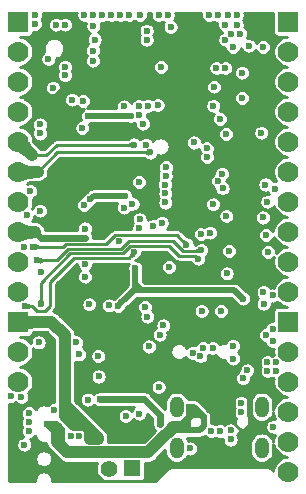
<source format=gbr>
G04 #@! TF.GenerationSoftware,KiCad,Pcbnew,5.1.6-c6e7f7d~87~ubuntu18.04.1*
G04 #@! TF.CreationDate,2021-11-02T16:25:14+02:00*
G04 #@! TF.ProjectId,NB-IoT-DevKit_Rev_D,4e422d49-6f54-42d4-9465-764b69745f52,D*
G04 #@! TF.SameCoordinates,Original*
G04 #@! TF.FileFunction,Copper,L3,Inr*
G04 #@! TF.FilePolarity,Positive*
%FSLAX46Y46*%
G04 Gerber Fmt 4.6, Leading zero omitted, Abs format (unit mm)*
G04 Created by KiCad (PCBNEW 5.1.6-c6e7f7d~87~ubuntu18.04.1) date 2021-11-02 16:25:14*
%MOMM*%
%LPD*%
G01*
G04 APERTURE LIST*
G04 #@! TA.AperFunction,ViaPad*
%ADD10C,1.400000*%
G04 #@! TD*
G04 #@! TA.AperFunction,ViaPad*
%ADD11R,1.400000X1.400000*%
G04 #@! TD*
G04 #@! TA.AperFunction,ViaPad*
%ADD12O,1.200000X1.800000*%
G04 #@! TD*
G04 #@! TA.AperFunction,ViaPad*
%ADD13C,1.778000*%
G04 #@! TD*
G04 #@! TA.AperFunction,ViaPad*
%ADD14R,1.778000X1.778000*%
G04 #@! TD*
G04 #@! TA.AperFunction,ViaPad*
%ADD15C,0.600000*%
G04 #@! TD*
G04 #@! TA.AperFunction,Conductor*
%ADD16C,1.016000*%
G04 #@! TD*
G04 #@! TA.AperFunction,Conductor*
%ADD17C,0.609600*%
G04 #@! TD*
G04 #@! TA.AperFunction,Conductor*
%ADD18C,0.508000*%
G04 #@! TD*
G04 #@! TA.AperFunction,Conductor*
%ADD19C,0.254000*%
G04 #@! TD*
G04 #@! TA.AperFunction,Conductor*
%ADD20C,0.762000*%
G04 #@! TD*
G04 #@! TA.AperFunction,Conductor*
%ADD21C,0.025400*%
G04 #@! TD*
G04 APERTURE END LIST*
D10*
X139715240Y-100058220D03*
D11*
X141744700Y-100055680D03*
D12*
X145498000Y-98294000D03*
X145498000Y-94824000D03*
X152698000Y-94824000D03*
X152698000Y-98294000D03*
D13*
X154940000Y-69850000D03*
X154940000Y-67310000D03*
X154940000Y-64770000D03*
D14*
X154940000Y-62230000D03*
D13*
X154940000Y-72390000D03*
X154940000Y-74930000D03*
X154940000Y-80010000D03*
X154940000Y-77470000D03*
X154940000Y-82550000D03*
X154940000Y-85090000D03*
X154940000Y-95250000D03*
X154940000Y-92710000D03*
X154940000Y-90170000D03*
D14*
X154940000Y-87630000D03*
D13*
X154940000Y-97790000D03*
X154940000Y-100330000D03*
X132080000Y-92710000D03*
X132080000Y-90170000D03*
D14*
X132080000Y-87630000D03*
D13*
X132080000Y-69850000D03*
X132080000Y-67310000D03*
X132080000Y-64770000D03*
D14*
X132080000Y-62230000D03*
D13*
X132080000Y-72390000D03*
X132080000Y-74930000D03*
X132080000Y-80010000D03*
X132080000Y-77470000D03*
X132080000Y-82550000D03*
X132080000Y-85090000D03*
D15*
X135255000Y-62484000D03*
X138112500Y-97726500D03*
X138848348Y-97752652D03*
X142320990Y-95408307D03*
X135858490Y-95091490D03*
X136588500Y-95072500D03*
X136028954Y-62484000D03*
X133477000Y-61658500D03*
X133477000Y-62420500D03*
X153162000Y-91059000D03*
X153924000Y-91059000D03*
X153924000Y-91821000D03*
X142938500Y-63754000D03*
X142367000Y-61658500D03*
X139192000Y-61658500D03*
X138430000Y-61658500D03*
X137668000Y-61658500D03*
X139954000Y-61658500D03*
X140716000Y-61658500D03*
X141478000Y-61658500D03*
X143954500Y-61658500D03*
X144716500Y-61658500D03*
X148844000Y-66167000D03*
X151578002Y-64262000D03*
X150558500Y-61658500D03*
X149796500Y-61658500D03*
X148971000Y-61658500D03*
X148209000Y-61658500D03*
X152781000Y-64389000D03*
X149606000Y-66167000D03*
X149688568Y-78695532D03*
X150956990Y-95313500D03*
X150956990Y-94488000D03*
X153162000Y-91821000D03*
X131445000Y-93916500D03*
X143954500Y-93154500D03*
X136499600Y-97345500D03*
X137223500Y-97345500D03*
X150241000Y-64389000D03*
X149606000Y-63754000D03*
X150558500Y-62484000D03*
X150876000Y-63246000D03*
X149606000Y-62484000D03*
X150114000Y-63246000D03*
X144526000Y-77533500D03*
X144352990Y-87947500D03*
X143129028Y-89726467D03*
X150050500Y-96837500D03*
X150050500Y-97599500D03*
X137541000Y-68961000D03*
X133921500Y-78232000D03*
X136627767Y-68833995D03*
X153606500Y-85407500D03*
X153214463Y-81713463D03*
X138874500Y-92265500D03*
X138383979Y-65532000D03*
X141097016Y-76962000D03*
X142875004Y-72644000D03*
X138394246Y-64677042D03*
X138546108Y-63743686D03*
X133921500Y-70929500D03*
X133921500Y-71691520D03*
X144045845Y-88723665D03*
X151003000Y-68707000D03*
X151003000Y-66548000D03*
X148636010Y-67737010D03*
X144142750Y-66049312D03*
X142347368Y-78958939D03*
X138158412Y-77251428D03*
X142938500Y-62992024D03*
X140210000Y-66038000D03*
X140779500Y-65278000D03*
X140779500Y-64516000D03*
X142049500Y-64008000D03*
X132842000Y-68580000D03*
X152019000Y-88646000D03*
X151130000Y-97790000D03*
X151130000Y-97028000D03*
X152065021Y-84074000D03*
X144535620Y-89927870D03*
X144653016Y-90678000D03*
X140963569Y-66033569D03*
X141315058Y-64043642D03*
X132969000Y-96901000D03*
X132969000Y-95377000D03*
X132969000Y-96139000D03*
X136017000Y-66040000D03*
X136036227Y-66769061D03*
X135079922Y-95086569D03*
X138849016Y-90552030D03*
X137635012Y-77756006D03*
X132588000Y-81280000D03*
X137709771Y-79739889D03*
X138983466Y-94176291D03*
X144089980Y-95530019D03*
X144096560Y-96278623D03*
X137738396Y-80518000D03*
X139761150Y-86251659D03*
X149923500Y-81661000D03*
X141742466Y-77643010D03*
X143001992Y-87202990D03*
X148297369Y-80090990D03*
X143256000Y-73300236D03*
X141841510Y-72628804D03*
X147537009Y-80208020D03*
X153847424Y-76377400D03*
X146827011Y-90281240D03*
X152998011Y-76012313D03*
X152833755Y-85100769D03*
X147700996Y-89852500D03*
X153162000Y-77470000D03*
X152844500Y-86106004D03*
X151460200Y-91744802D03*
X150238747Y-89659777D03*
X150266400Y-90754200D03*
X149368334Y-76334546D03*
X147497903Y-90561331D03*
X147597892Y-86741000D03*
X149330075Y-75098575D03*
X153670000Y-96520000D03*
X148526500Y-89852500D03*
X148964848Y-75729777D03*
X149225000Y-86723636D03*
X149144021Y-70448017D03*
X148590000Y-69342000D03*
X142621000Y-70866000D03*
X137946782Y-94219961D03*
X137494952Y-71221994D03*
X141160500Y-95631000D03*
X134620000Y-65405000D03*
X133964982Y-83450536D03*
X132650867Y-86296500D03*
X141887179Y-81740822D03*
X144843500Y-82994500D03*
X142789502Y-86392593D03*
X143510003Y-79501997D03*
X144220579Y-79248000D03*
X133096000Y-76581000D03*
X141033500Y-77978000D03*
X132777999Y-78585644D03*
X141016032Y-69408149D03*
X142303500Y-70167500D03*
X142335051Y-79685846D03*
X148409500Y-96901000D03*
X149136500Y-96901000D03*
X140574731Y-80828669D03*
X138082579Y-86156319D03*
X144528686Y-76771500D03*
X144487475Y-76022200D03*
X144546944Y-75285600D03*
X144573794Y-74549000D03*
X148062447Y-73701043D03*
X148062447Y-72917553D03*
X149652031Y-71750302D03*
X143876996Y-69295979D03*
X143078611Y-69339199D03*
X142266160Y-69368160D03*
X148580342Y-77688796D03*
X146939000Y-72453500D03*
X147193000Y-95250000D03*
X146532600Y-95529400D03*
X146532600Y-94818200D03*
X134493000Y-96266000D03*
X135128000Y-97155000D03*
X135691590Y-97599500D03*
X138430000Y-62611006D03*
X144970500Y-62674500D03*
X133684990Y-82423000D03*
X147574000Y-81570041D03*
X146621500Y-98361500D03*
X133350000Y-81280000D03*
X146317312Y-81093012D03*
X132588000Y-98044000D03*
X137739601Y-83813228D03*
X133982128Y-86169500D03*
X147322691Y-82294843D03*
X153035000Y-88773000D03*
X153606500Y-88265000D03*
X153606500Y-89281000D03*
X151088500Y-85674927D03*
X152781000Y-78803500D03*
X140512499Y-86283800D03*
X152656250Y-71628000D03*
X153065969Y-80294977D03*
X141991010Y-83103784D03*
X149725649Y-83539305D03*
X151088512Y-92418574D03*
X137223500Y-90398900D03*
X135000992Y-67818000D03*
X132338089Y-94000447D03*
X133794500Y-89379917D03*
X136977870Y-89382600D03*
X137744039Y-82773853D03*
X142306704Y-75818996D03*
X141577738Y-70210123D03*
X137985500Y-70208262D03*
D16*
X138239500Y-96901000D02*
X138239500Y-97409000D01*
D17*
X138112500Y-97726500D02*
X138112500Y-96774000D01*
X138112500Y-96774000D02*
X137890250Y-96551750D01*
D16*
X137890250Y-96551750D02*
X138239500Y-96901000D01*
X138112500Y-96774000D02*
X138112500Y-96850698D01*
X138158501Y-96896699D02*
X138158501Y-97535990D01*
X138112500Y-96850698D02*
X138158501Y-96896699D01*
D17*
X138112500Y-97726500D02*
X138822196Y-97726500D01*
X138822196Y-97726500D02*
X138848348Y-97752652D01*
D16*
X138811000Y-97549198D02*
X138811253Y-97549451D01*
X138239500Y-96901000D02*
X138811000Y-97472500D01*
X138811000Y-97472500D02*
X138811000Y-97549198D01*
X137731500Y-96393000D02*
X137890250Y-96551750D01*
X136779000Y-96393000D02*
X137731500Y-96393000D01*
X136017000Y-93091000D02*
X136017000Y-95631000D01*
X136017000Y-95631000D02*
X136779000Y-96393000D01*
X136017000Y-88773000D02*
X136017000Y-93091000D01*
X132080000Y-87630000D02*
X134874000Y-87630000D01*
X134874000Y-87630000D02*
X136017000Y-88773000D01*
X137731500Y-96393000D02*
X136017000Y-94678500D01*
X136017000Y-94678500D02*
X136017000Y-94488000D01*
D18*
X136569510Y-95091490D02*
X136588500Y-95072500D01*
X135858490Y-95091490D02*
X136569510Y-95091490D01*
X138447840Y-76962000D02*
X138158412Y-77251428D01*
X141097016Y-76962000D02*
X138447840Y-76962000D01*
D16*
X140210000Y-67816000D02*
X140208000Y-67818000D01*
X140210000Y-66038000D02*
X140210000Y-67816000D01*
X140208000Y-67818000D02*
X140970000Y-67818000D01*
X140094071Y-67704071D02*
X140208000Y-67818000D01*
D17*
X151130000Y-97028000D02*
X151130000Y-97790000D01*
D18*
X151554264Y-97028000D02*
X151701500Y-97028000D01*
X151130000Y-97028000D02*
X151554264Y-97028000D01*
X151701500Y-97218500D02*
X151701500Y-97028000D01*
X151130000Y-97790000D02*
X151701500Y-97218500D01*
D17*
X152019000Y-90043000D02*
X152146000Y-90170000D01*
X152019000Y-90043000D02*
X152336500Y-90360500D01*
X152336500Y-90360500D02*
X152336500Y-93027500D01*
D18*
X151701500Y-95514857D02*
X151701500Y-95059500D01*
X151779001Y-97140999D02*
X151779001Y-95592358D01*
X151701500Y-97218500D02*
X151779001Y-97140999D01*
X151779001Y-95592358D02*
X151701500Y-95514857D01*
X151701500Y-95059500D02*
X151701500Y-93662500D01*
X151701500Y-93662500D02*
X152336500Y-93027500D01*
D19*
X151701500Y-97028000D02*
X151701500Y-96583500D01*
X151701500Y-96583500D02*
X151701500Y-95059500D01*
D18*
X151130000Y-97028000D02*
X151221882Y-97028000D01*
X151666382Y-96583500D02*
X151701500Y-96583500D01*
X151221882Y-97028000D02*
X151666382Y-96583500D01*
D19*
X136334500Y-100203000D02*
X137223500Y-100203000D01*
X138112500Y-101092000D02*
X143192500Y-101092000D01*
X137223500Y-100203000D02*
X138112500Y-101092000D01*
X151130000Y-97028000D02*
X150304500Y-96202500D01*
X150304500Y-96202500D02*
X150304500Y-93980000D01*
X150622000Y-93662500D02*
X151701500Y-93662500D01*
X150304500Y-93980000D02*
X150622000Y-93662500D01*
D17*
X152019000Y-85329723D02*
X152019000Y-90043000D01*
X151985697Y-75344303D02*
X151985697Y-79281765D01*
X151985697Y-79281765D02*
X152019000Y-79315068D01*
X152019000Y-79315068D02*
X152019000Y-85329723D01*
X152019000Y-75311000D02*
X151985697Y-75344303D01*
D20*
X135275581Y-68707000D02*
X136278510Y-67704071D01*
X136278510Y-67704071D02*
X140094071Y-67704071D01*
X132842000Y-68580000D02*
X134239000Y-68580000D01*
X134239000Y-68580000D02*
X134366000Y-68707000D01*
X134366000Y-68707000D02*
X135275581Y-68707000D01*
D17*
X145817490Y-88646000D02*
X144535620Y-89927870D01*
X152019000Y-88646000D02*
X145817490Y-88646000D01*
X144535620Y-89927870D02*
X144535620Y-90560604D01*
X144535620Y-90560604D02*
X144653016Y-90678000D01*
D16*
X151778198Y-75311000D02*
X144285198Y-67818000D01*
X152019000Y-75311000D02*
X151778198Y-75311000D01*
X144285198Y-67818000D02*
X140970000Y-67818000D01*
X140210000Y-66038000D02*
X140959138Y-66038000D01*
X140970000Y-66040000D02*
X140963569Y-66033569D01*
X140959138Y-66038000D02*
X140963569Y-66033569D01*
X140970000Y-67818000D02*
X140970000Y-66040000D01*
D17*
X141350700Y-64008000D02*
X141315058Y-64043642D01*
X142049500Y-64008000D02*
X141350700Y-64008000D01*
D18*
X144399000Y-99822000D02*
X143256000Y-100965000D01*
X151130000Y-97790000D02*
X149098000Y-99822000D01*
X149098000Y-99822000D02*
X144399000Y-99822000D01*
D17*
X144090599Y-95529400D02*
X144089980Y-95530019D01*
X144089980Y-95530019D02*
X144089980Y-96272043D01*
X144089980Y-96272043D02*
X144096560Y-96278623D01*
X142736252Y-94176291D02*
X144089980Y-95530019D01*
X138983466Y-94176291D02*
X142736252Y-94176291D01*
D16*
X132080000Y-80010000D02*
X133477000Y-80010000D01*
D17*
X133985000Y-80518000D02*
X137738396Y-80518000D01*
X133477000Y-80010000D02*
X133985000Y-80518000D01*
D16*
X132080000Y-74930000D02*
X133731000Y-74930000D01*
D19*
X135360764Y-73300236D02*
X143256000Y-73300236D01*
X133731000Y-74930000D02*
X135360764Y-73300236D01*
D16*
X132080000Y-72390000D02*
X133223000Y-73533000D01*
D19*
X135366804Y-72628804D02*
X141841510Y-72628804D01*
X133350000Y-73533000D02*
X134462608Y-73533000D01*
X134462608Y-73533000D02*
X135366804Y-72628804D01*
X136817302Y-82219843D02*
X141408158Y-82219843D01*
X133241256Y-86296500D02*
X133685737Y-86740981D01*
X141408158Y-82219843D02*
X141887179Y-81740822D01*
X132650867Y-86296500D02*
X133241256Y-86296500D01*
X133685737Y-86740981D02*
X134302481Y-86740981D01*
X134302481Y-86740981D02*
X134778731Y-86264731D01*
X134778731Y-86264731D02*
X134778731Y-84258414D01*
X134778731Y-84258414D02*
X136817302Y-82219843D01*
D17*
X146649801Y-95412199D02*
X146532600Y-95529400D01*
X147193000Y-95250000D02*
X147193000Y-95412199D01*
X147193000Y-95412199D02*
X146649801Y-95412199D01*
X146532600Y-95529400D02*
X146532600Y-94818200D01*
X135128000Y-96901000D02*
X135128000Y-97155000D01*
X134493000Y-96266000D02*
X135128000Y-96901000D01*
D16*
X145669000Y-96583500D02*
X146177000Y-96583500D01*
D17*
X145669000Y-96520000D02*
X145669000Y-96583500D01*
X145669000Y-96489934D02*
X145669000Y-96520000D01*
X146532600Y-95529400D02*
X146532600Y-95626334D01*
X146746735Y-95412199D02*
X147193000Y-95412199D01*
X146257217Y-95901717D02*
X146746735Y-95412199D01*
X146532600Y-95626334D02*
X146257217Y-95901717D01*
X146257217Y-95901717D02*
X145669000Y-96489934D01*
X146862800Y-94818200D02*
X147675600Y-95631000D01*
X146532600Y-94818200D02*
X146862800Y-94818200D01*
D18*
X147764500Y-95643700D02*
X147764500Y-95758000D01*
X147779001Y-95658201D02*
X147764500Y-95643700D01*
X147424881Y-96825001D02*
X147779001Y-96470881D01*
X147779001Y-96470881D02*
X147779001Y-95658201D01*
X145669000Y-96489934D02*
X146004067Y-96825001D01*
X146366199Y-96531801D02*
X146659399Y-96825001D01*
X146004067Y-96825001D02*
X146659399Y-96825001D01*
X146659399Y-96825001D02*
X147424881Y-96825001D01*
D17*
X146366199Y-96495265D02*
X146366199Y-96531801D01*
X146532600Y-95626334D02*
X146366199Y-95792735D01*
X146366199Y-95792735D02*
X146366199Y-96495265D01*
X134493000Y-96266000D02*
X135691590Y-97464590D01*
X135691590Y-98163090D02*
X135691590Y-97896764D01*
X135691590Y-97896764D02*
X135691590Y-97472500D01*
X135445500Y-97472500D02*
X135691590Y-97472500D01*
X135128000Y-97155000D02*
X135445500Y-97472500D01*
X135763000Y-98234500D02*
X135691590Y-98163090D01*
X135691590Y-97464590D02*
X135691590Y-97472500D01*
D16*
X145173700Y-96583500D02*
X145669000Y-96583500D01*
X144998210Y-96758990D02*
X145173700Y-96583500D01*
X144986443Y-96758990D02*
X144998210Y-96758990D01*
X144262990Y-97482443D02*
X144986443Y-96758990D01*
X144262990Y-97494210D02*
X144262990Y-97482443D01*
X143064739Y-98692461D02*
X144262990Y-97494210D01*
X135318500Y-96647000D02*
X135318500Y-97790000D01*
X135318500Y-97790000D02*
X136220961Y-98692461D01*
X136220961Y-98692461D02*
X143064739Y-98692461D01*
D17*
X135691590Y-96702590D02*
X135691590Y-97599500D01*
X134493000Y-96266000D02*
X135255000Y-96266000D01*
X135255000Y-96266000D02*
X135691590Y-96702590D01*
D19*
X136324174Y-81457821D02*
X140737470Y-81457821D01*
X133684990Y-82423000D02*
X135358995Y-82423000D01*
X146038064Y-81647014D02*
X147497027Y-81647014D01*
X147497027Y-81647014D02*
X147574000Y-81570041D01*
X140737470Y-81457821D02*
X141423291Y-80772000D01*
X145163050Y-80772000D02*
X146038064Y-81647014D01*
X141423291Y-80772000D02*
X145163050Y-80772000D01*
X135358995Y-82423000D02*
X136324174Y-81457821D01*
X133350000Y-81280000D02*
X135890000Y-81280000D01*
X145498959Y-80274659D02*
X146317312Y-81093012D01*
X140293475Y-80274659D02*
X145498959Y-80274659D01*
X139491324Y-81076810D02*
X140293475Y-80274659D01*
X136093190Y-81076810D02*
X139491324Y-81076810D01*
X135890000Y-81280000D02*
X136093190Y-81076810D01*
X145655025Y-82028025D02*
X147055873Y-82028025D01*
X141564303Y-81186811D02*
X144813811Y-81186811D01*
X133982128Y-86169500D02*
X133982128Y-84338697D01*
X140912282Y-81838832D02*
X141564303Y-81186811D01*
X147055873Y-82028025D02*
X147322691Y-82294843D01*
X133982128Y-84338697D02*
X136481993Y-81838832D01*
X136481993Y-81838832D02*
X140912282Y-81838832D01*
X144813811Y-81186811D02*
X145655025Y-82028025D01*
D18*
X141121372Y-85674927D02*
X140812498Y-85983801D01*
X140812498Y-85983801D02*
X140512499Y-86283800D01*
X141121372Y-85674927D02*
X141795500Y-85000799D01*
X141833299Y-84963000D02*
X141795500Y-85000799D01*
X141833299Y-84963000D02*
X141991010Y-84805289D01*
X142494000Y-84963000D02*
X141833299Y-84963000D01*
X151088500Y-85674927D02*
X150376573Y-84963000D01*
X150376573Y-84963000D02*
X142494000Y-84963000D01*
X141991010Y-84195990D02*
X141991010Y-84460010D01*
X141991010Y-84460010D02*
X142494000Y-84963000D01*
X141991010Y-84805289D02*
X141991010Y-84195990D01*
X141991010Y-84195990D02*
X141991010Y-83103784D01*
X141577738Y-70210123D02*
X137987361Y-70210123D01*
X137987361Y-70210123D02*
X137985500Y-70208262D01*
D19*
G36*
X135128000Y-89141236D02*
G01*
X135128001Y-93047324D01*
X135128000Y-93047334D01*
X135128001Y-94405569D01*
X135012849Y-94405569D01*
X134881282Y-94431740D01*
X134757348Y-94483075D01*
X134645810Y-94557602D01*
X134550955Y-94652457D01*
X134523987Y-94692817D01*
X134452225Y-94663092D01*
X134310997Y-94635000D01*
X134167003Y-94635000D01*
X134025775Y-94663092D01*
X133892742Y-94718196D01*
X133773015Y-94798195D01*
X133671195Y-94900015D01*
X133591196Y-95019742D01*
X133574662Y-95059659D01*
X133572494Y-95054426D01*
X133497967Y-94942888D01*
X133403112Y-94848033D01*
X133291574Y-94773506D01*
X133167640Y-94722171D01*
X133036073Y-94696000D01*
X132901927Y-94696000D01*
X132770360Y-94722171D01*
X132646426Y-94773506D01*
X132534888Y-94848033D01*
X132440033Y-94942888D01*
X132365506Y-95054426D01*
X132314171Y-95178360D01*
X132288000Y-95309927D01*
X132288000Y-95444073D01*
X132314171Y-95575640D01*
X132365506Y-95699574D01*
X132404545Y-95758000D01*
X132365506Y-95816426D01*
X132314171Y-95940360D01*
X132288000Y-96071927D01*
X132288000Y-96206073D01*
X132314171Y-96337640D01*
X132365506Y-96461574D01*
X132404545Y-96520000D01*
X132365506Y-96578426D01*
X132314171Y-96702360D01*
X132288000Y-96833927D01*
X132288000Y-96968073D01*
X132314171Y-97099640D01*
X132365506Y-97223574D01*
X132440033Y-97335112D01*
X132476715Y-97371794D01*
X132389360Y-97389171D01*
X132265426Y-97440506D01*
X132153888Y-97515033D01*
X132059033Y-97609888D01*
X131984506Y-97721426D01*
X131933171Y-97845360D01*
X131907000Y-97976927D01*
X131907000Y-98111073D01*
X131933171Y-98242640D01*
X131984506Y-98366574D01*
X132059033Y-98478112D01*
X132153888Y-98572967D01*
X132265426Y-98647494D01*
X132389360Y-98698829D01*
X132520927Y-98725000D01*
X132655073Y-98725000D01*
X132786640Y-98698829D01*
X132910574Y-98647494D01*
X133022112Y-98572967D01*
X133116967Y-98478112D01*
X133191494Y-98366574D01*
X133242829Y-98242640D01*
X133269000Y-98111073D01*
X133269000Y-97976927D01*
X133242829Y-97845360D01*
X133191494Y-97721426D01*
X133116967Y-97609888D01*
X133080285Y-97573206D01*
X133167640Y-97555829D01*
X133291574Y-97504494D01*
X133403112Y-97429967D01*
X133497967Y-97335112D01*
X133520584Y-97301263D01*
X133536092Y-97379225D01*
X133591196Y-97512258D01*
X133671195Y-97631985D01*
X133773015Y-97733805D01*
X133892742Y-97813804D01*
X134025775Y-97868908D01*
X134167003Y-97897000D01*
X134310997Y-97897000D01*
X134433341Y-97872664D01*
X134442364Y-97964274D01*
X134493198Y-98131852D01*
X134575748Y-98286291D01*
X134649160Y-98375743D01*
X134686842Y-98421659D01*
X134720759Y-98449494D01*
X135561466Y-99290202D01*
X135589302Y-99324120D01*
X135724670Y-99435214D01*
X135879110Y-99517764D01*
X135995853Y-99553177D01*
X136046686Y-99568597D01*
X136220961Y-99585762D01*
X136264629Y-99581461D01*
X138742655Y-99581461D01*
X138675783Y-99742904D01*
X138634240Y-99951751D01*
X138634240Y-100164689D01*
X138675783Y-100373536D01*
X138757271Y-100570265D01*
X138875573Y-100747317D01*
X139026143Y-100897887D01*
X139203195Y-101016189D01*
X139386219Y-101092000D01*
X134970000Y-101092000D01*
X134970000Y-100967503D01*
X134941908Y-100826275D01*
X134886804Y-100693242D01*
X134806805Y-100573515D01*
X134704985Y-100471695D01*
X134585258Y-100391696D01*
X134452225Y-100336592D01*
X134310997Y-100308500D01*
X134167003Y-100308500D01*
X134025775Y-100336592D01*
X133892742Y-100391696D01*
X133773015Y-100471695D01*
X133671195Y-100573515D01*
X133591196Y-100693242D01*
X133536092Y-100826275D01*
X133508000Y-100967503D01*
X133508000Y-101092000D01*
X131318000Y-101092000D01*
X131318000Y-99167503D01*
X133508000Y-99167503D01*
X133508000Y-99311497D01*
X133536092Y-99452725D01*
X133591196Y-99585758D01*
X133671195Y-99705485D01*
X133773015Y-99807305D01*
X133892742Y-99887304D01*
X134025775Y-99942408D01*
X134167003Y-99970500D01*
X134310997Y-99970500D01*
X134452225Y-99942408D01*
X134585258Y-99887304D01*
X134704985Y-99807305D01*
X134806805Y-99705485D01*
X134886804Y-99585758D01*
X134941908Y-99452725D01*
X134970000Y-99311497D01*
X134970000Y-99167503D01*
X134941908Y-99026275D01*
X134886804Y-98893242D01*
X134806805Y-98773515D01*
X134704985Y-98671695D01*
X134585258Y-98591696D01*
X134452225Y-98536592D01*
X134310997Y-98508500D01*
X134167003Y-98508500D01*
X134025775Y-98536592D01*
X133892742Y-98591696D01*
X133773015Y-98671695D01*
X133671195Y-98773515D01*
X133591196Y-98893242D01*
X133536092Y-99026275D01*
X133508000Y-99167503D01*
X131318000Y-99167503D01*
X131318000Y-94585579D01*
X131377927Y-94597500D01*
X131512073Y-94597500D01*
X131643640Y-94571329D01*
X131767574Y-94519994D01*
X131843695Y-94469132D01*
X131903977Y-94529414D01*
X132015515Y-94603941D01*
X132139449Y-94655276D01*
X132271016Y-94681447D01*
X132405162Y-94681447D01*
X132536729Y-94655276D01*
X132660663Y-94603941D01*
X132772201Y-94529414D01*
X132867056Y-94434559D01*
X132941583Y-94323021D01*
X132992918Y-94199087D01*
X133019089Y-94067520D01*
X133019089Y-93933374D01*
X132992918Y-93801807D01*
X132941583Y-93677873D01*
X132928203Y-93657848D01*
X133066473Y-93519578D01*
X133205459Y-93311571D01*
X133301195Y-93080445D01*
X133350000Y-92835084D01*
X133350000Y-92584916D01*
X133301195Y-92339555D01*
X133205459Y-92108429D01*
X133066473Y-91900422D01*
X132889578Y-91723527D01*
X132681571Y-91584541D01*
X132450445Y-91488805D01*
X132205084Y-91440000D01*
X132450445Y-91391195D01*
X132681571Y-91295459D01*
X132889578Y-91156473D01*
X133066473Y-90979578D01*
X133205459Y-90771571D01*
X133301195Y-90540445D01*
X133350000Y-90295084D01*
X133350000Y-90044916D01*
X133313644Y-89862140D01*
X133360388Y-89908884D01*
X133471926Y-89983411D01*
X133595860Y-90034746D01*
X133727427Y-90060917D01*
X133861573Y-90060917D01*
X133993140Y-90034746D01*
X134117074Y-89983411D01*
X134228612Y-89908884D01*
X134323467Y-89814029D01*
X134397994Y-89702491D01*
X134449329Y-89578557D01*
X134475500Y-89446990D01*
X134475500Y-89312844D01*
X134449329Y-89181277D01*
X134397994Y-89057343D01*
X134323467Y-88945805D01*
X134228612Y-88850950D01*
X134117074Y-88776423D01*
X133993140Y-88725088D01*
X133861573Y-88698917D01*
X133727427Y-88698917D01*
X133595860Y-88725088D01*
X133471926Y-88776423D01*
X133360388Y-88850950D01*
X133265533Y-88945805D01*
X133191006Y-89057343D01*
X133139671Y-89181277D01*
X133113500Y-89312844D01*
X133113500Y-89430803D01*
X133066473Y-89360422D01*
X132889578Y-89183527D01*
X132681571Y-89044541D01*
X132450445Y-88948805D01*
X132214349Y-88901843D01*
X132969000Y-88901843D01*
X133043689Y-88894487D01*
X133115508Y-88872701D01*
X133181696Y-88837322D01*
X133239711Y-88789711D01*
X133287322Y-88731696D01*
X133322701Y-88665508D01*
X133344487Y-88593689D01*
X133351843Y-88519000D01*
X134505765Y-88519000D01*
X135128000Y-89141236D01*
G37*
X135128000Y-89141236D02*
X135128001Y-93047324D01*
X135128000Y-93047334D01*
X135128001Y-94405569D01*
X135012849Y-94405569D01*
X134881282Y-94431740D01*
X134757348Y-94483075D01*
X134645810Y-94557602D01*
X134550955Y-94652457D01*
X134523987Y-94692817D01*
X134452225Y-94663092D01*
X134310997Y-94635000D01*
X134167003Y-94635000D01*
X134025775Y-94663092D01*
X133892742Y-94718196D01*
X133773015Y-94798195D01*
X133671195Y-94900015D01*
X133591196Y-95019742D01*
X133574662Y-95059659D01*
X133572494Y-95054426D01*
X133497967Y-94942888D01*
X133403112Y-94848033D01*
X133291574Y-94773506D01*
X133167640Y-94722171D01*
X133036073Y-94696000D01*
X132901927Y-94696000D01*
X132770360Y-94722171D01*
X132646426Y-94773506D01*
X132534888Y-94848033D01*
X132440033Y-94942888D01*
X132365506Y-95054426D01*
X132314171Y-95178360D01*
X132288000Y-95309927D01*
X132288000Y-95444073D01*
X132314171Y-95575640D01*
X132365506Y-95699574D01*
X132404545Y-95758000D01*
X132365506Y-95816426D01*
X132314171Y-95940360D01*
X132288000Y-96071927D01*
X132288000Y-96206073D01*
X132314171Y-96337640D01*
X132365506Y-96461574D01*
X132404545Y-96520000D01*
X132365506Y-96578426D01*
X132314171Y-96702360D01*
X132288000Y-96833927D01*
X132288000Y-96968073D01*
X132314171Y-97099640D01*
X132365506Y-97223574D01*
X132440033Y-97335112D01*
X132476715Y-97371794D01*
X132389360Y-97389171D01*
X132265426Y-97440506D01*
X132153888Y-97515033D01*
X132059033Y-97609888D01*
X131984506Y-97721426D01*
X131933171Y-97845360D01*
X131907000Y-97976927D01*
X131907000Y-98111073D01*
X131933171Y-98242640D01*
X131984506Y-98366574D01*
X132059033Y-98478112D01*
X132153888Y-98572967D01*
X132265426Y-98647494D01*
X132389360Y-98698829D01*
X132520927Y-98725000D01*
X132655073Y-98725000D01*
X132786640Y-98698829D01*
X132910574Y-98647494D01*
X133022112Y-98572967D01*
X133116967Y-98478112D01*
X133191494Y-98366574D01*
X133242829Y-98242640D01*
X133269000Y-98111073D01*
X133269000Y-97976927D01*
X133242829Y-97845360D01*
X133191494Y-97721426D01*
X133116967Y-97609888D01*
X133080285Y-97573206D01*
X133167640Y-97555829D01*
X133291574Y-97504494D01*
X133403112Y-97429967D01*
X133497967Y-97335112D01*
X133520584Y-97301263D01*
X133536092Y-97379225D01*
X133591196Y-97512258D01*
X133671195Y-97631985D01*
X133773015Y-97733805D01*
X133892742Y-97813804D01*
X134025775Y-97868908D01*
X134167003Y-97897000D01*
X134310997Y-97897000D01*
X134433341Y-97872664D01*
X134442364Y-97964274D01*
X134493198Y-98131852D01*
X134575748Y-98286291D01*
X134649160Y-98375743D01*
X134686842Y-98421659D01*
X134720759Y-98449494D01*
X135561466Y-99290202D01*
X135589302Y-99324120D01*
X135724670Y-99435214D01*
X135879110Y-99517764D01*
X135995853Y-99553177D01*
X136046686Y-99568597D01*
X136220961Y-99585762D01*
X136264629Y-99581461D01*
X138742655Y-99581461D01*
X138675783Y-99742904D01*
X138634240Y-99951751D01*
X138634240Y-100164689D01*
X138675783Y-100373536D01*
X138757271Y-100570265D01*
X138875573Y-100747317D01*
X139026143Y-100897887D01*
X139203195Y-101016189D01*
X139386219Y-101092000D01*
X134970000Y-101092000D01*
X134970000Y-100967503D01*
X134941908Y-100826275D01*
X134886804Y-100693242D01*
X134806805Y-100573515D01*
X134704985Y-100471695D01*
X134585258Y-100391696D01*
X134452225Y-100336592D01*
X134310997Y-100308500D01*
X134167003Y-100308500D01*
X134025775Y-100336592D01*
X133892742Y-100391696D01*
X133773015Y-100471695D01*
X133671195Y-100573515D01*
X133591196Y-100693242D01*
X133536092Y-100826275D01*
X133508000Y-100967503D01*
X133508000Y-101092000D01*
X131318000Y-101092000D01*
X131318000Y-99167503D01*
X133508000Y-99167503D01*
X133508000Y-99311497D01*
X133536092Y-99452725D01*
X133591196Y-99585758D01*
X133671195Y-99705485D01*
X133773015Y-99807305D01*
X133892742Y-99887304D01*
X134025775Y-99942408D01*
X134167003Y-99970500D01*
X134310997Y-99970500D01*
X134452225Y-99942408D01*
X134585258Y-99887304D01*
X134704985Y-99807305D01*
X134806805Y-99705485D01*
X134886804Y-99585758D01*
X134941908Y-99452725D01*
X134970000Y-99311497D01*
X134970000Y-99167503D01*
X134941908Y-99026275D01*
X134886804Y-98893242D01*
X134806805Y-98773515D01*
X134704985Y-98671695D01*
X134585258Y-98591696D01*
X134452225Y-98536592D01*
X134310997Y-98508500D01*
X134167003Y-98508500D01*
X134025775Y-98536592D01*
X133892742Y-98591696D01*
X133773015Y-98671695D01*
X133671195Y-98773515D01*
X133591196Y-98893242D01*
X133536092Y-99026275D01*
X133508000Y-99167503D01*
X131318000Y-99167503D01*
X131318000Y-94585579D01*
X131377927Y-94597500D01*
X131512073Y-94597500D01*
X131643640Y-94571329D01*
X131767574Y-94519994D01*
X131843695Y-94469132D01*
X131903977Y-94529414D01*
X132015515Y-94603941D01*
X132139449Y-94655276D01*
X132271016Y-94681447D01*
X132405162Y-94681447D01*
X132536729Y-94655276D01*
X132660663Y-94603941D01*
X132772201Y-94529414D01*
X132867056Y-94434559D01*
X132941583Y-94323021D01*
X132992918Y-94199087D01*
X133019089Y-94067520D01*
X133019089Y-93933374D01*
X132992918Y-93801807D01*
X132941583Y-93677873D01*
X132928203Y-93657848D01*
X133066473Y-93519578D01*
X133205459Y-93311571D01*
X133301195Y-93080445D01*
X133350000Y-92835084D01*
X133350000Y-92584916D01*
X133301195Y-92339555D01*
X133205459Y-92108429D01*
X133066473Y-91900422D01*
X132889578Y-91723527D01*
X132681571Y-91584541D01*
X132450445Y-91488805D01*
X132205084Y-91440000D01*
X132450445Y-91391195D01*
X132681571Y-91295459D01*
X132889578Y-91156473D01*
X133066473Y-90979578D01*
X133205459Y-90771571D01*
X133301195Y-90540445D01*
X133350000Y-90295084D01*
X133350000Y-90044916D01*
X133313644Y-89862140D01*
X133360388Y-89908884D01*
X133471926Y-89983411D01*
X133595860Y-90034746D01*
X133727427Y-90060917D01*
X133861573Y-90060917D01*
X133993140Y-90034746D01*
X134117074Y-89983411D01*
X134228612Y-89908884D01*
X134323467Y-89814029D01*
X134397994Y-89702491D01*
X134449329Y-89578557D01*
X134475500Y-89446990D01*
X134475500Y-89312844D01*
X134449329Y-89181277D01*
X134397994Y-89057343D01*
X134323467Y-88945805D01*
X134228612Y-88850950D01*
X134117074Y-88776423D01*
X133993140Y-88725088D01*
X133861573Y-88698917D01*
X133727427Y-88698917D01*
X133595860Y-88725088D01*
X133471926Y-88776423D01*
X133360388Y-88850950D01*
X133265533Y-88945805D01*
X133191006Y-89057343D01*
X133139671Y-89181277D01*
X133113500Y-89312844D01*
X133113500Y-89430803D01*
X133066473Y-89360422D01*
X132889578Y-89183527D01*
X132681571Y-89044541D01*
X132450445Y-88948805D01*
X132214349Y-88901843D01*
X132969000Y-88901843D01*
X133043689Y-88894487D01*
X133115508Y-88872701D01*
X133181696Y-88837322D01*
X133239711Y-88789711D01*
X133287322Y-88731696D01*
X133322701Y-88665508D01*
X133344487Y-88593689D01*
X133351843Y-88519000D01*
X134505765Y-88519000D01*
X135128000Y-89141236D01*
G36*
X136987000Y-61591427D02*
G01*
X136987000Y-61725573D01*
X137013171Y-61857140D01*
X137064506Y-61981074D01*
X137139033Y-62092612D01*
X137233888Y-62187467D01*
X137345426Y-62261994D01*
X137469360Y-62313329D01*
X137600927Y-62339500D01*
X137735073Y-62339500D01*
X137811664Y-62324265D01*
X137775171Y-62412366D01*
X137749000Y-62543933D01*
X137749000Y-62678079D01*
X137775171Y-62809646D01*
X137826506Y-62933580D01*
X137901033Y-63045118D01*
X137995888Y-63139973D01*
X138107426Y-63214500D01*
X138110812Y-63215903D01*
X138017141Y-63309574D01*
X137942614Y-63421112D01*
X137891279Y-63545046D01*
X137865108Y-63676613D01*
X137865108Y-63810759D01*
X137891279Y-63942326D01*
X137942614Y-64066260D01*
X137985815Y-64130915D01*
X137960134Y-64148075D01*
X137865279Y-64242930D01*
X137790752Y-64354468D01*
X137739417Y-64478402D01*
X137713246Y-64609969D01*
X137713246Y-64744115D01*
X137739417Y-64875682D01*
X137790752Y-64999616D01*
X137855853Y-65097047D01*
X137855012Y-65097888D01*
X137780485Y-65209426D01*
X137729150Y-65333360D01*
X137702979Y-65464927D01*
X137702979Y-65599073D01*
X137729150Y-65730640D01*
X137780485Y-65854574D01*
X137855012Y-65966112D01*
X137949867Y-66060967D01*
X138061405Y-66135494D01*
X138185339Y-66186829D01*
X138316906Y-66213000D01*
X138451052Y-66213000D01*
X138582619Y-66186829D01*
X138706553Y-66135494D01*
X138818091Y-66060967D01*
X138896819Y-65982239D01*
X143461750Y-65982239D01*
X143461750Y-66116385D01*
X143487921Y-66247952D01*
X143539256Y-66371886D01*
X143613783Y-66483424D01*
X143708638Y-66578279D01*
X143820176Y-66652806D01*
X143944110Y-66704141D01*
X144075677Y-66730312D01*
X144209823Y-66730312D01*
X144341390Y-66704141D01*
X144465324Y-66652806D01*
X144576862Y-66578279D01*
X144671717Y-66483424D01*
X144746244Y-66371886D01*
X144797579Y-66247952D01*
X144823750Y-66116385D01*
X144823750Y-66099927D01*
X148163000Y-66099927D01*
X148163000Y-66234073D01*
X148189171Y-66365640D01*
X148240506Y-66489574D01*
X148315033Y-66601112D01*
X148409888Y-66695967D01*
X148521426Y-66770494D01*
X148645360Y-66821829D01*
X148776927Y-66848000D01*
X148911073Y-66848000D01*
X149042640Y-66821829D01*
X149166574Y-66770494D01*
X149225000Y-66731455D01*
X149283426Y-66770494D01*
X149407360Y-66821829D01*
X149538927Y-66848000D01*
X149673073Y-66848000D01*
X149804640Y-66821829D01*
X149928574Y-66770494D01*
X150040112Y-66695967D01*
X150134967Y-66601112D01*
X150209494Y-66489574D01*
X150213075Y-66480927D01*
X150322000Y-66480927D01*
X150322000Y-66615073D01*
X150348171Y-66746640D01*
X150399506Y-66870574D01*
X150474033Y-66982112D01*
X150568888Y-67076967D01*
X150680426Y-67151494D01*
X150804360Y-67202829D01*
X150935927Y-67229000D01*
X151070073Y-67229000D01*
X151201640Y-67202829D01*
X151325574Y-67151494D01*
X151437112Y-67076967D01*
X151531967Y-66982112D01*
X151606494Y-66870574D01*
X151657829Y-66746640D01*
X151684000Y-66615073D01*
X151684000Y-66480927D01*
X151657829Y-66349360D01*
X151606494Y-66225426D01*
X151531967Y-66113888D01*
X151437112Y-66019033D01*
X151325574Y-65944506D01*
X151201640Y-65893171D01*
X151070073Y-65867000D01*
X150935927Y-65867000D01*
X150804360Y-65893171D01*
X150680426Y-65944506D01*
X150568888Y-66019033D01*
X150474033Y-66113888D01*
X150399506Y-66225426D01*
X150348171Y-66349360D01*
X150322000Y-66480927D01*
X150213075Y-66480927D01*
X150260829Y-66365640D01*
X150287000Y-66234073D01*
X150287000Y-66099927D01*
X150260829Y-65968360D01*
X150209494Y-65844426D01*
X150134967Y-65732888D01*
X150040112Y-65638033D01*
X149928574Y-65563506D01*
X149804640Y-65512171D01*
X149673073Y-65486000D01*
X149538927Y-65486000D01*
X149407360Y-65512171D01*
X149283426Y-65563506D01*
X149225000Y-65602545D01*
X149166574Y-65563506D01*
X149042640Y-65512171D01*
X148911073Y-65486000D01*
X148776927Y-65486000D01*
X148645360Y-65512171D01*
X148521426Y-65563506D01*
X148409888Y-65638033D01*
X148315033Y-65732888D01*
X148240506Y-65844426D01*
X148189171Y-65968360D01*
X148163000Y-66099927D01*
X144823750Y-66099927D01*
X144823750Y-65982239D01*
X144797579Y-65850672D01*
X144746244Y-65726738D01*
X144671717Y-65615200D01*
X144576862Y-65520345D01*
X144465324Y-65445818D01*
X144341390Y-65394483D01*
X144209823Y-65368312D01*
X144075677Y-65368312D01*
X143944110Y-65394483D01*
X143820176Y-65445818D01*
X143708638Y-65520345D01*
X143613783Y-65615200D01*
X143539256Y-65726738D01*
X143487921Y-65850672D01*
X143461750Y-65982239D01*
X138896819Y-65982239D01*
X138912946Y-65966112D01*
X138987473Y-65854574D01*
X139038808Y-65730640D01*
X139064979Y-65599073D01*
X139064979Y-65464927D01*
X139038808Y-65333360D01*
X138987473Y-65209426D01*
X138922372Y-65111995D01*
X138923213Y-65111154D01*
X138997740Y-64999616D01*
X139049075Y-64875682D01*
X139075246Y-64744115D01*
X139075246Y-64609969D01*
X139049075Y-64478402D01*
X138997740Y-64354468D01*
X138954539Y-64289813D01*
X138980220Y-64272653D01*
X139075075Y-64177798D01*
X139149602Y-64066260D01*
X139200937Y-63942326D01*
X139227108Y-63810759D01*
X139227108Y-63676613D01*
X139200937Y-63545046D01*
X139149602Y-63421112D01*
X139075075Y-63309574D01*
X138980220Y-63214719D01*
X138868682Y-63140192D01*
X138865296Y-63138789D01*
X138958967Y-63045118D01*
X139033494Y-62933580D01*
X139037068Y-62924951D01*
X142257500Y-62924951D01*
X142257500Y-63059097D01*
X142283671Y-63190664D01*
X142335006Y-63314598D01*
X142374037Y-63373012D01*
X142335006Y-63431426D01*
X142283671Y-63555360D01*
X142257500Y-63686927D01*
X142257500Y-63821073D01*
X142283671Y-63952640D01*
X142335006Y-64076574D01*
X142409533Y-64188112D01*
X142504388Y-64282967D01*
X142615926Y-64357494D01*
X142739860Y-64408829D01*
X142871427Y-64435000D01*
X143005573Y-64435000D01*
X143137140Y-64408829D01*
X143261074Y-64357494D01*
X143372612Y-64282967D01*
X143467467Y-64188112D01*
X143541994Y-64076574D01*
X143593329Y-63952640D01*
X143619500Y-63821073D01*
X143619500Y-63686927D01*
X143593329Y-63555360D01*
X143541994Y-63431426D01*
X143502963Y-63373012D01*
X143541994Y-63314598D01*
X143593329Y-63190664D01*
X143619500Y-63059097D01*
X143619500Y-62924951D01*
X143593329Y-62793384D01*
X143541994Y-62669450D01*
X143467467Y-62557912D01*
X143372612Y-62463057D01*
X143261074Y-62388530D01*
X143137140Y-62337195D01*
X143005573Y-62311024D01*
X142871427Y-62311024D01*
X142739860Y-62337195D01*
X142615926Y-62388530D01*
X142504388Y-62463057D01*
X142409533Y-62557912D01*
X142335006Y-62669450D01*
X142283671Y-62793384D01*
X142257500Y-62924951D01*
X139037068Y-62924951D01*
X139084829Y-62809646D01*
X139111000Y-62678079D01*
X139111000Y-62543933D01*
X139084829Y-62412366D01*
X139048336Y-62324265D01*
X139124927Y-62339500D01*
X139259073Y-62339500D01*
X139390640Y-62313329D01*
X139514574Y-62261994D01*
X139573000Y-62222955D01*
X139631426Y-62261994D01*
X139755360Y-62313329D01*
X139886927Y-62339500D01*
X140021073Y-62339500D01*
X140152640Y-62313329D01*
X140276574Y-62261994D01*
X140335000Y-62222955D01*
X140393426Y-62261994D01*
X140517360Y-62313329D01*
X140648927Y-62339500D01*
X140783073Y-62339500D01*
X140914640Y-62313329D01*
X141038574Y-62261994D01*
X141097000Y-62222955D01*
X141155426Y-62261994D01*
X141279360Y-62313329D01*
X141410927Y-62339500D01*
X141545073Y-62339500D01*
X141676640Y-62313329D01*
X141800574Y-62261994D01*
X141912112Y-62187467D01*
X141922500Y-62177079D01*
X141932888Y-62187467D01*
X142044426Y-62261994D01*
X142168360Y-62313329D01*
X142299927Y-62339500D01*
X142434073Y-62339500D01*
X142565640Y-62313329D01*
X142689574Y-62261994D01*
X142801112Y-62187467D01*
X142895967Y-62092612D01*
X142970494Y-61981074D01*
X143021829Y-61857140D01*
X143048000Y-61725573D01*
X143048000Y-61591427D01*
X143023448Y-61468000D01*
X143298052Y-61468000D01*
X143273500Y-61591427D01*
X143273500Y-61725573D01*
X143299671Y-61857140D01*
X143351006Y-61981074D01*
X143425533Y-62092612D01*
X143520388Y-62187467D01*
X143631926Y-62261994D01*
X143755860Y-62313329D01*
X143887427Y-62339500D01*
X144021573Y-62339500D01*
X144153140Y-62313329D01*
X144277074Y-62261994D01*
X144335500Y-62222955D01*
X144393926Y-62261994D01*
X144419906Y-62272755D01*
X144367006Y-62351926D01*
X144315671Y-62475860D01*
X144289500Y-62607427D01*
X144289500Y-62741573D01*
X144315671Y-62873140D01*
X144367006Y-62997074D01*
X144441533Y-63108612D01*
X144536388Y-63203467D01*
X144647926Y-63277994D01*
X144771860Y-63329329D01*
X144903427Y-63355500D01*
X145037573Y-63355500D01*
X145169140Y-63329329D01*
X145293074Y-63277994D01*
X145404612Y-63203467D01*
X145499467Y-63108612D01*
X145573994Y-62997074D01*
X145625329Y-62873140D01*
X145651500Y-62741573D01*
X145651500Y-62607427D01*
X145625329Y-62475860D01*
X145573994Y-62351926D01*
X145499467Y-62240388D01*
X145404612Y-62145533D01*
X145293074Y-62071006D01*
X145267094Y-62060245D01*
X145319994Y-61981074D01*
X145371329Y-61857140D01*
X145397500Y-61725573D01*
X145397500Y-61591427D01*
X145372948Y-61468000D01*
X147552552Y-61468000D01*
X147528000Y-61591427D01*
X147528000Y-61725573D01*
X147554171Y-61857140D01*
X147605506Y-61981074D01*
X147680033Y-62092612D01*
X147774888Y-62187467D01*
X147886426Y-62261994D01*
X148010360Y-62313329D01*
X148141927Y-62339500D01*
X148276073Y-62339500D01*
X148407640Y-62313329D01*
X148531574Y-62261994D01*
X148590000Y-62222955D01*
X148648426Y-62261994D01*
X148772360Y-62313329D01*
X148903927Y-62339500D01*
X148940402Y-62339500D01*
X148925000Y-62416927D01*
X148925000Y-62551073D01*
X148951171Y-62682640D01*
X149002506Y-62806574D01*
X149077033Y-62918112D01*
X149171888Y-63012967D01*
X149283426Y-63087494D01*
X149359488Y-63119000D01*
X149283426Y-63150506D01*
X149171888Y-63225033D01*
X149077033Y-63319888D01*
X149002506Y-63431426D01*
X148951171Y-63555360D01*
X148925000Y-63686927D01*
X148925000Y-63821073D01*
X148951171Y-63952640D01*
X149002506Y-64076574D01*
X149077033Y-64188112D01*
X149171888Y-64282967D01*
X149283426Y-64357494D01*
X149407360Y-64408829D01*
X149538927Y-64435000D01*
X149560000Y-64435000D01*
X149560000Y-64456073D01*
X149586171Y-64587640D01*
X149637506Y-64711574D01*
X149712033Y-64823112D01*
X149806888Y-64917967D01*
X149918426Y-64992494D01*
X150042360Y-65043829D01*
X150173927Y-65070000D01*
X150308073Y-65070000D01*
X150439640Y-65043829D01*
X150563574Y-64992494D01*
X150675112Y-64917967D01*
X150769967Y-64823112D01*
X150844494Y-64711574D01*
X150895829Y-64587640D01*
X150922000Y-64456073D01*
X150922000Y-64454743D01*
X150923173Y-64460640D01*
X150974508Y-64584574D01*
X151049035Y-64696112D01*
X151143890Y-64790967D01*
X151255428Y-64865494D01*
X151379362Y-64916829D01*
X151510929Y-64943000D01*
X151645075Y-64943000D01*
X151776642Y-64916829D01*
X151900576Y-64865494D01*
X152012114Y-64790967D01*
X152106969Y-64696112D01*
X152146559Y-64636861D01*
X152177506Y-64711574D01*
X152252033Y-64823112D01*
X152346888Y-64917967D01*
X152458426Y-64992494D01*
X152582360Y-65043829D01*
X152713927Y-65070000D01*
X152848073Y-65070000D01*
X152979640Y-65043829D01*
X153103574Y-64992494D01*
X153215112Y-64917967D01*
X153309967Y-64823112D01*
X153384494Y-64711574D01*
X153435829Y-64587640D01*
X153462000Y-64456073D01*
X153462000Y-64321927D01*
X153435829Y-64190360D01*
X153384494Y-64066426D01*
X153309967Y-63954888D01*
X153215112Y-63860033D01*
X153103574Y-63785506D01*
X152979640Y-63734171D01*
X152848073Y-63708000D01*
X152713927Y-63708000D01*
X152582360Y-63734171D01*
X152458426Y-63785506D01*
X152346888Y-63860033D01*
X152252033Y-63954888D01*
X152212443Y-64014139D01*
X152181496Y-63939426D01*
X152106969Y-63827888D01*
X152012114Y-63733033D01*
X151900576Y-63658506D01*
X151776642Y-63607171D01*
X151645075Y-63581000D01*
X151510929Y-63581000D01*
X151465100Y-63590116D01*
X151479494Y-63568574D01*
X151530829Y-63444640D01*
X151557000Y-63313073D01*
X151557000Y-63178927D01*
X151530829Y-63047360D01*
X151479494Y-62923426D01*
X151404967Y-62811888D01*
X151310112Y-62717033D01*
X151218645Y-62655917D01*
X151239500Y-62551073D01*
X151239500Y-62416927D01*
X151213329Y-62285360D01*
X151161994Y-62161426D01*
X151101741Y-62071250D01*
X151161994Y-61981074D01*
X151213329Y-61857140D01*
X151239500Y-61725573D01*
X151239500Y-61591427D01*
X151214948Y-61468000D01*
X153668157Y-61468000D01*
X153668157Y-63119000D01*
X153675513Y-63193689D01*
X153697299Y-63265508D01*
X153732678Y-63331696D01*
X153780289Y-63389711D01*
X153838304Y-63437322D01*
X153904492Y-63472701D01*
X153976311Y-63494487D01*
X154051000Y-63501843D01*
X154805651Y-63501843D01*
X154569555Y-63548805D01*
X154338429Y-63644541D01*
X154130422Y-63783527D01*
X153953527Y-63960422D01*
X153814541Y-64168429D01*
X153718805Y-64399555D01*
X153670000Y-64644916D01*
X153670000Y-64895084D01*
X153718805Y-65140445D01*
X153814541Y-65371571D01*
X153953527Y-65579578D01*
X154130422Y-65756473D01*
X154338429Y-65895459D01*
X154569555Y-65991195D01*
X154814916Y-66040000D01*
X154569555Y-66088805D01*
X154338429Y-66184541D01*
X154130422Y-66323527D01*
X153953527Y-66500422D01*
X153814541Y-66708429D01*
X153718805Y-66939555D01*
X153670000Y-67184916D01*
X153670000Y-67435084D01*
X153718805Y-67680445D01*
X153814541Y-67911571D01*
X153953527Y-68119578D01*
X154130422Y-68296473D01*
X154338429Y-68435459D01*
X154569555Y-68531195D01*
X154814916Y-68580000D01*
X154569555Y-68628805D01*
X154338429Y-68724541D01*
X154130422Y-68863527D01*
X153953527Y-69040422D01*
X153814541Y-69248429D01*
X153718805Y-69479555D01*
X153670000Y-69724916D01*
X153670000Y-69975084D01*
X153718805Y-70220445D01*
X153814541Y-70451571D01*
X153953527Y-70659578D01*
X154130422Y-70836473D01*
X154338429Y-70975459D01*
X154569555Y-71071195D01*
X154814916Y-71120000D01*
X154569555Y-71168805D01*
X154338429Y-71264541D01*
X154130422Y-71403527D01*
X153953527Y-71580422D01*
X153814541Y-71788429D01*
X153718805Y-72019555D01*
X153670000Y-72264916D01*
X153670000Y-72515084D01*
X153718805Y-72760445D01*
X153814541Y-72991571D01*
X153953527Y-73199578D01*
X154130422Y-73376473D01*
X154338429Y-73515459D01*
X154569555Y-73611195D01*
X154814916Y-73660000D01*
X154569555Y-73708805D01*
X154338429Y-73804541D01*
X154130422Y-73943527D01*
X153953527Y-74120422D01*
X153814541Y-74328429D01*
X153718805Y-74559555D01*
X153670000Y-74804916D01*
X153670000Y-75055084D01*
X153718805Y-75300445D01*
X153814541Y-75531571D01*
X153926237Y-75698735D01*
X153914497Y-75696400D01*
X153780351Y-75696400D01*
X153648784Y-75722571D01*
X153620037Y-75734479D01*
X153601505Y-75689739D01*
X153526978Y-75578201D01*
X153432123Y-75483346D01*
X153320585Y-75408819D01*
X153196651Y-75357484D01*
X153065084Y-75331313D01*
X152930938Y-75331313D01*
X152799371Y-75357484D01*
X152675437Y-75408819D01*
X152563899Y-75483346D01*
X152469044Y-75578201D01*
X152394517Y-75689739D01*
X152343182Y-75813673D01*
X152317011Y-75945240D01*
X152317011Y-76079386D01*
X152343182Y-76210953D01*
X152394517Y-76334887D01*
X152469044Y-76446425D01*
X152563899Y-76541280D01*
X152675437Y-76615807D01*
X152799371Y-76667142D01*
X152930938Y-76693313D01*
X153065084Y-76693313D01*
X153196651Y-76667142D01*
X153225398Y-76655234D01*
X153243930Y-76699974D01*
X153314811Y-76806055D01*
X153229073Y-76789000D01*
X153094927Y-76789000D01*
X152963360Y-76815171D01*
X152839426Y-76866506D01*
X152727888Y-76941033D01*
X152633033Y-77035888D01*
X152558506Y-77147426D01*
X152507171Y-77271360D01*
X152481000Y-77402927D01*
X152481000Y-77537073D01*
X152507171Y-77668640D01*
X152558506Y-77792574D01*
X152633033Y-77904112D01*
X152727888Y-77998967D01*
X152839426Y-78073494D01*
X152963360Y-78124829D01*
X153094927Y-78151000D01*
X153229073Y-78151000D01*
X153360640Y-78124829D01*
X153484574Y-78073494D01*
X153596112Y-77998967D01*
X153690967Y-77904112D01*
X153724432Y-77854029D01*
X153814541Y-78071571D01*
X153953527Y-78279578D01*
X154130422Y-78456473D01*
X154338429Y-78595459D01*
X154569555Y-78691195D01*
X154814916Y-78740000D01*
X154569555Y-78788805D01*
X154338429Y-78884541D01*
X154130422Y-79023527D01*
X153953527Y-79200422D01*
X153814541Y-79408429D01*
X153718805Y-79639555D01*
X153670000Y-79884916D01*
X153670000Y-79973699D01*
X153669463Y-79972403D01*
X153594936Y-79860865D01*
X153500081Y-79766010D01*
X153388543Y-79691483D01*
X153264609Y-79640148D01*
X153133042Y-79613977D01*
X152998896Y-79613977D01*
X152867329Y-79640148D01*
X152743395Y-79691483D01*
X152631857Y-79766010D01*
X152537002Y-79860865D01*
X152462475Y-79972403D01*
X152411140Y-80096337D01*
X152384969Y-80227904D01*
X152384969Y-80362050D01*
X152411140Y-80493617D01*
X152462475Y-80617551D01*
X152537002Y-80729089D01*
X152631857Y-80823944D01*
X152743395Y-80898471D01*
X152867329Y-80949806D01*
X152998896Y-80975977D01*
X153133042Y-80975977D01*
X153264609Y-80949806D01*
X153388543Y-80898471D01*
X153500081Y-80823944D01*
X153594936Y-80729089D01*
X153669463Y-80617551D01*
X153720798Y-80493617D01*
X153735360Y-80420412D01*
X153814541Y-80611571D01*
X153953527Y-80819578D01*
X154130422Y-80996473D01*
X154338429Y-81135459D01*
X154569555Y-81231195D01*
X154814916Y-81280000D01*
X154569555Y-81328805D01*
X154338429Y-81424541D01*
X154130422Y-81563527D01*
X153953527Y-81740422D01*
X153882212Y-81847153D01*
X153895463Y-81780536D01*
X153895463Y-81646390D01*
X153869292Y-81514823D01*
X153817957Y-81390889D01*
X153743430Y-81279351D01*
X153648575Y-81184496D01*
X153537037Y-81109969D01*
X153413103Y-81058634D01*
X153281536Y-81032463D01*
X153147390Y-81032463D01*
X153015823Y-81058634D01*
X152891889Y-81109969D01*
X152780351Y-81184496D01*
X152685496Y-81279351D01*
X152610969Y-81390889D01*
X152559634Y-81514823D01*
X152533463Y-81646390D01*
X152533463Y-81780536D01*
X152559634Y-81912103D01*
X152610969Y-82036037D01*
X152685496Y-82147575D01*
X152780351Y-82242430D01*
X152891889Y-82316957D01*
X153015823Y-82368292D01*
X153147390Y-82394463D01*
X153281536Y-82394463D01*
X153413103Y-82368292D01*
X153537037Y-82316957D01*
X153648575Y-82242430D01*
X153724006Y-82166999D01*
X153718805Y-82179555D01*
X153670000Y-82424916D01*
X153670000Y-82675084D01*
X153718805Y-82920445D01*
X153814541Y-83151571D01*
X153953527Y-83359578D01*
X154130422Y-83536473D01*
X154338429Y-83675459D01*
X154569555Y-83771195D01*
X154814916Y-83820000D01*
X154569555Y-83868805D01*
X154338429Y-83964541D01*
X154130422Y-84103527D01*
X153953527Y-84280422D01*
X153814541Y-84488429D01*
X153718805Y-84719555D01*
X153715755Y-84734891D01*
X153673573Y-84726500D01*
X153539427Y-84726500D01*
X153418747Y-84750505D01*
X153362722Y-84666657D01*
X153267867Y-84571802D01*
X153156329Y-84497275D01*
X153032395Y-84445940D01*
X152900828Y-84419769D01*
X152766682Y-84419769D01*
X152635115Y-84445940D01*
X152511181Y-84497275D01*
X152399643Y-84571802D01*
X152304788Y-84666657D01*
X152230261Y-84778195D01*
X152178926Y-84902129D01*
X152152755Y-85033696D01*
X152152755Y-85167842D01*
X152178926Y-85299409D01*
X152230261Y-85423343D01*
X152304788Y-85534881D01*
X152378666Y-85608759D01*
X152315533Y-85671892D01*
X152241006Y-85783430D01*
X152189671Y-85907364D01*
X152163500Y-86038931D01*
X152163500Y-86173077D01*
X152189671Y-86304644D01*
X152241006Y-86428578D01*
X152315533Y-86540116D01*
X152410388Y-86634971D01*
X152521926Y-86709498D01*
X152645860Y-86760833D01*
X152777427Y-86787004D01*
X152911573Y-86787004D01*
X153043140Y-86760833D01*
X153167074Y-86709498D01*
X153278612Y-86634971D01*
X153373467Y-86540116D01*
X153447994Y-86428578D01*
X153499329Y-86304644D01*
X153525500Y-86173077D01*
X153525500Y-86085730D01*
X153539427Y-86088500D01*
X153673573Y-86088500D01*
X153805140Y-86062329D01*
X153929074Y-86010994D01*
X154010522Y-85956573D01*
X154130422Y-86076473D01*
X154338429Y-86215459D01*
X154569555Y-86311195D01*
X154805651Y-86358157D01*
X154051000Y-86358157D01*
X153976311Y-86365513D01*
X153904492Y-86387299D01*
X153838304Y-86422678D01*
X153780289Y-86470289D01*
X153732678Y-86528304D01*
X153697299Y-86594492D01*
X153675513Y-86666311D01*
X153668157Y-86741000D01*
X153668157Y-87584000D01*
X153539427Y-87584000D01*
X153407860Y-87610171D01*
X153283926Y-87661506D01*
X153172388Y-87736033D01*
X153077533Y-87830888D01*
X153003006Y-87942426D01*
X152951671Y-88066360D01*
X152945691Y-88096423D01*
X152836360Y-88118171D01*
X152712426Y-88169506D01*
X152600888Y-88244033D01*
X152506033Y-88338888D01*
X152431506Y-88450426D01*
X152380171Y-88574360D01*
X152354000Y-88705927D01*
X152354000Y-88840073D01*
X152380171Y-88971640D01*
X152431506Y-89095574D01*
X152506033Y-89207112D01*
X152600888Y-89301967D01*
X152712426Y-89376494D01*
X152836360Y-89427829D01*
X152945691Y-89449577D01*
X152951671Y-89479640D01*
X153003006Y-89603574D01*
X153077533Y-89715112D01*
X153172388Y-89809967D01*
X153283926Y-89884494D01*
X153407860Y-89935829D01*
X153539427Y-89962000D01*
X153673573Y-89962000D01*
X153687025Y-89959324D01*
X153670000Y-90044916D01*
X153670000Y-90295084D01*
X153694261Y-90417053D01*
X153601426Y-90455506D01*
X153543000Y-90494545D01*
X153484574Y-90455506D01*
X153360640Y-90404171D01*
X153229073Y-90378000D01*
X153094927Y-90378000D01*
X152963360Y-90404171D01*
X152839426Y-90455506D01*
X152727888Y-90530033D01*
X152633033Y-90624888D01*
X152558506Y-90736426D01*
X152507171Y-90860360D01*
X152481000Y-90991927D01*
X152481000Y-91126073D01*
X152507171Y-91257640D01*
X152558506Y-91381574D01*
X152597545Y-91440000D01*
X152558506Y-91498426D01*
X152507171Y-91622360D01*
X152481000Y-91753927D01*
X152481000Y-91888073D01*
X152507171Y-92019640D01*
X152558506Y-92143574D01*
X152633033Y-92255112D01*
X152727888Y-92349967D01*
X152839426Y-92424494D01*
X152963360Y-92475829D01*
X153094927Y-92502000D01*
X153229073Y-92502000D01*
X153360640Y-92475829D01*
X153484574Y-92424494D01*
X153543000Y-92385455D01*
X153601426Y-92424494D01*
X153694261Y-92462947D01*
X153670000Y-92584916D01*
X153670000Y-92835084D01*
X153718805Y-93080445D01*
X153814541Y-93311571D01*
X153953527Y-93519578D01*
X154130422Y-93696473D01*
X154338429Y-93835459D01*
X154569555Y-93931195D01*
X154814916Y-93980000D01*
X154569555Y-94028805D01*
X154338429Y-94124541D01*
X154130422Y-94263527D01*
X153953527Y-94440422D01*
X153814541Y-94648429D01*
X153718805Y-94879555D01*
X153679000Y-95079670D01*
X153679000Y-94475813D01*
X153664805Y-94331690D01*
X153608711Y-94146771D01*
X153517618Y-93976349D01*
X153395028Y-93826972D01*
X153245651Y-93704382D01*
X153075228Y-93613289D01*
X152890309Y-93557195D01*
X152698000Y-93538254D01*
X152505690Y-93557195D01*
X152320771Y-93613289D01*
X152150349Y-93704382D01*
X152000972Y-93826972D01*
X151878382Y-93976349D01*
X151787289Y-94146772D01*
X151731195Y-94331691D01*
X151717000Y-94475814D01*
X151717000Y-95172187D01*
X151731195Y-95316310D01*
X151787290Y-95501229D01*
X151878383Y-95671651D01*
X152000973Y-95821028D01*
X152150350Y-95943618D01*
X152320772Y-96034711D01*
X152505691Y-96090805D01*
X152698000Y-96109746D01*
X152890310Y-96090805D01*
X153075229Y-96034711D01*
X153245651Y-95943618D01*
X153395028Y-95821028D01*
X153517618Y-95671651D01*
X153608711Y-95501229D01*
X153664805Y-95316309D01*
X153670000Y-95263564D01*
X153670000Y-95375084D01*
X153718805Y-95620445D01*
X153814541Y-95851571D01*
X153816729Y-95854845D01*
X153737073Y-95839000D01*
X153602927Y-95839000D01*
X153471360Y-95865171D01*
X153347426Y-95916506D01*
X153235888Y-95991033D01*
X153141033Y-96085888D01*
X153066506Y-96197426D01*
X153015171Y-96321360D01*
X152989000Y-96452927D01*
X152989000Y-96587073D01*
X153015171Y-96718640D01*
X153066506Y-96842574D01*
X153141033Y-96954112D01*
X153235888Y-97048967D01*
X153347426Y-97123494D01*
X153471360Y-97174829D01*
X153602927Y-97201000D01*
X153737073Y-97201000D01*
X153816729Y-97185155D01*
X153814541Y-97188429D01*
X153718805Y-97419555D01*
X153670000Y-97664916D01*
X153670000Y-97854435D01*
X153664805Y-97801690D01*
X153608711Y-97616771D01*
X153517618Y-97446349D01*
X153395028Y-97296972D01*
X153245651Y-97174382D01*
X153075228Y-97083289D01*
X152890309Y-97027195D01*
X152698000Y-97008254D01*
X152505690Y-97027195D01*
X152320771Y-97083289D01*
X152150349Y-97174382D01*
X152000972Y-97296972D01*
X151878382Y-97446349D01*
X151787289Y-97616772D01*
X151731195Y-97801691D01*
X151717000Y-97945814D01*
X151717000Y-98642187D01*
X151731195Y-98786310D01*
X151787290Y-98971229D01*
X151878383Y-99141651D01*
X152000973Y-99291028D01*
X152150350Y-99413618D01*
X152320772Y-99504711D01*
X152505691Y-99560805D01*
X152698000Y-99579746D01*
X152890310Y-99560805D01*
X153075229Y-99504711D01*
X153245651Y-99413618D01*
X153395028Y-99291028D01*
X153517618Y-99141651D01*
X153608711Y-98971229D01*
X153664805Y-98786309D01*
X153679000Y-98642186D01*
X153679000Y-97960330D01*
X153718805Y-98160445D01*
X153814541Y-98391571D01*
X153953527Y-98599578D01*
X154130422Y-98776473D01*
X154338429Y-98915459D01*
X154569555Y-99011195D01*
X154814916Y-99060000D01*
X154569555Y-99108805D01*
X154338429Y-99204541D01*
X154130422Y-99343527D01*
X153953527Y-99520422D01*
X153814541Y-99728429D01*
X153718805Y-99959555D01*
X153670000Y-100204916D01*
X153670000Y-100246580D01*
X153538855Y-100115435D01*
X153522948Y-100096052D01*
X153445595Y-100032571D01*
X153357343Y-99985399D01*
X153261585Y-99956351D01*
X153186947Y-99949000D01*
X153186944Y-99949000D01*
X153162000Y-99946543D01*
X153137056Y-99949000D01*
X145058943Y-99949000D01*
X145033999Y-99946543D01*
X145009055Y-99949000D01*
X145009053Y-99949000D01*
X144934415Y-99956351D01*
X144838657Y-99985399D01*
X144797576Y-100007357D01*
X144750404Y-100032571D01*
X144695810Y-100077376D01*
X144673052Y-100096052D01*
X144657150Y-100115429D01*
X143680580Y-101092000D01*
X142623725Y-101092000D01*
X142657396Y-101074002D01*
X142715411Y-101026391D01*
X142763022Y-100968376D01*
X142798401Y-100902188D01*
X142820187Y-100830369D01*
X142827543Y-100755680D01*
X142827543Y-99581461D01*
X143021079Y-99581461D01*
X143064739Y-99585761D01*
X143108399Y-99581461D01*
X143108406Y-99581461D01*
X143239013Y-99568597D01*
X143406590Y-99517764D01*
X143561030Y-99435214D01*
X143696398Y-99324120D01*
X143724238Y-99290197D01*
X144517000Y-98497436D01*
X144517000Y-98642187D01*
X144531195Y-98786310D01*
X144587290Y-98971229D01*
X144678383Y-99141651D01*
X144800973Y-99291028D01*
X144950350Y-99413618D01*
X145120772Y-99504711D01*
X145305691Y-99560805D01*
X145498000Y-99579746D01*
X145690310Y-99560805D01*
X145875229Y-99504711D01*
X146045651Y-99413618D01*
X146195028Y-99291028D01*
X146317618Y-99141651D01*
X146391539Y-99003355D01*
X146422860Y-99016329D01*
X146554427Y-99042500D01*
X146688573Y-99042500D01*
X146820140Y-99016329D01*
X146944074Y-98964994D01*
X147055612Y-98890467D01*
X147150467Y-98795612D01*
X147224994Y-98684074D01*
X147276329Y-98560140D01*
X147302500Y-98428573D01*
X147302500Y-98294427D01*
X147276329Y-98162860D01*
X147224994Y-98038926D01*
X147150467Y-97927388D01*
X147055612Y-97832533D01*
X146944074Y-97758006D01*
X146820140Y-97706671D01*
X146688573Y-97680500D01*
X146554427Y-97680500D01*
X146435235Y-97704209D01*
X146408711Y-97616771D01*
X146326048Y-97462121D01*
X146347568Y-97460001D01*
X146628217Y-97460001D01*
X146659398Y-97463072D01*
X146690579Y-97460001D01*
X147393700Y-97460001D01*
X147424881Y-97463072D01*
X147456062Y-97460001D01*
X147456073Y-97460001D01*
X147549363Y-97450813D01*
X147669061Y-97414503D01*
X147779375Y-97355538D01*
X147853522Y-97294687D01*
X147880533Y-97335112D01*
X147975388Y-97429967D01*
X148086926Y-97504494D01*
X148210860Y-97555829D01*
X148342427Y-97582000D01*
X148476573Y-97582000D01*
X148608140Y-97555829D01*
X148732074Y-97504494D01*
X148773000Y-97477148D01*
X148813926Y-97504494D01*
X148937860Y-97555829D01*
X149069427Y-97582000D01*
X149203573Y-97582000D01*
X149335140Y-97555829D01*
X149369500Y-97541597D01*
X149369500Y-97666573D01*
X149395671Y-97798140D01*
X149447006Y-97922074D01*
X149521533Y-98033612D01*
X149616388Y-98128467D01*
X149727926Y-98202994D01*
X149851860Y-98254329D01*
X149983427Y-98280500D01*
X150117573Y-98280500D01*
X150249140Y-98254329D01*
X150373074Y-98202994D01*
X150484612Y-98128467D01*
X150579467Y-98033612D01*
X150653994Y-97922074D01*
X150705329Y-97798140D01*
X150731500Y-97666573D01*
X150731500Y-97532427D01*
X150705329Y-97400860D01*
X150653994Y-97276926D01*
X150614955Y-97218500D01*
X150653994Y-97160074D01*
X150703934Y-97039508D01*
X150704092Y-97041500D01*
X150709731Y-97065750D01*
X150719992Y-97088433D01*
X150734481Y-97108679D01*
X150752642Y-97125709D01*
X150773776Y-97138869D01*
X150797071Y-97147653D01*
X151203121Y-97256719D01*
X151219566Y-97259990D01*
X151244449Y-97260789D01*
X151269011Y-97256719D01*
X151292306Y-97247935D01*
X151313440Y-97234775D01*
X151331601Y-97217745D01*
X151346090Y-97197499D01*
X151356351Y-97174816D01*
X151361990Y-97150566D01*
X151362789Y-97125683D01*
X151358719Y-97101121D01*
X151278492Y-96802439D01*
X151296640Y-96798829D01*
X151420574Y-96747494D01*
X151532112Y-96672967D01*
X151626967Y-96578112D01*
X151701494Y-96466574D01*
X151752829Y-96342640D01*
X151779000Y-96211073D01*
X151779000Y-96076927D01*
X151752829Y-95945360D01*
X151701494Y-95821426D01*
X151626967Y-95709888D01*
X151557548Y-95640469D01*
X151560484Y-95636074D01*
X151611819Y-95512140D01*
X151637990Y-95380573D01*
X151637990Y-95246427D01*
X151611819Y-95114860D01*
X151560484Y-94990926D01*
X151500231Y-94900750D01*
X151560484Y-94810574D01*
X151611819Y-94686640D01*
X151637990Y-94555073D01*
X151637990Y-94420927D01*
X151611819Y-94289360D01*
X151560484Y-94165426D01*
X151485957Y-94053888D01*
X151391102Y-93959033D01*
X151279564Y-93884506D01*
X151155630Y-93833171D01*
X151024063Y-93807000D01*
X150889917Y-93807000D01*
X150758350Y-93833171D01*
X150634416Y-93884506D01*
X150522878Y-93959033D01*
X150428023Y-94053888D01*
X150353496Y-94165426D01*
X150302161Y-94289360D01*
X150275990Y-94420927D01*
X150275990Y-94555073D01*
X150302161Y-94686640D01*
X150353496Y-94810574D01*
X150413749Y-94900750D01*
X150353496Y-94990926D01*
X150302161Y-95114860D01*
X150275990Y-95246427D01*
X150275990Y-95380573D01*
X150302161Y-95512140D01*
X150353496Y-95636074D01*
X150428023Y-95747612D01*
X150497442Y-95817031D01*
X150494506Y-95821426D01*
X150443171Y-95945360D01*
X150417000Y-96076927D01*
X150417000Y-96211073D01*
X150428994Y-96271371D01*
X150373074Y-96234006D01*
X150249140Y-96182671D01*
X150117573Y-96156500D01*
X149983427Y-96156500D01*
X149851860Y-96182671D01*
X149727926Y-96234006D01*
X149616388Y-96308533D01*
X149559987Y-96364934D01*
X149459074Y-96297506D01*
X149335140Y-96246171D01*
X149203573Y-96220000D01*
X149069427Y-96220000D01*
X148937860Y-96246171D01*
X148813926Y-96297506D01*
X148773000Y-96324852D01*
X148732074Y-96297506D01*
X148608140Y-96246171D01*
X148476573Y-96220000D01*
X148414001Y-96220000D01*
X148414001Y-95689390D01*
X148417073Y-95658201D01*
X148414001Y-95627009D01*
X148404813Y-95533719D01*
X148368503Y-95414021D01*
X148324329Y-95331379D01*
X148309539Y-95303708D01*
X148250070Y-95231245D01*
X148230186Y-95207016D01*
X148222221Y-95200480D01*
X148215685Y-95192515D01*
X148167155Y-95152688D01*
X147371558Y-94357091D01*
X147350080Y-94330920D01*
X147245653Y-94245219D01*
X147126514Y-94181538D01*
X146997240Y-94142323D01*
X146896489Y-94132400D01*
X146896479Y-94132400D01*
X146862800Y-94129083D01*
X146829121Y-94132400D01*
X146566289Y-94132400D01*
X146532600Y-94129082D01*
X146498912Y-94132400D01*
X146498911Y-94132400D01*
X146405925Y-94141558D01*
X146317618Y-93976349D01*
X146195028Y-93826972D01*
X146045651Y-93704382D01*
X145875228Y-93613289D01*
X145690309Y-93557195D01*
X145498000Y-93538254D01*
X145305690Y-93557195D01*
X145120771Y-93613289D01*
X144950349Y-93704382D01*
X144800972Y-93826972D01*
X144678382Y-93976349D01*
X144587289Y-94146772D01*
X144531195Y-94331691D01*
X144517000Y-94475814D01*
X144517000Y-94987171D01*
X143245010Y-93715182D01*
X143223532Y-93689011D01*
X143119105Y-93603310D01*
X142999966Y-93539629D01*
X142870692Y-93500414D01*
X142769941Y-93490491D01*
X142769931Y-93490491D01*
X142736252Y-93487174D01*
X142702573Y-93490491D01*
X138949777Y-93490491D01*
X138849026Y-93500414D01*
X138719752Y-93539629D01*
X138600613Y-93603310D01*
X138496186Y-93689011D01*
X138443324Y-93753424D01*
X138380894Y-93690994D01*
X138269356Y-93616467D01*
X138145422Y-93565132D01*
X138013855Y-93538961D01*
X137879709Y-93538961D01*
X137748142Y-93565132D01*
X137624208Y-93616467D01*
X137512670Y-93690994D01*
X137417815Y-93785849D01*
X137343288Y-93897387D01*
X137291953Y-94021321D01*
X137265782Y-94152888D01*
X137265782Y-94287034D01*
X137291953Y-94418601D01*
X137343288Y-94542535D01*
X137417815Y-94654073D01*
X137512670Y-94748928D01*
X137624208Y-94823455D01*
X137748142Y-94874790D01*
X137879709Y-94900961D01*
X138013855Y-94900961D01*
X138145422Y-94874790D01*
X138269356Y-94823455D01*
X138380894Y-94748928D01*
X138475749Y-94654073D01*
X138481423Y-94645582D01*
X138496186Y-94663571D01*
X138600613Y-94749272D01*
X138719752Y-94812953D01*
X138849026Y-94852168D01*
X138949777Y-94862091D01*
X141912693Y-94862091D01*
X141886878Y-94879340D01*
X141792023Y-94974195D01*
X141717496Y-95085733D01*
X141676730Y-95184151D01*
X141594612Y-95102033D01*
X141483074Y-95027506D01*
X141359140Y-94976171D01*
X141227573Y-94950000D01*
X141093427Y-94950000D01*
X140961860Y-94976171D01*
X140837926Y-95027506D01*
X140726388Y-95102033D01*
X140631533Y-95196888D01*
X140557006Y-95308426D01*
X140505671Y-95432360D01*
X140479500Y-95563927D01*
X140479500Y-95698073D01*
X140505671Y-95829640D01*
X140557006Y-95953574D01*
X140631533Y-96065112D01*
X140726388Y-96159967D01*
X140837926Y-96234494D01*
X140961860Y-96285829D01*
X141093427Y-96312000D01*
X141227573Y-96312000D01*
X141359140Y-96285829D01*
X141483074Y-96234494D01*
X141594612Y-96159967D01*
X141689467Y-96065112D01*
X141763994Y-95953574D01*
X141804760Y-95855156D01*
X141886878Y-95937274D01*
X141998416Y-96011801D01*
X142122350Y-96063136D01*
X142253917Y-96089307D01*
X142388063Y-96089307D01*
X142519630Y-96063136D01*
X142643564Y-96011801D01*
X142755102Y-95937274D01*
X142849957Y-95842419D01*
X142924484Y-95730881D01*
X142975819Y-95606947D01*
X143001990Y-95475380D01*
X143001990Y-95411897D01*
X143404180Y-95814087D01*
X143404180Y-96238364D01*
X143400863Y-96272043D01*
X143404180Y-96305722D01*
X143404180Y-96305732D01*
X143414103Y-96406483D01*
X143445592Y-96510286D01*
X143453319Y-96535757D01*
X143517000Y-96654896D01*
X143578910Y-96730333D01*
X143602701Y-96759323D01*
X143628871Y-96780800D01*
X143635449Y-96787378D01*
X143671354Y-96816844D01*
X143665252Y-96822946D01*
X143631331Y-96850784D01*
X143549642Y-96950322D01*
X142696504Y-97803461D01*
X139663202Y-97803461D01*
X139687389Y-97723726D01*
X139704553Y-97549451D01*
X139700637Y-97509691D01*
X139704300Y-97472499D01*
X139700000Y-97428839D01*
X139700000Y-97428833D01*
X139687136Y-97298226D01*
X139683519Y-97286300D01*
X139655080Y-97192549D01*
X139636303Y-97130649D01*
X139553753Y-96976209D01*
X139442659Y-96840841D01*
X139408737Y-96813002D01*
X138898999Y-96303264D01*
X138871159Y-96269341D01*
X138837237Y-96241502D01*
X138771999Y-96176264D01*
X138744159Y-96142341D01*
X138710237Y-96114502D01*
X138487990Y-95892255D01*
X138487986Y-95892252D01*
X138391000Y-95795265D01*
X138363159Y-95761341D01*
X138329241Y-95733505D01*
X136906000Y-94310265D01*
X136906000Y-93087427D01*
X143273500Y-93087427D01*
X143273500Y-93221573D01*
X143299671Y-93353140D01*
X143351006Y-93477074D01*
X143425533Y-93588612D01*
X143520388Y-93683467D01*
X143631926Y-93757994D01*
X143755860Y-93809329D01*
X143887427Y-93835500D01*
X144021573Y-93835500D01*
X144153140Y-93809329D01*
X144277074Y-93757994D01*
X144388612Y-93683467D01*
X144483467Y-93588612D01*
X144557994Y-93477074D01*
X144609329Y-93353140D01*
X144635500Y-93221573D01*
X144635500Y-93087427D01*
X144609329Y-92955860D01*
X144557994Y-92831926D01*
X144483467Y-92720388D01*
X144388612Y-92625533D01*
X144277074Y-92551006D01*
X144153140Y-92499671D01*
X144021573Y-92473500D01*
X143887427Y-92473500D01*
X143755860Y-92499671D01*
X143631926Y-92551006D01*
X143520388Y-92625533D01*
X143425533Y-92720388D01*
X143351006Y-92831926D01*
X143299671Y-92955860D01*
X143273500Y-93087427D01*
X136906000Y-93087427D01*
X136906000Y-92198427D01*
X138193500Y-92198427D01*
X138193500Y-92332573D01*
X138219671Y-92464140D01*
X138271006Y-92588074D01*
X138345533Y-92699612D01*
X138440388Y-92794467D01*
X138551926Y-92868994D01*
X138675860Y-92920329D01*
X138807427Y-92946500D01*
X138941573Y-92946500D01*
X139073140Y-92920329D01*
X139197074Y-92868994D01*
X139308612Y-92794467D01*
X139403467Y-92699612D01*
X139477994Y-92588074D01*
X139529329Y-92464140D01*
X139551734Y-92351501D01*
X150407512Y-92351501D01*
X150407512Y-92485647D01*
X150433683Y-92617214D01*
X150485018Y-92741148D01*
X150559545Y-92852686D01*
X150654400Y-92947541D01*
X150765938Y-93022068D01*
X150889872Y-93073403D01*
X151021439Y-93099574D01*
X151155585Y-93099574D01*
X151287152Y-93073403D01*
X151411086Y-93022068D01*
X151522624Y-92947541D01*
X151617479Y-92852686D01*
X151692006Y-92741148D01*
X151743341Y-92617214D01*
X151769512Y-92485647D01*
X151769512Y-92353789D01*
X151782774Y-92348296D01*
X151894312Y-92273769D01*
X151989167Y-92178914D01*
X152063694Y-92067376D01*
X152115029Y-91943442D01*
X152141200Y-91811875D01*
X152141200Y-91677729D01*
X152115029Y-91546162D01*
X152063694Y-91422228D01*
X151989167Y-91310690D01*
X151894312Y-91215835D01*
X151782774Y-91141308D01*
X151658840Y-91089973D01*
X151527273Y-91063802D01*
X151393127Y-91063802D01*
X151261560Y-91089973D01*
X151137626Y-91141308D01*
X151026088Y-91215835D01*
X150931233Y-91310690D01*
X150856706Y-91422228D01*
X150805371Y-91546162D01*
X150779200Y-91677729D01*
X150779200Y-91809587D01*
X150765938Y-91815080D01*
X150654400Y-91889607D01*
X150559545Y-91984462D01*
X150485018Y-92096000D01*
X150433683Y-92219934D01*
X150407512Y-92351501D01*
X139551734Y-92351501D01*
X139555500Y-92332573D01*
X139555500Y-92198427D01*
X139529329Y-92066860D01*
X139477994Y-91942926D01*
X139403467Y-91831388D01*
X139308612Y-91736533D01*
X139197074Y-91662006D01*
X139073140Y-91610671D01*
X138941573Y-91584500D01*
X138807427Y-91584500D01*
X138675860Y-91610671D01*
X138551926Y-91662006D01*
X138440388Y-91736533D01*
X138345533Y-91831388D01*
X138271006Y-91942926D01*
X138219671Y-92066860D01*
X138193500Y-92198427D01*
X136906000Y-92198427D01*
X136906000Y-91004496D01*
X137024860Y-91053729D01*
X137156427Y-91079900D01*
X137290573Y-91079900D01*
X137422140Y-91053729D01*
X137546074Y-91002394D01*
X137657612Y-90927867D01*
X137752467Y-90833012D01*
X137826994Y-90721474D01*
X137878329Y-90597540D01*
X137900723Y-90484957D01*
X138168016Y-90484957D01*
X138168016Y-90619103D01*
X138194187Y-90750670D01*
X138245522Y-90874604D01*
X138320049Y-90986142D01*
X138414904Y-91080997D01*
X138526442Y-91155524D01*
X138650376Y-91206859D01*
X138781943Y-91233030D01*
X138916089Y-91233030D01*
X139047656Y-91206859D01*
X139171590Y-91155524D01*
X139283128Y-91080997D01*
X139377983Y-90986142D01*
X139452510Y-90874604D01*
X139503845Y-90750670D01*
X139530016Y-90619103D01*
X139530016Y-90484957D01*
X139503845Y-90353390D01*
X139452510Y-90229456D01*
X139377983Y-90117918D01*
X139283128Y-90023063D01*
X139171590Y-89948536D01*
X139047656Y-89897201D01*
X138916089Y-89871030D01*
X138781943Y-89871030D01*
X138650376Y-89897201D01*
X138526442Y-89948536D01*
X138414904Y-90023063D01*
X138320049Y-90117918D01*
X138245522Y-90229456D01*
X138194187Y-90353390D01*
X138168016Y-90484957D01*
X137900723Y-90484957D01*
X137904500Y-90465973D01*
X137904500Y-90331827D01*
X137878329Y-90200260D01*
X137826994Y-90076326D01*
X137752467Y-89964788D01*
X137657612Y-89869933D01*
X137546074Y-89795406D01*
X137526493Y-89787295D01*
X137581364Y-89705174D01*
X137600326Y-89659394D01*
X142448028Y-89659394D01*
X142448028Y-89793540D01*
X142474199Y-89925107D01*
X142525534Y-90049041D01*
X142600061Y-90160579D01*
X142694916Y-90255434D01*
X142806454Y-90329961D01*
X142930388Y-90381296D01*
X143061955Y-90407467D01*
X143196101Y-90407467D01*
X143327668Y-90381296D01*
X143451602Y-90329961D01*
X143563140Y-90255434D01*
X143657995Y-90160579D01*
X143699806Y-90098003D01*
X144938000Y-90098003D01*
X144938000Y-90241997D01*
X144966092Y-90383225D01*
X145021196Y-90516258D01*
X145101195Y-90635985D01*
X145203015Y-90737805D01*
X145322742Y-90817804D01*
X145455775Y-90872908D01*
X145597003Y-90901000D01*
X145740997Y-90901000D01*
X145882225Y-90872908D01*
X146015258Y-90817804D01*
X146134985Y-90737805D01*
X146236805Y-90635985D01*
X146240909Y-90629843D01*
X146298044Y-90715352D01*
X146392899Y-90810207D01*
X146504437Y-90884734D01*
X146628371Y-90936069D01*
X146759938Y-90962240D01*
X146894084Y-90962240D01*
X146940572Y-90952993D01*
X146968936Y-90995443D01*
X147063791Y-91090298D01*
X147175329Y-91164825D01*
X147299263Y-91216160D01*
X147430830Y-91242331D01*
X147564976Y-91242331D01*
X147696543Y-91216160D01*
X147820477Y-91164825D01*
X147932015Y-91090298D01*
X148026870Y-90995443D01*
X148101397Y-90883905D01*
X148152732Y-90759971D01*
X148178903Y-90628404D01*
X148178903Y-90494258D01*
X148166289Y-90430846D01*
X148203926Y-90455994D01*
X148327860Y-90507329D01*
X148459427Y-90533500D01*
X148593573Y-90533500D01*
X148725140Y-90507329D01*
X148812508Y-90471140D01*
X148831196Y-90516258D01*
X148911195Y-90635985D01*
X149013015Y-90737805D01*
X149132742Y-90817804D01*
X149265775Y-90872908D01*
X149407003Y-90901000D01*
X149550997Y-90901000D01*
X149599346Y-90891383D01*
X149611571Y-90952840D01*
X149662906Y-91076774D01*
X149737433Y-91188312D01*
X149832288Y-91283167D01*
X149943826Y-91357694D01*
X150067760Y-91409029D01*
X150199327Y-91435200D01*
X150333473Y-91435200D01*
X150465040Y-91409029D01*
X150588974Y-91357694D01*
X150700512Y-91283167D01*
X150795367Y-91188312D01*
X150869894Y-91076774D01*
X150921229Y-90952840D01*
X150947400Y-90821273D01*
X150947400Y-90687127D01*
X150921229Y-90555560D01*
X150869894Y-90431626D01*
X150795367Y-90320088D01*
X150700512Y-90225233D01*
X150659381Y-90197750D01*
X150672859Y-90188744D01*
X150767714Y-90093889D01*
X150842241Y-89982351D01*
X150893576Y-89858417D01*
X150919747Y-89726850D01*
X150919747Y-89592704D01*
X150893576Y-89461137D01*
X150842241Y-89337203D01*
X150767714Y-89225665D01*
X150672859Y-89130810D01*
X150561321Y-89056283D01*
X150437387Y-89004948D01*
X150305820Y-88978777D01*
X150171674Y-88978777D01*
X150040107Y-89004948D01*
X149916173Y-89056283D01*
X149804635Y-89130810D01*
X149709780Y-89225665D01*
X149635253Y-89337203D01*
X149589883Y-89446735D01*
X149550997Y-89439000D01*
X149407003Y-89439000D01*
X149265775Y-89467092D01*
X149132742Y-89522196D01*
X149127271Y-89525851D01*
X149055467Y-89418388D01*
X148960612Y-89323533D01*
X148849074Y-89249006D01*
X148725140Y-89197671D01*
X148593573Y-89171500D01*
X148459427Y-89171500D01*
X148327860Y-89197671D01*
X148203926Y-89249006D01*
X148113748Y-89309261D01*
X148023570Y-89249006D01*
X147899636Y-89197671D01*
X147768069Y-89171500D01*
X147633923Y-89171500D01*
X147502356Y-89197671D01*
X147378422Y-89249006D01*
X147266884Y-89323533D01*
X147172029Y-89418388D01*
X147097502Y-89529926D01*
X147052867Y-89637684D01*
X147025651Y-89626411D01*
X146894084Y-89600240D01*
X146759938Y-89600240D01*
X146628371Y-89626411D01*
X146504437Y-89677746D01*
X146392899Y-89752273D01*
X146318159Y-89827013D01*
X146316804Y-89823742D01*
X146236805Y-89704015D01*
X146134985Y-89602195D01*
X146015258Y-89522196D01*
X145882225Y-89467092D01*
X145740997Y-89439000D01*
X145597003Y-89439000D01*
X145455775Y-89467092D01*
X145322742Y-89522196D01*
X145203015Y-89602195D01*
X145101195Y-89704015D01*
X145021196Y-89823742D01*
X144966092Y-89956775D01*
X144938000Y-90098003D01*
X143699806Y-90098003D01*
X143732522Y-90049041D01*
X143783857Y-89925107D01*
X143810028Y-89793540D01*
X143810028Y-89659394D01*
X143783857Y-89527827D01*
X143732522Y-89403893D01*
X143657995Y-89292355D01*
X143631439Y-89265799D01*
X143723271Y-89327159D01*
X143847205Y-89378494D01*
X143978772Y-89404665D01*
X144112918Y-89404665D01*
X144244485Y-89378494D01*
X144368419Y-89327159D01*
X144479957Y-89252632D01*
X144574812Y-89157777D01*
X144649339Y-89046239D01*
X144700674Y-88922305D01*
X144726845Y-88790738D01*
X144726845Y-88656592D01*
X144702288Y-88533138D01*
X144787102Y-88476467D01*
X144881957Y-88381612D01*
X144956484Y-88270074D01*
X145007819Y-88146140D01*
X145033990Y-88014573D01*
X145033990Y-87880427D01*
X145007819Y-87748860D01*
X144956484Y-87624926D01*
X144881957Y-87513388D01*
X144787102Y-87418533D01*
X144675564Y-87344006D01*
X144551630Y-87292671D01*
X144420063Y-87266500D01*
X144285917Y-87266500D01*
X144154350Y-87292671D01*
X144030416Y-87344006D01*
X143918878Y-87418533D01*
X143824023Y-87513388D01*
X143749496Y-87624926D01*
X143698161Y-87748860D01*
X143671990Y-87880427D01*
X143671990Y-88014573D01*
X143696547Y-88138027D01*
X143611733Y-88194698D01*
X143516878Y-88289553D01*
X143442351Y-88401091D01*
X143391016Y-88525025D01*
X143364845Y-88656592D01*
X143364845Y-88790738D01*
X143391016Y-88922305D01*
X143442351Y-89046239D01*
X143516878Y-89157777D01*
X143543434Y-89184333D01*
X143451602Y-89122973D01*
X143327668Y-89071638D01*
X143196101Y-89045467D01*
X143061955Y-89045467D01*
X142930388Y-89071638D01*
X142806454Y-89122973D01*
X142694916Y-89197500D01*
X142600061Y-89292355D01*
X142525534Y-89403893D01*
X142474199Y-89527827D01*
X142448028Y-89659394D01*
X137600326Y-89659394D01*
X137632699Y-89581240D01*
X137658870Y-89449673D01*
X137658870Y-89315527D01*
X137632699Y-89183960D01*
X137581364Y-89060026D01*
X137506837Y-88948488D01*
X137411982Y-88853633D01*
X137300444Y-88779106D01*
X137176510Y-88727771D01*
X137044943Y-88701600D01*
X136910797Y-88701600D01*
X136903413Y-88703069D01*
X136895143Y-88619105D01*
X136893136Y-88598724D01*
X136849474Y-88454790D01*
X136842303Y-88431149D01*
X136759753Y-88276709D01*
X136648659Y-88141341D01*
X136614743Y-88113507D01*
X135533499Y-87032264D01*
X135505659Y-86998341D01*
X135370291Y-86887247D01*
X135215851Y-86804697D01*
X135048274Y-86753864D01*
X135011628Y-86750255D01*
X135120301Y-86641582D01*
X135139679Y-86625679D01*
X135174619Y-86583104D01*
X135203160Y-86548327D01*
X135250331Y-86460076D01*
X135250332Y-86460073D01*
X135279380Y-86364316D01*
X135286731Y-86289678D01*
X135286731Y-86289676D01*
X135289188Y-86264732D01*
X135286731Y-86239788D01*
X135286731Y-86089246D01*
X137401579Y-86089246D01*
X137401579Y-86223392D01*
X137427750Y-86354959D01*
X137479085Y-86478893D01*
X137553612Y-86590431D01*
X137648467Y-86685286D01*
X137760005Y-86759813D01*
X137883939Y-86811148D01*
X138015506Y-86837319D01*
X138149652Y-86837319D01*
X138281219Y-86811148D01*
X138405153Y-86759813D01*
X138516691Y-86685286D01*
X138611546Y-86590431D01*
X138686073Y-86478893D01*
X138737408Y-86354959D01*
X138763579Y-86223392D01*
X138763579Y-86089246D01*
X138737408Y-85957679D01*
X138686073Y-85833745D01*
X138611546Y-85722207D01*
X138516691Y-85627352D01*
X138405153Y-85552825D01*
X138281219Y-85501490D01*
X138149652Y-85475319D01*
X138015506Y-85475319D01*
X137883939Y-85501490D01*
X137760005Y-85552825D01*
X137648467Y-85627352D01*
X137553612Y-85722207D01*
X137479085Y-85833745D01*
X137427750Y-85957679D01*
X137401579Y-86089246D01*
X135286731Y-86089246D01*
X135286731Y-84468834D01*
X137027722Y-82727843D01*
X137063039Y-82727843D01*
X137063039Y-82840926D01*
X137089210Y-82972493D01*
X137140545Y-83096427D01*
X137215072Y-83207965D01*
X137298429Y-83291322D01*
X137210634Y-83379116D01*
X137136107Y-83490654D01*
X137084772Y-83614588D01*
X137058601Y-83746155D01*
X137058601Y-83880301D01*
X137084772Y-84011868D01*
X137136107Y-84135802D01*
X137210634Y-84247340D01*
X137305489Y-84342195D01*
X137417027Y-84416722D01*
X137540961Y-84468057D01*
X137672528Y-84494228D01*
X137806674Y-84494228D01*
X137938241Y-84468057D01*
X138062175Y-84416722D01*
X138173713Y-84342195D01*
X138268568Y-84247340D01*
X138343095Y-84135802D01*
X138394430Y-84011868D01*
X138420601Y-83880301D01*
X138420601Y-83746155D01*
X138394430Y-83614588D01*
X138343095Y-83490654D01*
X138268568Y-83379116D01*
X138185212Y-83295760D01*
X138273006Y-83207965D01*
X138347533Y-83096427D01*
X138398868Y-82972493D01*
X138425039Y-82840926D01*
X138425039Y-82727843D01*
X141383214Y-82727843D01*
X141408158Y-82730300D01*
X141422475Y-82728890D01*
X141387516Y-82781210D01*
X141336181Y-82905144D01*
X141310010Y-83036711D01*
X141310010Y-83170857D01*
X141336181Y-83302424D01*
X141356011Y-83350297D01*
X141356010Y-84164797D01*
X141356010Y-84428829D01*
X141352939Y-84460010D01*
X141356010Y-84491191D01*
X141356010Y-84542264D01*
X140694421Y-85203854D01*
X140694416Y-85203858D01*
X140385547Y-85512728D01*
X140385542Y-85512732D01*
X140237798Y-85660476D01*
X140189925Y-85680306D01*
X140160876Y-85699716D01*
X140083724Y-85648165D01*
X139959790Y-85596830D01*
X139828223Y-85570659D01*
X139694077Y-85570659D01*
X139562510Y-85596830D01*
X139438576Y-85648165D01*
X139327038Y-85722692D01*
X139232183Y-85817547D01*
X139157656Y-85929085D01*
X139106321Y-86053019D01*
X139080150Y-86184586D01*
X139080150Y-86318732D01*
X139106321Y-86450299D01*
X139157656Y-86574233D01*
X139232183Y-86685771D01*
X139327038Y-86780626D01*
X139438576Y-86855153D01*
X139562510Y-86906488D01*
X139694077Y-86932659D01*
X139828223Y-86932659D01*
X139959790Y-86906488D01*
X140083724Y-86855153D01*
X140112773Y-86835743D01*
X140189925Y-86887294D01*
X140313859Y-86938629D01*
X140445426Y-86964800D01*
X140579572Y-86964800D01*
X140711139Y-86938629D01*
X140835073Y-86887294D01*
X140946611Y-86812767D01*
X141041466Y-86717912D01*
X141115993Y-86606374D01*
X141135823Y-86558501D01*
X141283567Y-86410757D01*
X141283571Y-86410752D01*
X141368803Y-86325520D01*
X142108502Y-86325520D01*
X142108502Y-86459666D01*
X142134673Y-86591233D01*
X142186008Y-86715167D01*
X142260535Y-86826705D01*
X142355390Y-86921560D01*
X142375805Y-86935201D01*
X142347163Y-87004350D01*
X142320992Y-87135917D01*
X142320992Y-87270063D01*
X142347163Y-87401630D01*
X142398498Y-87525564D01*
X142473025Y-87637102D01*
X142567880Y-87731957D01*
X142679418Y-87806484D01*
X142803352Y-87857819D01*
X142934919Y-87883990D01*
X143069065Y-87883990D01*
X143200632Y-87857819D01*
X143324566Y-87806484D01*
X143436104Y-87731957D01*
X143530959Y-87637102D01*
X143605486Y-87525564D01*
X143656821Y-87401630D01*
X143682992Y-87270063D01*
X143682992Y-87135917D01*
X143656821Y-87004350D01*
X143605486Y-86880416D01*
X143530959Y-86768878D01*
X143436104Y-86674023D01*
X143435961Y-86673927D01*
X146916892Y-86673927D01*
X146916892Y-86808073D01*
X146943063Y-86939640D01*
X146994398Y-87063574D01*
X147068925Y-87175112D01*
X147163780Y-87269967D01*
X147275318Y-87344494D01*
X147399252Y-87395829D01*
X147530819Y-87422000D01*
X147664965Y-87422000D01*
X147796532Y-87395829D01*
X147920466Y-87344494D01*
X148032004Y-87269967D01*
X148126859Y-87175112D01*
X148201386Y-87063574D01*
X148252721Y-86939640D01*
X148278892Y-86808073D01*
X148278892Y-86673927D01*
X148275438Y-86656563D01*
X148544000Y-86656563D01*
X148544000Y-86790709D01*
X148570171Y-86922276D01*
X148621506Y-87046210D01*
X148696033Y-87157748D01*
X148790888Y-87252603D01*
X148902426Y-87327130D01*
X149026360Y-87378465D01*
X149157927Y-87404636D01*
X149292073Y-87404636D01*
X149423640Y-87378465D01*
X149547574Y-87327130D01*
X149659112Y-87252603D01*
X149753967Y-87157748D01*
X149828494Y-87046210D01*
X149879829Y-86922276D01*
X149906000Y-86790709D01*
X149906000Y-86656563D01*
X149879829Y-86524996D01*
X149828494Y-86401062D01*
X149753967Y-86289524D01*
X149659112Y-86194669D01*
X149547574Y-86120142D01*
X149423640Y-86068807D01*
X149292073Y-86042636D01*
X149157927Y-86042636D01*
X149026360Y-86068807D01*
X148902426Y-86120142D01*
X148790888Y-86194669D01*
X148696033Y-86289524D01*
X148621506Y-86401062D01*
X148570171Y-86524996D01*
X148544000Y-86656563D01*
X148275438Y-86656563D01*
X148252721Y-86542360D01*
X148201386Y-86418426D01*
X148126859Y-86306888D01*
X148032004Y-86212033D01*
X147920466Y-86137506D01*
X147796532Y-86086171D01*
X147664965Y-86060000D01*
X147530819Y-86060000D01*
X147399252Y-86086171D01*
X147275318Y-86137506D01*
X147163780Y-86212033D01*
X147068925Y-86306888D01*
X146994398Y-86418426D01*
X146943063Y-86542360D01*
X146916892Y-86673927D01*
X143435961Y-86673927D01*
X143415689Y-86660382D01*
X143444331Y-86591233D01*
X143470502Y-86459666D01*
X143470502Y-86325520D01*
X143444331Y-86193953D01*
X143392996Y-86070019D01*
X143318469Y-85958481D01*
X143223614Y-85863626D01*
X143112076Y-85789099D01*
X142988142Y-85737764D01*
X142856575Y-85711593D01*
X142722429Y-85711593D01*
X142590862Y-85737764D01*
X142466928Y-85789099D01*
X142355390Y-85863626D01*
X142260535Y-85958481D01*
X142186008Y-86070019D01*
X142134673Y-86193953D01*
X142108502Y-86325520D01*
X141368803Y-86325520D01*
X141592441Y-86101883D01*
X141592445Y-86101878D01*
X142096324Y-85598000D01*
X142462818Y-85598000D01*
X142493999Y-85601071D01*
X142525180Y-85598000D01*
X150113548Y-85598000D01*
X150465177Y-85949630D01*
X150485006Y-85997501D01*
X150559533Y-86109039D01*
X150654388Y-86203894D01*
X150765926Y-86278421D01*
X150889860Y-86329756D01*
X151021427Y-86355927D01*
X151155573Y-86355927D01*
X151287140Y-86329756D01*
X151411074Y-86278421D01*
X151522612Y-86203894D01*
X151617467Y-86109039D01*
X151691994Y-85997501D01*
X151743329Y-85873567D01*
X151769500Y-85742000D01*
X151769500Y-85607854D01*
X151743329Y-85476287D01*
X151691994Y-85352353D01*
X151617467Y-85240815D01*
X151522612Y-85145960D01*
X151411074Y-85071433D01*
X151363203Y-85051604D01*
X150847647Y-84536050D01*
X150827758Y-84511815D01*
X150731067Y-84432463D01*
X150620753Y-84373498D01*
X150501055Y-84337188D01*
X150407765Y-84328000D01*
X150407754Y-84328000D01*
X150376573Y-84324929D01*
X150345392Y-84328000D01*
X142757025Y-84328000D01*
X142626010Y-84196986D01*
X142626010Y-83350296D01*
X142645839Y-83302424D01*
X142672010Y-83170857D01*
X142672010Y-83036711D01*
X142650272Y-82927427D01*
X144162500Y-82927427D01*
X144162500Y-83061573D01*
X144188671Y-83193140D01*
X144240006Y-83317074D01*
X144314533Y-83428612D01*
X144409388Y-83523467D01*
X144520926Y-83597994D01*
X144644860Y-83649329D01*
X144776427Y-83675500D01*
X144910573Y-83675500D01*
X145042140Y-83649329D01*
X145166074Y-83597994D01*
X145277612Y-83523467D01*
X145328847Y-83472232D01*
X149044649Y-83472232D01*
X149044649Y-83606378D01*
X149070820Y-83737945D01*
X149122155Y-83861879D01*
X149196682Y-83973417D01*
X149291537Y-84068272D01*
X149403075Y-84142799D01*
X149527009Y-84194134D01*
X149658576Y-84220305D01*
X149792722Y-84220305D01*
X149924289Y-84194134D01*
X150048223Y-84142799D01*
X150159761Y-84068272D01*
X150254616Y-83973417D01*
X150329143Y-83861879D01*
X150380478Y-83737945D01*
X150406649Y-83606378D01*
X150406649Y-83472232D01*
X150380478Y-83340665D01*
X150329143Y-83216731D01*
X150254616Y-83105193D01*
X150159761Y-83010338D01*
X150048223Y-82935811D01*
X149924289Y-82884476D01*
X149792722Y-82858305D01*
X149658576Y-82858305D01*
X149527009Y-82884476D01*
X149403075Y-82935811D01*
X149291537Y-83010338D01*
X149196682Y-83105193D01*
X149122155Y-83216731D01*
X149070820Y-83340665D01*
X149044649Y-83472232D01*
X145328847Y-83472232D01*
X145372467Y-83428612D01*
X145446994Y-83317074D01*
X145498329Y-83193140D01*
X145524500Y-83061573D01*
X145524500Y-82927427D01*
X145498329Y-82795860D01*
X145446994Y-82671926D01*
X145372467Y-82560388D01*
X145277612Y-82465533D01*
X145166074Y-82391006D01*
X145042140Y-82339671D01*
X144910573Y-82313500D01*
X144776427Y-82313500D01*
X144644860Y-82339671D01*
X144520926Y-82391006D01*
X144409388Y-82465533D01*
X144314533Y-82560388D01*
X144240006Y-82671926D01*
X144188671Y-82795860D01*
X144162500Y-82927427D01*
X142650272Y-82927427D01*
X142645839Y-82905144D01*
X142594504Y-82781210D01*
X142519977Y-82669672D01*
X142425122Y-82574817D01*
X142313584Y-82500290D01*
X142189650Y-82448955D01*
X142058083Y-82422784D01*
X141923937Y-82422784D01*
X141923563Y-82422858D01*
X141924599Y-82421822D01*
X141954252Y-82421822D01*
X142085819Y-82395651D01*
X142209753Y-82344316D01*
X142321291Y-82269789D01*
X142416146Y-82174934D01*
X142490673Y-82063396D01*
X142542008Y-81939462D01*
X142568179Y-81807895D01*
X142568179Y-81694811D01*
X144603391Y-81694811D01*
X145278175Y-82369595D01*
X145294077Y-82388973D01*
X145313454Y-82404875D01*
X145371429Y-82452454D01*
X145459680Y-82499625D01*
X145459682Y-82499626D01*
X145555440Y-82528674D01*
X145630078Y-82536025D01*
X145630080Y-82536025D01*
X145655024Y-82538482D01*
X145679968Y-82536025D01*
X146685483Y-82536025D01*
X146719197Y-82617417D01*
X146793724Y-82728955D01*
X146888579Y-82823810D01*
X147000117Y-82898337D01*
X147124051Y-82949672D01*
X147255618Y-82975843D01*
X147389764Y-82975843D01*
X147521331Y-82949672D01*
X147645265Y-82898337D01*
X147756803Y-82823810D01*
X147851658Y-82728955D01*
X147926185Y-82617417D01*
X147977520Y-82493483D01*
X148003691Y-82361916D01*
X148003691Y-82227770D01*
X147981602Y-82116722D01*
X148008112Y-82099008D01*
X148102967Y-82004153D01*
X148177494Y-81892615D01*
X148228829Y-81768681D01*
X148255000Y-81637114D01*
X148255000Y-81593927D01*
X149242500Y-81593927D01*
X149242500Y-81728073D01*
X149268671Y-81859640D01*
X149320006Y-81983574D01*
X149394533Y-82095112D01*
X149489388Y-82189967D01*
X149600926Y-82264494D01*
X149724860Y-82315829D01*
X149856427Y-82342000D01*
X149990573Y-82342000D01*
X150122140Y-82315829D01*
X150246074Y-82264494D01*
X150357612Y-82189967D01*
X150452467Y-82095112D01*
X150526994Y-81983574D01*
X150578329Y-81859640D01*
X150604500Y-81728073D01*
X150604500Y-81593927D01*
X150578329Y-81462360D01*
X150526994Y-81338426D01*
X150452467Y-81226888D01*
X150357612Y-81132033D01*
X150246074Y-81057506D01*
X150122140Y-81006171D01*
X149990573Y-80980000D01*
X149856427Y-80980000D01*
X149724860Y-81006171D01*
X149600926Y-81057506D01*
X149489388Y-81132033D01*
X149394533Y-81226888D01*
X149320006Y-81338426D01*
X149268671Y-81462360D01*
X149242500Y-81593927D01*
X148255000Y-81593927D01*
X148255000Y-81502968D01*
X148228829Y-81371401D01*
X148177494Y-81247467D01*
X148102967Y-81135929D01*
X148008112Y-81041074D01*
X147896574Y-80966547D01*
X147772640Y-80915212D01*
X147641073Y-80889041D01*
X147506927Y-80889041D01*
X147375360Y-80915212D01*
X147251426Y-80966547D01*
X147139888Y-81041074D01*
X147093553Y-81087409D01*
X147089372Y-81091372D01*
X147087829Y-81092652D01*
X147082382Y-81096659D01*
X147073053Y-81102817D01*
X147059931Y-81110661D01*
X147043142Y-81119819D01*
X147022828Y-81129997D01*
X147003341Y-81139014D01*
X146998312Y-81139014D01*
X146998312Y-81025939D01*
X146972141Y-80894372D01*
X146920806Y-80770438D01*
X146846279Y-80658900D01*
X146751424Y-80564045D01*
X146639886Y-80489518D01*
X146515952Y-80438183D01*
X146384385Y-80412012D01*
X146354732Y-80412012D01*
X146083667Y-80140947D01*
X146856009Y-80140947D01*
X146856009Y-80275093D01*
X146882180Y-80406660D01*
X146933515Y-80530594D01*
X147008042Y-80642132D01*
X147102897Y-80736987D01*
X147214435Y-80811514D01*
X147338369Y-80862849D01*
X147469936Y-80889020D01*
X147604082Y-80889020D01*
X147735649Y-80862849D01*
X147859583Y-80811514D01*
X147971121Y-80736987D01*
X148002251Y-80705857D01*
X148098729Y-80745819D01*
X148230296Y-80771990D01*
X148364442Y-80771990D01*
X148496009Y-80745819D01*
X148619943Y-80694484D01*
X148731481Y-80619957D01*
X148826336Y-80525102D01*
X148900863Y-80413564D01*
X148952198Y-80289630D01*
X148978369Y-80158063D01*
X148978369Y-80023917D01*
X148952198Y-79892350D01*
X148900863Y-79768416D01*
X148826336Y-79656878D01*
X148731481Y-79562023D01*
X148619943Y-79487496D01*
X148496009Y-79436161D01*
X148364442Y-79409990D01*
X148230296Y-79409990D01*
X148098729Y-79436161D01*
X147974795Y-79487496D01*
X147863257Y-79562023D01*
X147832127Y-79593153D01*
X147735649Y-79553191D01*
X147604082Y-79527020D01*
X147469936Y-79527020D01*
X147338369Y-79553191D01*
X147214435Y-79604526D01*
X147102897Y-79679053D01*
X147008042Y-79773908D01*
X146933515Y-79885446D01*
X146882180Y-80009380D01*
X146856009Y-80140947D01*
X146083667Y-80140947D01*
X145875814Y-79933094D01*
X145859907Y-79913711D01*
X145782554Y-79850230D01*
X145694302Y-79803058D01*
X145598544Y-79774010D01*
X145523906Y-79766659D01*
X145523903Y-79766659D01*
X145498959Y-79764202D01*
X145474015Y-79766659D01*
X144664999Y-79766659D01*
X144749546Y-79682112D01*
X144824073Y-79570574D01*
X144875408Y-79446640D01*
X144901579Y-79315073D01*
X144901579Y-79180927D01*
X144875408Y-79049360D01*
X144824073Y-78925426D01*
X144749546Y-78813888D01*
X144654691Y-78719033D01*
X144543153Y-78644506D01*
X144504413Y-78628459D01*
X149007568Y-78628459D01*
X149007568Y-78762605D01*
X149033739Y-78894172D01*
X149085074Y-79018106D01*
X149159601Y-79129644D01*
X149254456Y-79224499D01*
X149365994Y-79299026D01*
X149489928Y-79350361D01*
X149621495Y-79376532D01*
X149755641Y-79376532D01*
X149887208Y-79350361D01*
X150011142Y-79299026D01*
X150122680Y-79224499D01*
X150217535Y-79129644D01*
X150292062Y-79018106D01*
X150343397Y-78894172D01*
X150369568Y-78762605D01*
X150369568Y-78736427D01*
X152100000Y-78736427D01*
X152100000Y-78870573D01*
X152126171Y-79002140D01*
X152177506Y-79126074D01*
X152252033Y-79237612D01*
X152346888Y-79332467D01*
X152458426Y-79406994D01*
X152582360Y-79458329D01*
X152713927Y-79484500D01*
X152848073Y-79484500D01*
X152979640Y-79458329D01*
X153103574Y-79406994D01*
X153215112Y-79332467D01*
X153309967Y-79237612D01*
X153384494Y-79126074D01*
X153435829Y-79002140D01*
X153462000Y-78870573D01*
X153462000Y-78736427D01*
X153435829Y-78604860D01*
X153384494Y-78480926D01*
X153309967Y-78369388D01*
X153215112Y-78274533D01*
X153103574Y-78200006D01*
X152979640Y-78148671D01*
X152848073Y-78122500D01*
X152713927Y-78122500D01*
X152582360Y-78148671D01*
X152458426Y-78200006D01*
X152346888Y-78274533D01*
X152252033Y-78369388D01*
X152177506Y-78480926D01*
X152126171Y-78604860D01*
X152100000Y-78736427D01*
X150369568Y-78736427D01*
X150369568Y-78628459D01*
X150343397Y-78496892D01*
X150292062Y-78372958D01*
X150217535Y-78261420D01*
X150122680Y-78166565D01*
X150011142Y-78092038D01*
X149887208Y-78040703D01*
X149755641Y-78014532D01*
X149621495Y-78014532D01*
X149489928Y-78040703D01*
X149365994Y-78092038D01*
X149254456Y-78166565D01*
X149159601Y-78261420D01*
X149085074Y-78372958D01*
X149033739Y-78496892D01*
X149007568Y-78628459D01*
X144504413Y-78628459D01*
X144419219Y-78593171D01*
X144287652Y-78567000D01*
X144153506Y-78567000D01*
X144021939Y-78593171D01*
X143898005Y-78644506D01*
X143786467Y-78719033D01*
X143691612Y-78813888D01*
X143673982Y-78840273D01*
X143577076Y-78820997D01*
X143442930Y-78820997D01*
X143311363Y-78847168D01*
X143187429Y-78898503D01*
X143075891Y-78973030D01*
X143028368Y-79020553D01*
X143028368Y-78891866D01*
X143002197Y-78760299D01*
X142950862Y-78636365D01*
X142876335Y-78524827D01*
X142781480Y-78429972D01*
X142669942Y-78355445D01*
X142546008Y-78304110D01*
X142414441Y-78277939D01*
X142280295Y-78277939D01*
X142148728Y-78304110D01*
X142024794Y-78355445D01*
X141913256Y-78429972D01*
X141818401Y-78524827D01*
X141743874Y-78636365D01*
X141692539Y-78760299D01*
X141666368Y-78891866D01*
X141666368Y-79026012D01*
X141692539Y-79157579D01*
X141743874Y-79281513D01*
X141765030Y-79313176D01*
X141731557Y-79363272D01*
X141680222Y-79487206D01*
X141654051Y-79618773D01*
X141654051Y-79752919D01*
X141656784Y-79766659D01*
X140318419Y-79766659D01*
X140293475Y-79764202D01*
X140268531Y-79766659D01*
X140268528Y-79766659D01*
X140193890Y-79774010D01*
X140098132Y-79803058D01*
X140009880Y-79850230D01*
X139932527Y-79913711D01*
X139916620Y-79933094D01*
X139280904Y-80568810D01*
X138422510Y-80568810D01*
X138427514Y-80518000D01*
X138414273Y-80383560D01*
X138375058Y-80254286D01*
X138311377Y-80135147D01*
X138285648Y-80103796D01*
X138313265Y-80062463D01*
X138364600Y-79938529D01*
X138390771Y-79806962D01*
X138390771Y-79672816D01*
X138364600Y-79541249D01*
X138313265Y-79417315D01*
X138238738Y-79305777D01*
X138143883Y-79210922D01*
X138032345Y-79136395D01*
X137908411Y-79085060D01*
X137776844Y-79058889D01*
X137642698Y-79058889D01*
X137511131Y-79085060D01*
X137387197Y-79136395D01*
X137275659Y-79210922D01*
X137180804Y-79305777D01*
X137106277Y-79417315D01*
X137054942Y-79541249D01*
X137028771Y-79672816D01*
X137028771Y-79806962D01*
X137033791Y-79832200D01*
X134352066Y-79832200D01*
X134302303Y-79668149D01*
X134219753Y-79513709D01*
X134108659Y-79378341D01*
X133973291Y-79267247D01*
X133818851Y-79184697D01*
X133651274Y-79133864D01*
X133520667Y-79121000D01*
X133238469Y-79121000D01*
X133203312Y-79120490D01*
X133212111Y-79114611D01*
X133306966Y-79019756D01*
X133381493Y-78908218D01*
X133432828Y-78784284D01*
X133445749Y-78719328D01*
X133487388Y-78760967D01*
X133598926Y-78835494D01*
X133722860Y-78886829D01*
X133854427Y-78913000D01*
X133988573Y-78913000D01*
X134120140Y-78886829D01*
X134244074Y-78835494D01*
X134355612Y-78760967D01*
X134450467Y-78666112D01*
X134524994Y-78554574D01*
X134576329Y-78430640D01*
X134602500Y-78299073D01*
X134602500Y-78164927D01*
X134576329Y-78033360D01*
X134524994Y-77909426D01*
X134450467Y-77797888D01*
X134355612Y-77703033D01*
X134334510Y-77688933D01*
X136954012Y-77688933D01*
X136954012Y-77823079D01*
X136980183Y-77954646D01*
X137031518Y-78078580D01*
X137106045Y-78190118D01*
X137200900Y-78284973D01*
X137312438Y-78359500D01*
X137436372Y-78410835D01*
X137567939Y-78437006D01*
X137702085Y-78437006D01*
X137833652Y-78410835D01*
X137957586Y-78359500D01*
X138069124Y-78284973D01*
X138163979Y-78190118D01*
X138238506Y-78078580D01*
X138289841Y-77954646D01*
X138297094Y-77918184D01*
X138357052Y-77906257D01*
X138480986Y-77854922D01*
X138592524Y-77780395D01*
X138687379Y-77685540D01*
X138746539Y-77597000D01*
X140469045Y-77597000D01*
X140430006Y-77655426D01*
X140378671Y-77779360D01*
X140352500Y-77910927D01*
X140352500Y-78045073D01*
X140378671Y-78176640D01*
X140430006Y-78300574D01*
X140504533Y-78412112D01*
X140599388Y-78506967D01*
X140710926Y-78581494D01*
X140834860Y-78632829D01*
X140966427Y-78659000D01*
X141100573Y-78659000D01*
X141232140Y-78632829D01*
X141356074Y-78581494D01*
X141467612Y-78506967D01*
X141562467Y-78412112D01*
X141627677Y-78314518D01*
X141675393Y-78324010D01*
X141809539Y-78324010D01*
X141941106Y-78297839D01*
X142065040Y-78246504D01*
X142176578Y-78171977D01*
X142271433Y-78077122D01*
X142345960Y-77965584D01*
X142397295Y-77841650D01*
X142423466Y-77710083D01*
X142423466Y-77575937D01*
X142397295Y-77444370D01*
X142345960Y-77320436D01*
X142271433Y-77208898D01*
X142176578Y-77114043D01*
X142065040Y-77039516D01*
X141941106Y-76988181D01*
X141809539Y-76962010D01*
X141778016Y-76962010D01*
X141778016Y-76894927D01*
X141751845Y-76763360D01*
X141700510Y-76639426D01*
X141625983Y-76527888D01*
X141531128Y-76433033D01*
X141419590Y-76358506D01*
X141295656Y-76307171D01*
X141164089Y-76281000D01*
X141029943Y-76281000D01*
X140898376Y-76307171D01*
X140850504Y-76327000D01*
X138479020Y-76327000D01*
X138447839Y-76323929D01*
X138416658Y-76327000D01*
X138416648Y-76327000D01*
X138323358Y-76336188D01*
X138203660Y-76372498D01*
X138093346Y-76431463D01*
X137996655Y-76510815D01*
X137976766Y-76535050D01*
X137883712Y-76628104D01*
X137835838Y-76647934D01*
X137724300Y-76722461D01*
X137629445Y-76817316D01*
X137554918Y-76928854D01*
X137503583Y-77052788D01*
X137496330Y-77089250D01*
X137436372Y-77101177D01*
X137312438Y-77152512D01*
X137200900Y-77227039D01*
X137106045Y-77321894D01*
X137031518Y-77433432D01*
X136980183Y-77557366D01*
X136954012Y-77688933D01*
X134334510Y-77688933D01*
X134244074Y-77628506D01*
X134120140Y-77577171D01*
X133988573Y-77551000D01*
X133854427Y-77551000D01*
X133722860Y-77577171D01*
X133598926Y-77628506D01*
X133487388Y-77703033D01*
X133392533Y-77797888D01*
X133318006Y-77909426D01*
X133266671Y-78033360D01*
X133253750Y-78098316D01*
X133212111Y-78056677D01*
X133211733Y-78056424D01*
X133301195Y-77840445D01*
X133350000Y-77595084D01*
X133350000Y-77344916D01*
X133325739Y-77222947D01*
X133418574Y-77184494D01*
X133530112Y-77109967D01*
X133624967Y-77015112D01*
X133699494Y-76903574D01*
X133750829Y-76779640D01*
X133777000Y-76648073D01*
X133777000Y-76513927D01*
X133750829Y-76382360D01*
X133699494Y-76258426D01*
X133624967Y-76146888D01*
X133530112Y-76052033D01*
X133418574Y-75977506D01*
X133294640Y-75926171D01*
X133163073Y-75900000D01*
X133028927Y-75900000D01*
X132897360Y-75926171D01*
X132838700Y-75950469D01*
X132889578Y-75916473D01*
X132961707Y-75844344D01*
X132983423Y-75838785D01*
X133015959Y-75832705D01*
X133058150Y-75827170D01*
X133109217Y-75822809D01*
X133168637Y-75820012D01*
X133238462Y-75819000D01*
X133774667Y-75819000D01*
X133905274Y-75806136D01*
X134072851Y-75755303D01*
X134079174Y-75751923D01*
X141625704Y-75751923D01*
X141625704Y-75886069D01*
X141651875Y-76017636D01*
X141703210Y-76141570D01*
X141777737Y-76253108D01*
X141872592Y-76347963D01*
X141984130Y-76422490D01*
X142108064Y-76473825D01*
X142239631Y-76499996D01*
X142373777Y-76499996D01*
X142505344Y-76473825D01*
X142629278Y-76422490D01*
X142740816Y-76347963D01*
X142835671Y-76253108D01*
X142910198Y-76141570D01*
X142961533Y-76017636D01*
X142973967Y-75955127D01*
X143806475Y-75955127D01*
X143806475Y-76089273D01*
X143832646Y-76220840D01*
X143883981Y-76344774D01*
X143939382Y-76427688D01*
X143925192Y-76448926D01*
X143873857Y-76572860D01*
X143847686Y-76704427D01*
X143847686Y-76838573D01*
X143873857Y-76970140D01*
X143925192Y-77094074D01*
X143962888Y-77150490D01*
X143922506Y-77210926D01*
X143871171Y-77334860D01*
X143845000Y-77466427D01*
X143845000Y-77600573D01*
X143871171Y-77732140D01*
X143922506Y-77856074D01*
X143997033Y-77967612D01*
X144091888Y-78062467D01*
X144203426Y-78136994D01*
X144327360Y-78188329D01*
X144458927Y-78214500D01*
X144593073Y-78214500D01*
X144724640Y-78188329D01*
X144848574Y-78136994D01*
X144960112Y-78062467D01*
X145054967Y-77967612D01*
X145129494Y-77856074D01*
X145180829Y-77732140D01*
X145202792Y-77621723D01*
X147899342Y-77621723D01*
X147899342Y-77755869D01*
X147925513Y-77887436D01*
X147976848Y-78011370D01*
X148051375Y-78122908D01*
X148146230Y-78217763D01*
X148257768Y-78292290D01*
X148381702Y-78343625D01*
X148513269Y-78369796D01*
X148647415Y-78369796D01*
X148778982Y-78343625D01*
X148902916Y-78292290D01*
X149014454Y-78217763D01*
X149109309Y-78122908D01*
X149183836Y-78011370D01*
X149235171Y-77887436D01*
X149261342Y-77755869D01*
X149261342Y-77621723D01*
X149235171Y-77490156D01*
X149183836Y-77366222D01*
X149109309Y-77254684D01*
X149014454Y-77159829D01*
X148902916Y-77085302D01*
X148778982Y-77033967D01*
X148647415Y-77007796D01*
X148513269Y-77007796D01*
X148381702Y-77033967D01*
X148257768Y-77085302D01*
X148146230Y-77159829D01*
X148051375Y-77254684D01*
X147976848Y-77366222D01*
X147925513Y-77490156D01*
X147899342Y-77621723D01*
X145202792Y-77621723D01*
X145207000Y-77600573D01*
X145207000Y-77466427D01*
X145180829Y-77334860D01*
X145129494Y-77210926D01*
X145091798Y-77154510D01*
X145132180Y-77094074D01*
X145183515Y-76970140D01*
X145209686Y-76838573D01*
X145209686Y-76704427D01*
X145183515Y-76572860D01*
X145132180Y-76448926D01*
X145076779Y-76366012D01*
X145090969Y-76344774D01*
X145142304Y-76220840D01*
X145168475Y-76089273D01*
X145168475Y-75955127D01*
X145142304Y-75823560D01*
X145090969Y-75699626D01*
X145090150Y-75698401D01*
X145114002Y-75662704D01*
X148283848Y-75662704D01*
X148283848Y-75796850D01*
X148310019Y-75928417D01*
X148361354Y-76052351D01*
X148435881Y-76163889D01*
X148530736Y-76258744D01*
X148642274Y-76333271D01*
X148687334Y-76351935D01*
X148687334Y-76401619D01*
X148713505Y-76533186D01*
X148764840Y-76657120D01*
X148839367Y-76768658D01*
X148934222Y-76863513D01*
X149045760Y-76938040D01*
X149169694Y-76989375D01*
X149301261Y-77015546D01*
X149435407Y-77015546D01*
X149566974Y-76989375D01*
X149690908Y-76938040D01*
X149802446Y-76863513D01*
X149897301Y-76768658D01*
X149971828Y-76657120D01*
X150023163Y-76533186D01*
X150049334Y-76401619D01*
X150049334Y-76267473D01*
X150023163Y-76135906D01*
X149971828Y-76011972D01*
X149897301Y-75900434D01*
X149802446Y-75805579D01*
X149690908Y-75731052D01*
X149645848Y-75712388D01*
X149645848Y-75704886D01*
X149652649Y-75702069D01*
X149764187Y-75627542D01*
X149859042Y-75532687D01*
X149933569Y-75421149D01*
X149984904Y-75297215D01*
X150011075Y-75165648D01*
X150011075Y-75031502D01*
X149984904Y-74899935D01*
X149933569Y-74776001D01*
X149859042Y-74664463D01*
X149764187Y-74569608D01*
X149652649Y-74495081D01*
X149528715Y-74443746D01*
X149397148Y-74417575D01*
X149263002Y-74417575D01*
X149131435Y-74443746D01*
X149007501Y-74495081D01*
X148895963Y-74569608D01*
X148801108Y-74664463D01*
X148726581Y-74776001D01*
X148675246Y-74899935D01*
X148649075Y-75031502D01*
X148649075Y-75123466D01*
X148642274Y-75126283D01*
X148530736Y-75200810D01*
X148435881Y-75295665D01*
X148361354Y-75407203D01*
X148310019Y-75531137D01*
X148283848Y-75662704D01*
X145114002Y-75662704D01*
X145150438Y-75608174D01*
X145201773Y-75484240D01*
X145227944Y-75352673D01*
X145227944Y-75218527D01*
X145201773Y-75086960D01*
X145150438Y-74963026D01*
X145133310Y-74937392D01*
X145177288Y-74871574D01*
X145228623Y-74747640D01*
X145254794Y-74616073D01*
X145254794Y-74481927D01*
X145228623Y-74350360D01*
X145177288Y-74226426D01*
X145102761Y-74114888D01*
X145007906Y-74020033D01*
X144896368Y-73945506D01*
X144772434Y-73894171D01*
X144640867Y-73868000D01*
X144506721Y-73868000D01*
X144375154Y-73894171D01*
X144251220Y-73945506D01*
X144139682Y-74020033D01*
X144044827Y-74114888D01*
X143970300Y-74226426D01*
X143918965Y-74350360D01*
X143892794Y-74481927D01*
X143892794Y-74616073D01*
X143918965Y-74747640D01*
X143970300Y-74871574D01*
X143987428Y-74897208D01*
X143943450Y-74963026D01*
X143892115Y-75086960D01*
X143865944Y-75218527D01*
X143865944Y-75352673D01*
X143892115Y-75484240D01*
X143943450Y-75608174D01*
X143944269Y-75609399D01*
X143883981Y-75699626D01*
X143832646Y-75823560D01*
X143806475Y-75955127D01*
X142973967Y-75955127D01*
X142987704Y-75886069D01*
X142987704Y-75751923D01*
X142961533Y-75620356D01*
X142910198Y-75496422D01*
X142835671Y-75384884D01*
X142740816Y-75290029D01*
X142629278Y-75215502D01*
X142505344Y-75164167D01*
X142373777Y-75137996D01*
X142239631Y-75137996D01*
X142108064Y-75164167D01*
X141984130Y-75215502D01*
X141872592Y-75290029D01*
X141777737Y-75384884D01*
X141703210Y-75496422D01*
X141651875Y-75620356D01*
X141625704Y-75751923D01*
X134079174Y-75751923D01*
X134227291Y-75672753D01*
X134362659Y-75561659D01*
X134473753Y-75426291D01*
X134556303Y-75271851D01*
X134607136Y-75104274D01*
X134624301Y-74930000D01*
X134608621Y-74770800D01*
X135571185Y-73808236D01*
X142800921Y-73808236D01*
X142821888Y-73829203D01*
X142933426Y-73903730D01*
X143057360Y-73955065D01*
X143188927Y-73981236D01*
X143323073Y-73981236D01*
X143454640Y-73955065D01*
X143578574Y-73903730D01*
X143690112Y-73829203D01*
X143784967Y-73734348D01*
X143859494Y-73622810D01*
X143890890Y-73547013D01*
X144029078Y-73574500D01*
X144182922Y-73574500D01*
X144333809Y-73544487D01*
X144475942Y-73485613D01*
X144603859Y-73400142D01*
X144712642Y-73291359D01*
X144798113Y-73163442D01*
X144856987Y-73021309D01*
X144887000Y-72870422D01*
X144887000Y-72716578D01*
X144856987Y-72565691D01*
X144798113Y-72423558D01*
X144773303Y-72386427D01*
X146258000Y-72386427D01*
X146258000Y-72520573D01*
X146284171Y-72652140D01*
X146335506Y-72776074D01*
X146410033Y-72887612D01*
X146504888Y-72982467D01*
X146616426Y-73056994D01*
X146740360Y-73108329D01*
X146871927Y-73134500D01*
X147006073Y-73134500D01*
X147137640Y-73108329D01*
X147261574Y-73056994D01*
X147373112Y-72982467D01*
X147381447Y-72974132D01*
X147381447Y-72984626D01*
X147407618Y-73116193D01*
X147458953Y-73240127D01*
X147505171Y-73309298D01*
X147458953Y-73378469D01*
X147407618Y-73502403D01*
X147381447Y-73633970D01*
X147381447Y-73768116D01*
X147407618Y-73899683D01*
X147458953Y-74023617D01*
X147533480Y-74135155D01*
X147628335Y-74230010D01*
X147739873Y-74304537D01*
X147863807Y-74355872D01*
X147995374Y-74382043D01*
X148129520Y-74382043D01*
X148261087Y-74355872D01*
X148385021Y-74304537D01*
X148496559Y-74230010D01*
X148591414Y-74135155D01*
X148665941Y-74023617D01*
X148717276Y-73899683D01*
X148743447Y-73768116D01*
X148743447Y-73633970D01*
X148717276Y-73502403D01*
X148665941Y-73378469D01*
X148619723Y-73309298D01*
X148665941Y-73240127D01*
X148717276Y-73116193D01*
X148743447Y-72984626D01*
X148743447Y-72850480D01*
X148717276Y-72718913D01*
X148665941Y-72594979D01*
X148591414Y-72483441D01*
X148496559Y-72388586D01*
X148385021Y-72314059D01*
X148261087Y-72262724D01*
X148129520Y-72236553D01*
X147995374Y-72236553D01*
X147863807Y-72262724D01*
X147739873Y-72314059D01*
X147628335Y-72388586D01*
X147620000Y-72396921D01*
X147620000Y-72386427D01*
X147593829Y-72254860D01*
X147542494Y-72130926D01*
X147467967Y-72019388D01*
X147373112Y-71924533D01*
X147261574Y-71850006D01*
X147137640Y-71798671D01*
X147006073Y-71772500D01*
X146871927Y-71772500D01*
X146740360Y-71798671D01*
X146616426Y-71850006D01*
X146504888Y-71924533D01*
X146410033Y-72019388D01*
X146335506Y-72130926D01*
X146284171Y-72254860D01*
X146258000Y-72386427D01*
X144773303Y-72386427D01*
X144712642Y-72295641D01*
X144603859Y-72186858D01*
X144475942Y-72101387D01*
X144333809Y-72042513D01*
X144182922Y-72012500D01*
X144029078Y-72012500D01*
X143878191Y-72042513D01*
X143736058Y-72101387D01*
X143608141Y-72186858D01*
X143499358Y-72295641D01*
X143479888Y-72324781D01*
X143478498Y-72321426D01*
X143403971Y-72209888D01*
X143309116Y-72115033D01*
X143197578Y-72040506D01*
X143073644Y-71989171D01*
X142942077Y-71963000D01*
X142807931Y-71963000D01*
X142676364Y-71989171D01*
X142552430Y-72040506D01*
X142440892Y-72115033D01*
X142365855Y-72190070D01*
X142275622Y-72099837D01*
X142164084Y-72025310D01*
X142040150Y-71973975D01*
X141908583Y-71947804D01*
X141774437Y-71947804D01*
X141642870Y-71973975D01*
X141518936Y-72025310D01*
X141407398Y-72099837D01*
X141386431Y-72120804D01*
X135391747Y-72120804D01*
X135366803Y-72118347D01*
X135341859Y-72120804D01*
X135341857Y-72120804D01*
X135267219Y-72128155D01*
X135171461Y-72157203D01*
X135171459Y-72157204D01*
X135083208Y-72204375D01*
X135043999Y-72236553D01*
X135005856Y-72267856D01*
X134989954Y-72287233D01*
X134252188Y-73025000D01*
X133956143Y-73025000D01*
X133882495Y-72935259D01*
X133527772Y-72580537D01*
X133479112Y-72530444D01*
X133439081Y-72486459D01*
X133406055Y-72447265D01*
X133380136Y-72413518D01*
X133361416Y-72386193D01*
X133350000Y-72366923D01*
X133350000Y-72264916D01*
X133301195Y-72019555D01*
X133205459Y-71788429D01*
X133066473Y-71580422D01*
X132889578Y-71403527D01*
X132681571Y-71264541D01*
X132450445Y-71168805D01*
X132205084Y-71120000D01*
X132450445Y-71071195D01*
X132681571Y-70975459D01*
X132850735Y-70862427D01*
X133240500Y-70862427D01*
X133240500Y-70996573D01*
X133266671Y-71128140D01*
X133318006Y-71252074D01*
X133357052Y-71310510D01*
X133318006Y-71368946D01*
X133266671Y-71492880D01*
X133240500Y-71624447D01*
X133240500Y-71758593D01*
X133266671Y-71890160D01*
X133318006Y-72014094D01*
X133392533Y-72125632D01*
X133487388Y-72220487D01*
X133598926Y-72295014D01*
X133722860Y-72346349D01*
X133854427Y-72372520D01*
X133988573Y-72372520D01*
X134120140Y-72346349D01*
X134244074Y-72295014D01*
X134355612Y-72220487D01*
X134450467Y-72125632D01*
X134524994Y-72014094D01*
X134576329Y-71890160D01*
X134602500Y-71758593D01*
X134602500Y-71624447D01*
X134576329Y-71492880D01*
X134524994Y-71368946D01*
X134485948Y-71310510D01*
X134524994Y-71252074D01*
X134576329Y-71128140D01*
X134602500Y-70996573D01*
X134602500Y-70862427D01*
X134576329Y-70730860D01*
X134524994Y-70606926D01*
X134450467Y-70495388D01*
X134355612Y-70400533D01*
X134244074Y-70326006D01*
X134120140Y-70274671D01*
X133988573Y-70248500D01*
X133854427Y-70248500D01*
X133722860Y-70274671D01*
X133598926Y-70326006D01*
X133487388Y-70400533D01*
X133392533Y-70495388D01*
X133318006Y-70606926D01*
X133266671Y-70730860D01*
X133240500Y-70862427D01*
X132850735Y-70862427D01*
X132889578Y-70836473D01*
X133066473Y-70659578D01*
X133205459Y-70451571D01*
X133301195Y-70220445D01*
X133350000Y-69975084D01*
X133350000Y-69724916D01*
X133301195Y-69479555D01*
X133205459Y-69248429D01*
X133066473Y-69040422D01*
X132889578Y-68863527D01*
X132744999Y-68766922D01*
X135946767Y-68766922D01*
X135946767Y-68901068D01*
X135972938Y-69032635D01*
X136024273Y-69156569D01*
X136098800Y-69268107D01*
X136193655Y-69362962D01*
X136305193Y-69437489D01*
X136429127Y-69488824D01*
X136560694Y-69514995D01*
X136694840Y-69514995D01*
X136826407Y-69488824D01*
X136950341Y-69437489D01*
X137012726Y-69395805D01*
X137106888Y-69489967D01*
X137218426Y-69564494D01*
X137342360Y-69615829D01*
X137473927Y-69642000D01*
X137607204Y-69642000D01*
X137551388Y-69679295D01*
X137456533Y-69774150D01*
X137382006Y-69885688D01*
X137330671Y-70009622D01*
X137304500Y-70141189D01*
X137304500Y-70275335D01*
X137330671Y-70406902D01*
X137382006Y-70530836D01*
X137393379Y-70547857D01*
X137296312Y-70567165D01*
X137172378Y-70618500D01*
X137060840Y-70693027D01*
X136965985Y-70787882D01*
X136891458Y-70899420D01*
X136840123Y-71023354D01*
X136813952Y-71154921D01*
X136813952Y-71289067D01*
X136840123Y-71420634D01*
X136891458Y-71544568D01*
X136965985Y-71656106D01*
X137060840Y-71750961D01*
X137172378Y-71825488D01*
X137296312Y-71876823D01*
X137427879Y-71902994D01*
X137562025Y-71902994D01*
X137693592Y-71876823D01*
X137817526Y-71825488D01*
X137929064Y-71750961D01*
X137996796Y-71683229D01*
X148971031Y-71683229D01*
X148971031Y-71817375D01*
X148997202Y-71948942D01*
X149048537Y-72072876D01*
X149123064Y-72184414D01*
X149217919Y-72279269D01*
X149329457Y-72353796D01*
X149453391Y-72405131D01*
X149584958Y-72431302D01*
X149719104Y-72431302D01*
X149850671Y-72405131D01*
X149974605Y-72353796D01*
X150086143Y-72279269D01*
X150180998Y-72184414D01*
X150255525Y-72072876D01*
X150306860Y-71948942D01*
X150333031Y-71817375D01*
X150333031Y-71683229D01*
X150308703Y-71560927D01*
X151975250Y-71560927D01*
X151975250Y-71695073D01*
X152001421Y-71826640D01*
X152052756Y-71950574D01*
X152127283Y-72062112D01*
X152222138Y-72156967D01*
X152333676Y-72231494D01*
X152457610Y-72282829D01*
X152589177Y-72309000D01*
X152723323Y-72309000D01*
X152854890Y-72282829D01*
X152978824Y-72231494D01*
X153090362Y-72156967D01*
X153185217Y-72062112D01*
X153259744Y-71950574D01*
X153311079Y-71826640D01*
X153337250Y-71695073D01*
X153337250Y-71560927D01*
X153311079Y-71429360D01*
X153259744Y-71305426D01*
X153185217Y-71193888D01*
X153090362Y-71099033D01*
X152978824Y-71024506D01*
X152854890Y-70973171D01*
X152723323Y-70947000D01*
X152589177Y-70947000D01*
X152457610Y-70973171D01*
X152333676Y-71024506D01*
X152222138Y-71099033D01*
X152127283Y-71193888D01*
X152052756Y-71305426D01*
X152001421Y-71429360D01*
X151975250Y-71560927D01*
X150308703Y-71560927D01*
X150306860Y-71551662D01*
X150255525Y-71427728D01*
X150180998Y-71316190D01*
X150086143Y-71221335D01*
X149974605Y-71146808D01*
X149850671Y-71095473D01*
X149719104Y-71069302D01*
X149584958Y-71069302D01*
X149453391Y-71095473D01*
X149329457Y-71146808D01*
X149217919Y-71221335D01*
X149123064Y-71316190D01*
X149048537Y-71427728D01*
X148997202Y-71551662D01*
X148971031Y-71683229D01*
X137996796Y-71683229D01*
X138023919Y-71656106D01*
X138098446Y-71544568D01*
X138149781Y-71420634D01*
X138175952Y-71289067D01*
X138175952Y-71154921D01*
X138149781Y-71023354D01*
X138098446Y-70899420D01*
X138087073Y-70882399D01*
X138184140Y-70863091D01*
X138227519Y-70845123D01*
X141331226Y-70845123D01*
X141379098Y-70864952D01*
X141510665Y-70891123D01*
X141644811Y-70891123D01*
X141776378Y-70864952D01*
X141900312Y-70813617D01*
X141942714Y-70785285D01*
X141940000Y-70798927D01*
X141940000Y-70933073D01*
X141966171Y-71064640D01*
X142017506Y-71188574D01*
X142092033Y-71300112D01*
X142186888Y-71394967D01*
X142298426Y-71469494D01*
X142422360Y-71520829D01*
X142553927Y-71547000D01*
X142688073Y-71547000D01*
X142819640Y-71520829D01*
X142943574Y-71469494D01*
X143055112Y-71394967D01*
X143149967Y-71300112D01*
X143224494Y-71188574D01*
X143275829Y-71064640D01*
X143302000Y-70933073D01*
X143302000Y-70798927D01*
X143275829Y-70667360D01*
X143224494Y-70543426D01*
X143149967Y-70431888D01*
X143055112Y-70337033D01*
X142974794Y-70283367D01*
X142984500Y-70234573D01*
X142984500Y-70100427D01*
X142966770Y-70011294D01*
X143011538Y-70020199D01*
X143145684Y-70020199D01*
X143277251Y-69994028D01*
X143401185Y-69942693D01*
X143510145Y-69869888D01*
X143554422Y-69899473D01*
X143678356Y-69950808D01*
X143809923Y-69976979D01*
X143944069Y-69976979D01*
X144075636Y-69950808D01*
X144199570Y-69899473D01*
X144311108Y-69824946D01*
X144405963Y-69730091D01*
X144480490Y-69618553D01*
X144531825Y-69494619D01*
X144557996Y-69363052D01*
X144557996Y-69274927D01*
X147909000Y-69274927D01*
X147909000Y-69409073D01*
X147935171Y-69540640D01*
X147986506Y-69664574D01*
X148061033Y-69776112D01*
X148155888Y-69870967D01*
X148267426Y-69945494D01*
X148391360Y-69996829D01*
X148522927Y-70023000D01*
X148608977Y-70023000D01*
X148540527Y-70125443D01*
X148489192Y-70249377D01*
X148463021Y-70380944D01*
X148463021Y-70515090D01*
X148489192Y-70646657D01*
X148540527Y-70770591D01*
X148615054Y-70882129D01*
X148709909Y-70976984D01*
X148821447Y-71051511D01*
X148945381Y-71102846D01*
X149076948Y-71129017D01*
X149211094Y-71129017D01*
X149342661Y-71102846D01*
X149466595Y-71051511D01*
X149578133Y-70976984D01*
X149672988Y-70882129D01*
X149747515Y-70770591D01*
X149798850Y-70646657D01*
X149825021Y-70515090D01*
X149825021Y-70380944D01*
X149798850Y-70249377D01*
X149747515Y-70125443D01*
X149672988Y-70013905D01*
X149578133Y-69919050D01*
X149466595Y-69844523D01*
X149342661Y-69793188D01*
X149211094Y-69767017D01*
X149125044Y-69767017D01*
X149193494Y-69664574D01*
X149244829Y-69540640D01*
X149271000Y-69409073D01*
X149271000Y-69274927D01*
X149244829Y-69143360D01*
X149193494Y-69019426D01*
X149118967Y-68907888D01*
X149024112Y-68813033D01*
X148912574Y-68738506D01*
X148788640Y-68687171D01*
X148657073Y-68661000D01*
X148522927Y-68661000D01*
X148391360Y-68687171D01*
X148267426Y-68738506D01*
X148155888Y-68813033D01*
X148061033Y-68907888D01*
X147986506Y-69019426D01*
X147935171Y-69143360D01*
X147909000Y-69274927D01*
X144557996Y-69274927D01*
X144557996Y-69228906D01*
X144531825Y-69097339D01*
X144480490Y-68973405D01*
X144405963Y-68861867D01*
X144311108Y-68767012D01*
X144199570Y-68692485D01*
X144075636Y-68641150D01*
X144069488Y-68639927D01*
X150322000Y-68639927D01*
X150322000Y-68774073D01*
X150348171Y-68905640D01*
X150399506Y-69029574D01*
X150474033Y-69141112D01*
X150568888Y-69235967D01*
X150680426Y-69310494D01*
X150804360Y-69361829D01*
X150935927Y-69388000D01*
X151070073Y-69388000D01*
X151201640Y-69361829D01*
X151325574Y-69310494D01*
X151437112Y-69235967D01*
X151531967Y-69141112D01*
X151606494Y-69029574D01*
X151657829Y-68905640D01*
X151684000Y-68774073D01*
X151684000Y-68639927D01*
X151657829Y-68508360D01*
X151606494Y-68384426D01*
X151531967Y-68272888D01*
X151437112Y-68178033D01*
X151325574Y-68103506D01*
X151201640Y-68052171D01*
X151070073Y-68026000D01*
X150935927Y-68026000D01*
X150804360Y-68052171D01*
X150680426Y-68103506D01*
X150568888Y-68178033D01*
X150474033Y-68272888D01*
X150399506Y-68384426D01*
X150348171Y-68508360D01*
X150322000Y-68639927D01*
X144069488Y-68639927D01*
X143944069Y-68614979D01*
X143809923Y-68614979D01*
X143678356Y-68641150D01*
X143554422Y-68692485D01*
X143445462Y-68765290D01*
X143401185Y-68735705D01*
X143277251Y-68684370D01*
X143145684Y-68658199D01*
X143011538Y-68658199D01*
X142879971Y-68684370D01*
X142756037Y-68735705D01*
X142650714Y-68806079D01*
X142588734Y-68764666D01*
X142464800Y-68713331D01*
X142333233Y-68687160D01*
X142199087Y-68687160D01*
X142067520Y-68713331D01*
X141943586Y-68764666D01*
X141832048Y-68839193D01*
X141737193Y-68934048D01*
X141662666Y-69045586D01*
X141632814Y-69117655D01*
X141619526Y-69085575D01*
X141544999Y-68974037D01*
X141450144Y-68879182D01*
X141338606Y-68804655D01*
X141214672Y-68753320D01*
X141083105Y-68727149D01*
X140948959Y-68727149D01*
X140817392Y-68753320D01*
X140693458Y-68804655D01*
X140581920Y-68879182D01*
X140487065Y-68974037D01*
X140412538Y-69085575D01*
X140361203Y-69209509D01*
X140335032Y-69341076D01*
X140335032Y-69475222D01*
X140354904Y-69575123D01*
X138236504Y-69575123D01*
X138184140Y-69553433D01*
X138052573Y-69527262D01*
X137919296Y-69527262D01*
X137975112Y-69489967D01*
X138069967Y-69395112D01*
X138144494Y-69283574D01*
X138195829Y-69159640D01*
X138222000Y-69028073D01*
X138222000Y-68893927D01*
X138195829Y-68762360D01*
X138144494Y-68638426D01*
X138069967Y-68526888D01*
X137975112Y-68432033D01*
X137863574Y-68357506D01*
X137739640Y-68306171D01*
X137608073Y-68280000D01*
X137473927Y-68280000D01*
X137342360Y-68306171D01*
X137218426Y-68357506D01*
X137156041Y-68399190D01*
X137061879Y-68305028D01*
X136950341Y-68230501D01*
X136826407Y-68179166D01*
X136694840Y-68152995D01*
X136560694Y-68152995D01*
X136429127Y-68179166D01*
X136305193Y-68230501D01*
X136193655Y-68305028D01*
X136098800Y-68399883D01*
X136024273Y-68511421D01*
X135972938Y-68635355D01*
X135946767Y-68766922D01*
X132744999Y-68766922D01*
X132681571Y-68724541D01*
X132450445Y-68628805D01*
X132205084Y-68580000D01*
X132450445Y-68531195D01*
X132681571Y-68435459D01*
X132889578Y-68296473D01*
X133066473Y-68119578D01*
X133205459Y-67911571D01*
X133272000Y-67750927D01*
X134319992Y-67750927D01*
X134319992Y-67885073D01*
X134346163Y-68016640D01*
X134397498Y-68140574D01*
X134472025Y-68252112D01*
X134566880Y-68346967D01*
X134678418Y-68421494D01*
X134802352Y-68472829D01*
X134933919Y-68499000D01*
X135068065Y-68499000D01*
X135199632Y-68472829D01*
X135323566Y-68421494D01*
X135435104Y-68346967D01*
X135529959Y-68252112D01*
X135604486Y-68140574D01*
X135655821Y-68016640D01*
X135681992Y-67885073D01*
X135681992Y-67750927D01*
X135665882Y-67669937D01*
X147955010Y-67669937D01*
X147955010Y-67804083D01*
X147981181Y-67935650D01*
X148032516Y-68059584D01*
X148107043Y-68171122D01*
X148201898Y-68265977D01*
X148313436Y-68340504D01*
X148437370Y-68391839D01*
X148568937Y-68418010D01*
X148703083Y-68418010D01*
X148834650Y-68391839D01*
X148958584Y-68340504D01*
X149070122Y-68265977D01*
X149164977Y-68171122D01*
X149239504Y-68059584D01*
X149290839Y-67935650D01*
X149317010Y-67804083D01*
X149317010Y-67669937D01*
X149290839Y-67538370D01*
X149239504Y-67414436D01*
X149164977Y-67302898D01*
X149070122Y-67208043D01*
X148958584Y-67133516D01*
X148834650Y-67082181D01*
X148703083Y-67056010D01*
X148568937Y-67056010D01*
X148437370Y-67082181D01*
X148313436Y-67133516D01*
X148201898Y-67208043D01*
X148107043Y-67302898D01*
X148032516Y-67414436D01*
X147981181Y-67538370D01*
X147955010Y-67669937D01*
X135665882Y-67669937D01*
X135655821Y-67619360D01*
X135604486Y-67495426D01*
X135529959Y-67383888D01*
X135435104Y-67289033D01*
X135323566Y-67214506D01*
X135199632Y-67163171D01*
X135068065Y-67137000D01*
X134933919Y-67137000D01*
X134802352Y-67163171D01*
X134678418Y-67214506D01*
X134566880Y-67289033D01*
X134472025Y-67383888D01*
X134397498Y-67495426D01*
X134346163Y-67619360D01*
X134319992Y-67750927D01*
X133272000Y-67750927D01*
X133301195Y-67680445D01*
X133350000Y-67435084D01*
X133350000Y-67184916D01*
X133301195Y-66939555D01*
X133205459Y-66708429D01*
X133066473Y-66500422D01*
X132889578Y-66323527D01*
X132681571Y-66184541D01*
X132450445Y-66088805D01*
X132205084Y-66040000D01*
X132450445Y-65991195D01*
X132681571Y-65895459D01*
X132889578Y-65756473D01*
X133066473Y-65579578D01*
X133205459Y-65371571D01*
X133219394Y-65337927D01*
X133939000Y-65337927D01*
X133939000Y-65472073D01*
X133965171Y-65603640D01*
X134016506Y-65727574D01*
X134091033Y-65839112D01*
X134185888Y-65933967D01*
X134297426Y-66008494D01*
X134421360Y-66059829D01*
X134552927Y-66086000D01*
X134687073Y-66086000D01*
X134818640Y-66059829D01*
X134942574Y-66008494D01*
X134995803Y-65972927D01*
X135336000Y-65972927D01*
X135336000Y-66107073D01*
X135362171Y-66238640D01*
X135413506Y-66362574D01*
X135451154Y-66418918D01*
X135432733Y-66446487D01*
X135381398Y-66570421D01*
X135355227Y-66701988D01*
X135355227Y-66836134D01*
X135381398Y-66967701D01*
X135432733Y-67091635D01*
X135507260Y-67203173D01*
X135602115Y-67298028D01*
X135713653Y-67372555D01*
X135837587Y-67423890D01*
X135969154Y-67450061D01*
X136103300Y-67450061D01*
X136234867Y-67423890D01*
X136358801Y-67372555D01*
X136470339Y-67298028D01*
X136565194Y-67203173D01*
X136639721Y-67091635D01*
X136691056Y-66967701D01*
X136717227Y-66836134D01*
X136717227Y-66701988D01*
X136691056Y-66570421D01*
X136639721Y-66446487D01*
X136602073Y-66390143D01*
X136620494Y-66362574D01*
X136671829Y-66238640D01*
X136698000Y-66107073D01*
X136698000Y-65972927D01*
X136671829Y-65841360D01*
X136620494Y-65717426D01*
X136545967Y-65605888D01*
X136451112Y-65511033D01*
X136339574Y-65436506D01*
X136215640Y-65385171D01*
X136084073Y-65359000D01*
X135949927Y-65359000D01*
X135818360Y-65385171D01*
X135694426Y-65436506D01*
X135582888Y-65511033D01*
X135488033Y-65605888D01*
X135413506Y-65717426D01*
X135362171Y-65841360D01*
X135336000Y-65972927D01*
X134995803Y-65972927D01*
X135054112Y-65933967D01*
X135148967Y-65839112D01*
X135223494Y-65727574D01*
X135274829Y-65603640D01*
X135301000Y-65472073D01*
X135301000Y-65352972D01*
X135362978Y-65340644D01*
X135523310Y-65274232D01*
X135667605Y-65177818D01*
X135790318Y-65055105D01*
X135886732Y-64910810D01*
X135953144Y-64750478D01*
X135987000Y-64580271D01*
X135987000Y-64406729D01*
X135953144Y-64236522D01*
X135886732Y-64076190D01*
X135790318Y-63931895D01*
X135667605Y-63809182D01*
X135523310Y-63712768D01*
X135362978Y-63646356D01*
X135192771Y-63612500D01*
X135019229Y-63612500D01*
X134849022Y-63646356D01*
X134688690Y-63712768D01*
X134544395Y-63809182D01*
X134421682Y-63931895D01*
X134325268Y-64076190D01*
X134258856Y-64236522D01*
X134225000Y-64406729D01*
X134225000Y-64580271D01*
X134258856Y-64750478D01*
X134283772Y-64810629D01*
X134185888Y-64876033D01*
X134091033Y-64970888D01*
X134016506Y-65082426D01*
X133965171Y-65206360D01*
X133939000Y-65337927D01*
X133219394Y-65337927D01*
X133301195Y-65140445D01*
X133350000Y-64895084D01*
X133350000Y-64644916D01*
X133301195Y-64399555D01*
X133205459Y-64168429D01*
X133066473Y-63960422D01*
X132889578Y-63783527D01*
X132681571Y-63644541D01*
X132450445Y-63548805D01*
X132214349Y-63501843D01*
X132969000Y-63501843D01*
X133043689Y-63494487D01*
X133115508Y-63472701D01*
X133181696Y-63437322D01*
X133239711Y-63389711D01*
X133287322Y-63331696D01*
X133322701Y-63265508D01*
X133344487Y-63193689D01*
X133351843Y-63119000D01*
X133351843Y-63089946D01*
X133409927Y-63101500D01*
X133544073Y-63101500D01*
X133675640Y-63075329D01*
X133799574Y-63023994D01*
X133911112Y-62949467D01*
X134005967Y-62854612D01*
X134080494Y-62743074D01*
X134131829Y-62619140D01*
X134158000Y-62487573D01*
X134158000Y-62416927D01*
X134574000Y-62416927D01*
X134574000Y-62551073D01*
X134600171Y-62682640D01*
X134651506Y-62806574D01*
X134726033Y-62918112D01*
X134820888Y-63012967D01*
X134932426Y-63087494D01*
X135056360Y-63138829D01*
X135187927Y-63165000D01*
X135322073Y-63165000D01*
X135453640Y-63138829D01*
X135577574Y-63087494D01*
X135641977Y-63044461D01*
X135706380Y-63087494D01*
X135830314Y-63138829D01*
X135961881Y-63165000D01*
X136096027Y-63165000D01*
X136227594Y-63138829D01*
X136351528Y-63087494D01*
X136463066Y-63012967D01*
X136557921Y-62918112D01*
X136632448Y-62806574D01*
X136683783Y-62682640D01*
X136709954Y-62551073D01*
X136709954Y-62416927D01*
X136683783Y-62285360D01*
X136632448Y-62161426D01*
X136557921Y-62049888D01*
X136463066Y-61955033D01*
X136351528Y-61880506D01*
X136227594Y-61829171D01*
X136096027Y-61803000D01*
X135961881Y-61803000D01*
X135830314Y-61829171D01*
X135706380Y-61880506D01*
X135641977Y-61923539D01*
X135577574Y-61880506D01*
X135453640Y-61829171D01*
X135322073Y-61803000D01*
X135187927Y-61803000D01*
X135056360Y-61829171D01*
X134932426Y-61880506D01*
X134820888Y-61955033D01*
X134726033Y-62049888D01*
X134651506Y-62161426D01*
X134600171Y-62285360D01*
X134574000Y-62416927D01*
X134158000Y-62416927D01*
X134158000Y-62353427D01*
X134131829Y-62221860D01*
X134080494Y-62097926D01*
X134041455Y-62039500D01*
X134080494Y-61981074D01*
X134131829Y-61857140D01*
X134158000Y-61725573D01*
X134158000Y-61591427D01*
X134133448Y-61468000D01*
X137011552Y-61468000D01*
X136987000Y-61591427D01*
G37*
X136987000Y-61591427D02*
X136987000Y-61725573D01*
X137013171Y-61857140D01*
X137064506Y-61981074D01*
X137139033Y-62092612D01*
X137233888Y-62187467D01*
X137345426Y-62261994D01*
X137469360Y-62313329D01*
X137600927Y-62339500D01*
X137735073Y-62339500D01*
X137811664Y-62324265D01*
X137775171Y-62412366D01*
X137749000Y-62543933D01*
X137749000Y-62678079D01*
X137775171Y-62809646D01*
X137826506Y-62933580D01*
X137901033Y-63045118D01*
X137995888Y-63139973D01*
X138107426Y-63214500D01*
X138110812Y-63215903D01*
X138017141Y-63309574D01*
X137942614Y-63421112D01*
X137891279Y-63545046D01*
X137865108Y-63676613D01*
X137865108Y-63810759D01*
X137891279Y-63942326D01*
X137942614Y-64066260D01*
X137985815Y-64130915D01*
X137960134Y-64148075D01*
X137865279Y-64242930D01*
X137790752Y-64354468D01*
X137739417Y-64478402D01*
X137713246Y-64609969D01*
X137713246Y-64744115D01*
X137739417Y-64875682D01*
X137790752Y-64999616D01*
X137855853Y-65097047D01*
X137855012Y-65097888D01*
X137780485Y-65209426D01*
X137729150Y-65333360D01*
X137702979Y-65464927D01*
X137702979Y-65599073D01*
X137729150Y-65730640D01*
X137780485Y-65854574D01*
X137855012Y-65966112D01*
X137949867Y-66060967D01*
X138061405Y-66135494D01*
X138185339Y-66186829D01*
X138316906Y-66213000D01*
X138451052Y-66213000D01*
X138582619Y-66186829D01*
X138706553Y-66135494D01*
X138818091Y-66060967D01*
X138896819Y-65982239D01*
X143461750Y-65982239D01*
X143461750Y-66116385D01*
X143487921Y-66247952D01*
X143539256Y-66371886D01*
X143613783Y-66483424D01*
X143708638Y-66578279D01*
X143820176Y-66652806D01*
X143944110Y-66704141D01*
X144075677Y-66730312D01*
X144209823Y-66730312D01*
X144341390Y-66704141D01*
X144465324Y-66652806D01*
X144576862Y-66578279D01*
X144671717Y-66483424D01*
X144746244Y-66371886D01*
X144797579Y-66247952D01*
X144823750Y-66116385D01*
X144823750Y-66099927D01*
X148163000Y-66099927D01*
X148163000Y-66234073D01*
X148189171Y-66365640D01*
X148240506Y-66489574D01*
X148315033Y-66601112D01*
X148409888Y-66695967D01*
X148521426Y-66770494D01*
X148645360Y-66821829D01*
X148776927Y-66848000D01*
X148911073Y-66848000D01*
X149042640Y-66821829D01*
X149166574Y-66770494D01*
X149225000Y-66731455D01*
X149283426Y-66770494D01*
X149407360Y-66821829D01*
X149538927Y-66848000D01*
X149673073Y-66848000D01*
X149804640Y-66821829D01*
X149928574Y-66770494D01*
X150040112Y-66695967D01*
X150134967Y-66601112D01*
X150209494Y-66489574D01*
X150213075Y-66480927D01*
X150322000Y-66480927D01*
X150322000Y-66615073D01*
X150348171Y-66746640D01*
X150399506Y-66870574D01*
X150474033Y-66982112D01*
X150568888Y-67076967D01*
X150680426Y-67151494D01*
X150804360Y-67202829D01*
X150935927Y-67229000D01*
X151070073Y-67229000D01*
X151201640Y-67202829D01*
X151325574Y-67151494D01*
X151437112Y-67076967D01*
X151531967Y-66982112D01*
X151606494Y-66870574D01*
X151657829Y-66746640D01*
X151684000Y-66615073D01*
X151684000Y-66480927D01*
X151657829Y-66349360D01*
X151606494Y-66225426D01*
X151531967Y-66113888D01*
X151437112Y-66019033D01*
X151325574Y-65944506D01*
X151201640Y-65893171D01*
X151070073Y-65867000D01*
X150935927Y-65867000D01*
X150804360Y-65893171D01*
X150680426Y-65944506D01*
X150568888Y-66019033D01*
X150474033Y-66113888D01*
X150399506Y-66225426D01*
X150348171Y-66349360D01*
X150322000Y-66480927D01*
X150213075Y-66480927D01*
X150260829Y-66365640D01*
X150287000Y-66234073D01*
X150287000Y-66099927D01*
X150260829Y-65968360D01*
X150209494Y-65844426D01*
X150134967Y-65732888D01*
X150040112Y-65638033D01*
X149928574Y-65563506D01*
X149804640Y-65512171D01*
X149673073Y-65486000D01*
X149538927Y-65486000D01*
X149407360Y-65512171D01*
X149283426Y-65563506D01*
X149225000Y-65602545D01*
X149166574Y-65563506D01*
X149042640Y-65512171D01*
X148911073Y-65486000D01*
X148776927Y-65486000D01*
X148645360Y-65512171D01*
X148521426Y-65563506D01*
X148409888Y-65638033D01*
X148315033Y-65732888D01*
X148240506Y-65844426D01*
X148189171Y-65968360D01*
X148163000Y-66099927D01*
X144823750Y-66099927D01*
X144823750Y-65982239D01*
X144797579Y-65850672D01*
X144746244Y-65726738D01*
X144671717Y-65615200D01*
X144576862Y-65520345D01*
X144465324Y-65445818D01*
X144341390Y-65394483D01*
X144209823Y-65368312D01*
X144075677Y-65368312D01*
X143944110Y-65394483D01*
X143820176Y-65445818D01*
X143708638Y-65520345D01*
X143613783Y-65615200D01*
X143539256Y-65726738D01*
X143487921Y-65850672D01*
X143461750Y-65982239D01*
X138896819Y-65982239D01*
X138912946Y-65966112D01*
X138987473Y-65854574D01*
X139038808Y-65730640D01*
X139064979Y-65599073D01*
X139064979Y-65464927D01*
X139038808Y-65333360D01*
X138987473Y-65209426D01*
X138922372Y-65111995D01*
X138923213Y-65111154D01*
X138997740Y-64999616D01*
X139049075Y-64875682D01*
X139075246Y-64744115D01*
X139075246Y-64609969D01*
X139049075Y-64478402D01*
X138997740Y-64354468D01*
X138954539Y-64289813D01*
X138980220Y-64272653D01*
X139075075Y-64177798D01*
X139149602Y-64066260D01*
X139200937Y-63942326D01*
X139227108Y-63810759D01*
X139227108Y-63676613D01*
X139200937Y-63545046D01*
X139149602Y-63421112D01*
X139075075Y-63309574D01*
X138980220Y-63214719D01*
X138868682Y-63140192D01*
X138865296Y-63138789D01*
X138958967Y-63045118D01*
X139033494Y-62933580D01*
X139037068Y-62924951D01*
X142257500Y-62924951D01*
X142257500Y-63059097D01*
X142283671Y-63190664D01*
X142335006Y-63314598D01*
X142374037Y-63373012D01*
X142335006Y-63431426D01*
X142283671Y-63555360D01*
X142257500Y-63686927D01*
X142257500Y-63821073D01*
X142283671Y-63952640D01*
X142335006Y-64076574D01*
X142409533Y-64188112D01*
X142504388Y-64282967D01*
X142615926Y-64357494D01*
X142739860Y-64408829D01*
X142871427Y-64435000D01*
X143005573Y-64435000D01*
X143137140Y-64408829D01*
X143261074Y-64357494D01*
X143372612Y-64282967D01*
X143467467Y-64188112D01*
X143541994Y-64076574D01*
X143593329Y-63952640D01*
X143619500Y-63821073D01*
X143619500Y-63686927D01*
X143593329Y-63555360D01*
X143541994Y-63431426D01*
X143502963Y-63373012D01*
X143541994Y-63314598D01*
X143593329Y-63190664D01*
X143619500Y-63059097D01*
X143619500Y-62924951D01*
X143593329Y-62793384D01*
X143541994Y-62669450D01*
X143467467Y-62557912D01*
X143372612Y-62463057D01*
X143261074Y-62388530D01*
X143137140Y-62337195D01*
X143005573Y-62311024D01*
X142871427Y-62311024D01*
X142739860Y-62337195D01*
X142615926Y-62388530D01*
X142504388Y-62463057D01*
X142409533Y-62557912D01*
X142335006Y-62669450D01*
X142283671Y-62793384D01*
X142257500Y-62924951D01*
X139037068Y-62924951D01*
X139084829Y-62809646D01*
X139111000Y-62678079D01*
X139111000Y-62543933D01*
X139084829Y-62412366D01*
X139048336Y-62324265D01*
X139124927Y-62339500D01*
X139259073Y-62339500D01*
X139390640Y-62313329D01*
X139514574Y-62261994D01*
X139573000Y-62222955D01*
X139631426Y-62261994D01*
X139755360Y-62313329D01*
X139886927Y-62339500D01*
X140021073Y-62339500D01*
X140152640Y-62313329D01*
X140276574Y-62261994D01*
X140335000Y-62222955D01*
X140393426Y-62261994D01*
X140517360Y-62313329D01*
X140648927Y-62339500D01*
X140783073Y-62339500D01*
X140914640Y-62313329D01*
X141038574Y-62261994D01*
X141097000Y-62222955D01*
X141155426Y-62261994D01*
X141279360Y-62313329D01*
X141410927Y-62339500D01*
X141545073Y-62339500D01*
X141676640Y-62313329D01*
X141800574Y-62261994D01*
X141912112Y-62187467D01*
X141922500Y-62177079D01*
X141932888Y-62187467D01*
X142044426Y-62261994D01*
X142168360Y-62313329D01*
X142299927Y-62339500D01*
X142434073Y-62339500D01*
X142565640Y-62313329D01*
X142689574Y-62261994D01*
X142801112Y-62187467D01*
X142895967Y-62092612D01*
X142970494Y-61981074D01*
X143021829Y-61857140D01*
X143048000Y-61725573D01*
X143048000Y-61591427D01*
X143023448Y-61468000D01*
X143298052Y-61468000D01*
X143273500Y-61591427D01*
X143273500Y-61725573D01*
X143299671Y-61857140D01*
X143351006Y-61981074D01*
X143425533Y-62092612D01*
X143520388Y-62187467D01*
X143631926Y-62261994D01*
X143755860Y-62313329D01*
X143887427Y-62339500D01*
X144021573Y-62339500D01*
X144153140Y-62313329D01*
X144277074Y-62261994D01*
X144335500Y-62222955D01*
X144393926Y-62261994D01*
X144419906Y-62272755D01*
X144367006Y-62351926D01*
X144315671Y-62475860D01*
X144289500Y-62607427D01*
X144289500Y-62741573D01*
X144315671Y-62873140D01*
X144367006Y-62997074D01*
X144441533Y-63108612D01*
X144536388Y-63203467D01*
X144647926Y-63277994D01*
X144771860Y-63329329D01*
X144903427Y-63355500D01*
X145037573Y-63355500D01*
X145169140Y-63329329D01*
X145293074Y-63277994D01*
X145404612Y-63203467D01*
X145499467Y-63108612D01*
X145573994Y-62997074D01*
X145625329Y-62873140D01*
X145651500Y-62741573D01*
X145651500Y-62607427D01*
X145625329Y-62475860D01*
X145573994Y-62351926D01*
X145499467Y-62240388D01*
X145404612Y-62145533D01*
X145293074Y-62071006D01*
X145267094Y-62060245D01*
X145319994Y-61981074D01*
X145371329Y-61857140D01*
X145397500Y-61725573D01*
X145397500Y-61591427D01*
X145372948Y-61468000D01*
X147552552Y-61468000D01*
X147528000Y-61591427D01*
X147528000Y-61725573D01*
X147554171Y-61857140D01*
X147605506Y-61981074D01*
X147680033Y-62092612D01*
X147774888Y-62187467D01*
X147886426Y-62261994D01*
X148010360Y-62313329D01*
X148141927Y-62339500D01*
X148276073Y-62339500D01*
X148407640Y-62313329D01*
X148531574Y-62261994D01*
X148590000Y-62222955D01*
X148648426Y-62261994D01*
X148772360Y-62313329D01*
X148903927Y-62339500D01*
X148940402Y-62339500D01*
X148925000Y-62416927D01*
X148925000Y-62551073D01*
X148951171Y-62682640D01*
X149002506Y-62806574D01*
X149077033Y-62918112D01*
X149171888Y-63012967D01*
X149283426Y-63087494D01*
X149359488Y-63119000D01*
X149283426Y-63150506D01*
X149171888Y-63225033D01*
X149077033Y-63319888D01*
X149002506Y-63431426D01*
X148951171Y-63555360D01*
X148925000Y-63686927D01*
X148925000Y-63821073D01*
X148951171Y-63952640D01*
X149002506Y-64076574D01*
X149077033Y-64188112D01*
X149171888Y-64282967D01*
X149283426Y-64357494D01*
X149407360Y-64408829D01*
X149538927Y-64435000D01*
X149560000Y-64435000D01*
X149560000Y-64456073D01*
X149586171Y-64587640D01*
X149637506Y-64711574D01*
X149712033Y-64823112D01*
X149806888Y-64917967D01*
X149918426Y-64992494D01*
X150042360Y-65043829D01*
X150173927Y-65070000D01*
X150308073Y-65070000D01*
X150439640Y-65043829D01*
X150563574Y-64992494D01*
X150675112Y-64917967D01*
X150769967Y-64823112D01*
X150844494Y-64711574D01*
X150895829Y-64587640D01*
X150922000Y-64456073D01*
X150922000Y-64454743D01*
X150923173Y-64460640D01*
X150974508Y-64584574D01*
X151049035Y-64696112D01*
X151143890Y-64790967D01*
X151255428Y-64865494D01*
X151379362Y-64916829D01*
X151510929Y-64943000D01*
X151645075Y-64943000D01*
X151776642Y-64916829D01*
X151900576Y-64865494D01*
X152012114Y-64790967D01*
X152106969Y-64696112D01*
X152146559Y-64636861D01*
X152177506Y-64711574D01*
X152252033Y-64823112D01*
X152346888Y-64917967D01*
X152458426Y-64992494D01*
X152582360Y-65043829D01*
X152713927Y-65070000D01*
X152848073Y-65070000D01*
X152979640Y-65043829D01*
X153103574Y-64992494D01*
X153215112Y-64917967D01*
X153309967Y-64823112D01*
X153384494Y-64711574D01*
X153435829Y-64587640D01*
X153462000Y-64456073D01*
X153462000Y-64321927D01*
X153435829Y-64190360D01*
X153384494Y-64066426D01*
X153309967Y-63954888D01*
X153215112Y-63860033D01*
X153103574Y-63785506D01*
X152979640Y-63734171D01*
X152848073Y-63708000D01*
X152713927Y-63708000D01*
X152582360Y-63734171D01*
X152458426Y-63785506D01*
X152346888Y-63860033D01*
X152252033Y-63954888D01*
X152212443Y-64014139D01*
X152181496Y-63939426D01*
X152106969Y-63827888D01*
X152012114Y-63733033D01*
X151900576Y-63658506D01*
X151776642Y-63607171D01*
X151645075Y-63581000D01*
X151510929Y-63581000D01*
X151465100Y-63590116D01*
X151479494Y-63568574D01*
X151530829Y-63444640D01*
X151557000Y-63313073D01*
X151557000Y-63178927D01*
X151530829Y-63047360D01*
X151479494Y-62923426D01*
X151404967Y-62811888D01*
X151310112Y-62717033D01*
X151218645Y-62655917D01*
X151239500Y-62551073D01*
X151239500Y-62416927D01*
X151213329Y-62285360D01*
X151161994Y-62161426D01*
X151101741Y-62071250D01*
X151161994Y-61981074D01*
X151213329Y-61857140D01*
X151239500Y-61725573D01*
X151239500Y-61591427D01*
X151214948Y-61468000D01*
X153668157Y-61468000D01*
X153668157Y-63119000D01*
X153675513Y-63193689D01*
X153697299Y-63265508D01*
X153732678Y-63331696D01*
X153780289Y-63389711D01*
X153838304Y-63437322D01*
X153904492Y-63472701D01*
X153976311Y-63494487D01*
X154051000Y-63501843D01*
X154805651Y-63501843D01*
X154569555Y-63548805D01*
X154338429Y-63644541D01*
X154130422Y-63783527D01*
X153953527Y-63960422D01*
X153814541Y-64168429D01*
X153718805Y-64399555D01*
X153670000Y-64644916D01*
X153670000Y-64895084D01*
X153718805Y-65140445D01*
X153814541Y-65371571D01*
X153953527Y-65579578D01*
X154130422Y-65756473D01*
X154338429Y-65895459D01*
X154569555Y-65991195D01*
X154814916Y-66040000D01*
X154569555Y-66088805D01*
X154338429Y-66184541D01*
X154130422Y-66323527D01*
X153953527Y-66500422D01*
X153814541Y-66708429D01*
X153718805Y-66939555D01*
X153670000Y-67184916D01*
X153670000Y-67435084D01*
X153718805Y-67680445D01*
X153814541Y-67911571D01*
X153953527Y-68119578D01*
X154130422Y-68296473D01*
X154338429Y-68435459D01*
X154569555Y-68531195D01*
X154814916Y-68580000D01*
X154569555Y-68628805D01*
X154338429Y-68724541D01*
X154130422Y-68863527D01*
X153953527Y-69040422D01*
X153814541Y-69248429D01*
X153718805Y-69479555D01*
X153670000Y-69724916D01*
X153670000Y-69975084D01*
X153718805Y-70220445D01*
X153814541Y-70451571D01*
X153953527Y-70659578D01*
X154130422Y-70836473D01*
X154338429Y-70975459D01*
X154569555Y-71071195D01*
X154814916Y-71120000D01*
X154569555Y-71168805D01*
X154338429Y-71264541D01*
X154130422Y-71403527D01*
X153953527Y-71580422D01*
X153814541Y-71788429D01*
X153718805Y-72019555D01*
X153670000Y-72264916D01*
X153670000Y-72515084D01*
X153718805Y-72760445D01*
X153814541Y-72991571D01*
X153953527Y-73199578D01*
X154130422Y-73376473D01*
X154338429Y-73515459D01*
X154569555Y-73611195D01*
X154814916Y-73660000D01*
X154569555Y-73708805D01*
X154338429Y-73804541D01*
X154130422Y-73943527D01*
X153953527Y-74120422D01*
X153814541Y-74328429D01*
X153718805Y-74559555D01*
X153670000Y-74804916D01*
X153670000Y-75055084D01*
X153718805Y-75300445D01*
X153814541Y-75531571D01*
X153926237Y-75698735D01*
X153914497Y-75696400D01*
X153780351Y-75696400D01*
X153648784Y-75722571D01*
X153620037Y-75734479D01*
X153601505Y-75689739D01*
X153526978Y-75578201D01*
X153432123Y-75483346D01*
X153320585Y-75408819D01*
X153196651Y-75357484D01*
X153065084Y-75331313D01*
X152930938Y-75331313D01*
X152799371Y-75357484D01*
X152675437Y-75408819D01*
X152563899Y-75483346D01*
X152469044Y-75578201D01*
X152394517Y-75689739D01*
X152343182Y-75813673D01*
X152317011Y-75945240D01*
X152317011Y-76079386D01*
X152343182Y-76210953D01*
X152394517Y-76334887D01*
X152469044Y-76446425D01*
X152563899Y-76541280D01*
X152675437Y-76615807D01*
X152799371Y-76667142D01*
X152930938Y-76693313D01*
X153065084Y-76693313D01*
X153196651Y-76667142D01*
X153225398Y-76655234D01*
X153243930Y-76699974D01*
X153314811Y-76806055D01*
X153229073Y-76789000D01*
X153094927Y-76789000D01*
X152963360Y-76815171D01*
X152839426Y-76866506D01*
X152727888Y-76941033D01*
X152633033Y-77035888D01*
X152558506Y-77147426D01*
X152507171Y-77271360D01*
X152481000Y-77402927D01*
X152481000Y-77537073D01*
X152507171Y-77668640D01*
X152558506Y-77792574D01*
X152633033Y-77904112D01*
X152727888Y-77998967D01*
X152839426Y-78073494D01*
X152963360Y-78124829D01*
X153094927Y-78151000D01*
X153229073Y-78151000D01*
X153360640Y-78124829D01*
X153484574Y-78073494D01*
X153596112Y-77998967D01*
X153690967Y-77904112D01*
X153724432Y-77854029D01*
X153814541Y-78071571D01*
X153953527Y-78279578D01*
X154130422Y-78456473D01*
X154338429Y-78595459D01*
X154569555Y-78691195D01*
X154814916Y-78740000D01*
X154569555Y-78788805D01*
X154338429Y-78884541D01*
X154130422Y-79023527D01*
X153953527Y-79200422D01*
X153814541Y-79408429D01*
X153718805Y-79639555D01*
X153670000Y-79884916D01*
X153670000Y-79973699D01*
X153669463Y-79972403D01*
X153594936Y-79860865D01*
X153500081Y-79766010D01*
X153388543Y-79691483D01*
X153264609Y-79640148D01*
X153133042Y-79613977D01*
X152998896Y-79613977D01*
X152867329Y-79640148D01*
X152743395Y-79691483D01*
X152631857Y-79766010D01*
X152537002Y-79860865D01*
X152462475Y-79972403D01*
X152411140Y-80096337D01*
X152384969Y-80227904D01*
X152384969Y-80362050D01*
X152411140Y-80493617D01*
X152462475Y-80617551D01*
X152537002Y-80729089D01*
X152631857Y-80823944D01*
X152743395Y-80898471D01*
X152867329Y-80949806D01*
X152998896Y-80975977D01*
X153133042Y-80975977D01*
X153264609Y-80949806D01*
X153388543Y-80898471D01*
X153500081Y-80823944D01*
X153594936Y-80729089D01*
X153669463Y-80617551D01*
X153720798Y-80493617D01*
X153735360Y-80420412D01*
X153814541Y-80611571D01*
X153953527Y-80819578D01*
X154130422Y-80996473D01*
X154338429Y-81135459D01*
X154569555Y-81231195D01*
X154814916Y-81280000D01*
X154569555Y-81328805D01*
X154338429Y-81424541D01*
X154130422Y-81563527D01*
X153953527Y-81740422D01*
X153882212Y-81847153D01*
X153895463Y-81780536D01*
X153895463Y-81646390D01*
X153869292Y-81514823D01*
X153817957Y-81390889D01*
X153743430Y-81279351D01*
X153648575Y-81184496D01*
X153537037Y-81109969D01*
X153413103Y-81058634D01*
X153281536Y-81032463D01*
X153147390Y-81032463D01*
X153015823Y-81058634D01*
X152891889Y-81109969D01*
X152780351Y-81184496D01*
X152685496Y-81279351D01*
X152610969Y-81390889D01*
X152559634Y-81514823D01*
X152533463Y-81646390D01*
X152533463Y-81780536D01*
X152559634Y-81912103D01*
X152610969Y-82036037D01*
X152685496Y-82147575D01*
X152780351Y-82242430D01*
X152891889Y-82316957D01*
X153015823Y-82368292D01*
X153147390Y-82394463D01*
X153281536Y-82394463D01*
X153413103Y-82368292D01*
X153537037Y-82316957D01*
X153648575Y-82242430D01*
X153724006Y-82166999D01*
X153718805Y-82179555D01*
X153670000Y-82424916D01*
X153670000Y-82675084D01*
X153718805Y-82920445D01*
X153814541Y-83151571D01*
X153953527Y-83359578D01*
X154130422Y-83536473D01*
X154338429Y-83675459D01*
X154569555Y-83771195D01*
X154814916Y-83820000D01*
X154569555Y-83868805D01*
X154338429Y-83964541D01*
X154130422Y-84103527D01*
X153953527Y-84280422D01*
X153814541Y-84488429D01*
X153718805Y-84719555D01*
X153715755Y-84734891D01*
X153673573Y-84726500D01*
X153539427Y-84726500D01*
X153418747Y-84750505D01*
X153362722Y-84666657D01*
X153267867Y-84571802D01*
X153156329Y-84497275D01*
X153032395Y-84445940D01*
X152900828Y-84419769D01*
X152766682Y-84419769D01*
X152635115Y-84445940D01*
X152511181Y-84497275D01*
X152399643Y-84571802D01*
X152304788Y-84666657D01*
X152230261Y-84778195D01*
X152178926Y-84902129D01*
X152152755Y-85033696D01*
X152152755Y-85167842D01*
X152178926Y-85299409D01*
X152230261Y-85423343D01*
X152304788Y-85534881D01*
X152378666Y-85608759D01*
X152315533Y-85671892D01*
X152241006Y-85783430D01*
X152189671Y-85907364D01*
X152163500Y-86038931D01*
X152163500Y-86173077D01*
X152189671Y-86304644D01*
X152241006Y-86428578D01*
X152315533Y-86540116D01*
X152410388Y-86634971D01*
X152521926Y-86709498D01*
X152645860Y-86760833D01*
X152777427Y-86787004D01*
X152911573Y-86787004D01*
X153043140Y-86760833D01*
X153167074Y-86709498D01*
X153278612Y-86634971D01*
X153373467Y-86540116D01*
X153447994Y-86428578D01*
X153499329Y-86304644D01*
X153525500Y-86173077D01*
X153525500Y-86085730D01*
X153539427Y-86088500D01*
X153673573Y-86088500D01*
X153805140Y-86062329D01*
X153929074Y-86010994D01*
X154010522Y-85956573D01*
X154130422Y-86076473D01*
X154338429Y-86215459D01*
X154569555Y-86311195D01*
X154805651Y-86358157D01*
X154051000Y-86358157D01*
X153976311Y-86365513D01*
X153904492Y-86387299D01*
X153838304Y-86422678D01*
X153780289Y-86470289D01*
X153732678Y-86528304D01*
X153697299Y-86594492D01*
X153675513Y-86666311D01*
X153668157Y-86741000D01*
X153668157Y-87584000D01*
X153539427Y-87584000D01*
X153407860Y-87610171D01*
X153283926Y-87661506D01*
X153172388Y-87736033D01*
X153077533Y-87830888D01*
X153003006Y-87942426D01*
X152951671Y-88066360D01*
X152945691Y-88096423D01*
X152836360Y-88118171D01*
X152712426Y-88169506D01*
X152600888Y-88244033D01*
X152506033Y-88338888D01*
X152431506Y-88450426D01*
X152380171Y-88574360D01*
X152354000Y-88705927D01*
X152354000Y-88840073D01*
X152380171Y-88971640D01*
X152431506Y-89095574D01*
X152506033Y-89207112D01*
X152600888Y-89301967D01*
X152712426Y-89376494D01*
X152836360Y-89427829D01*
X152945691Y-89449577D01*
X152951671Y-89479640D01*
X153003006Y-89603574D01*
X153077533Y-89715112D01*
X153172388Y-89809967D01*
X153283926Y-89884494D01*
X153407860Y-89935829D01*
X153539427Y-89962000D01*
X153673573Y-89962000D01*
X153687025Y-89959324D01*
X153670000Y-90044916D01*
X153670000Y-90295084D01*
X153694261Y-90417053D01*
X153601426Y-90455506D01*
X153543000Y-90494545D01*
X153484574Y-90455506D01*
X153360640Y-90404171D01*
X153229073Y-90378000D01*
X153094927Y-90378000D01*
X152963360Y-90404171D01*
X152839426Y-90455506D01*
X152727888Y-90530033D01*
X152633033Y-90624888D01*
X152558506Y-90736426D01*
X152507171Y-90860360D01*
X152481000Y-90991927D01*
X152481000Y-91126073D01*
X152507171Y-91257640D01*
X152558506Y-91381574D01*
X152597545Y-91440000D01*
X152558506Y-91498426D01*
X152507171Y-91622360D01*
X152481000Y-91753927D01*
X152481000Y-91888073D01*
X152507171Y-92019640D01*
X152558506Y-92143574D01*
X152633033Y-92255112D01*
X152727888Y-92349967D01*
X152839426Y-92424494D01*
X152963360Y-92475829D01*
X153094927Y-92502000D01*
X153229073Y-92502000D01*
X153360640Y-92475829D01*
X153484574Y-92424494D01*
X153543000Y-92385455D01*
X153601426Y-92424494D01*
X153694261Y-92462947D01*
X153670000Y-92584916D01*
X153670000Y-92835084D01*
X153718805Y-93080445D01*
X153814541Y-93311571D01*
X153953527Y-93519578D01*
X154130422Y-93696473D01*
X154338429Y-93835459D01*
X154569555Y-93931195D01*
X154814916Y-93980000D01*
X154569555Y-94028805D01*
X154338429Y-94124541D01*
X154130422Y-94263527D01*
X153953527Y-94440422D01*
X153814541Y-94648429D01*
X153718805Y-94879555D01*
X153679000Y-95079670D01*
X153679000Y-94475813D01*
X153664805Y-94331690D01*
X153608711Y-94146771D01*
X153517618Y-93976349D01*
X153395028Y-93826972D01*
X153245651Y-93704382D01*
X153075228Y-93613289D01*
X152890309Y-93557195D01*
X152698000Y-93538254D01*
X152505690Y-93557195D01*
X152320771Y-93613289D01*
X152150349Y-93704382D01*
X152000972Y-93826972D01*
X151878382Y-93976349D01*
X151787289Y-94146772D01*
X151731195Y-94331691D01*
X151717000Y-94475814D01*
X151717000Y-95172187D01*
X151731195Y-95316310D01*
X151787290Y-95501229D01*
X151878383Y-95671651D01*
X152000973Y-95821028D01*
X152150350Y-95943618D01*
X152320772Y-96034711D01*
X152505691Y-96090805D01*
X152698000Y-96109746D01*
X152890310Y-96090805D01*
X153075229Y-96034711D01*
X153245651Y-95943618D01*
X153395028Y-95821028D01*
X153517618Y-95671651D01*
X153608711Y-95501229D01*
X153664805Y-95316309D01*
X153670000Y-95263564D01*
X153670000Y-95375084D01*
X153718805Y-95620445D01*
X153814541Y-95851571D01*
X153816729Y-95854845D01*
X153737073Y-95839000D01*
X153602927Y-95839000D01*
X153471360Y-95865171D01*
X153347426Y-95916506D01*
X153235888Y-95991033D01*
X153141033Y-96085888D01*
X153066506Y-96197426D01*
X153015171Y-96321360D01*
X152989000Y-96452927D01*
X152989000Y-96587073D01*
X153015171Y-96718640D01*
X153066506Y-96842574D01*
X153141033Y-96954112D01*
X153235888Y-97048967D01*
X153347426Y-97123494D01*
X153471360Y-97174829D01*
X153602927Y-97201000D01*
X153737073Y-97201000D01*
X153816729Y-97185155D01*
X153814541Y-97188429D01*
X153718805Y-97419555D01*
X153670000Y-97664916D01*
X153670000Y-97854435D01*
X153664805Y-97801690D01*
X153608711Y-97616771D01*
X153517618Y-97446349D01*
X153395028Y-97296972D01*
X153245651Y-97174382D01*
X153075228Y-97083289D01*
X152890309Y-97027195D01*
X152698000Y-97008254D01*
X152505690Y-97027195D01*
X152320771Y-97083289D01*
X152150349Y-97174382D01*
X152000972Y-97296972D01*
X151878382Y-97446349D01*
X151787289Y-97616772D01*
X151731195Y-97801691D01*
X151717000Y-97945814D01*
X151717000Y-98642187D01*
X151731195Y-98786310D01*
X151787290Y-98971229D01*
X151878383Y-99141651D01*
X152000973Y-99291028D01*
X152150350Y-99413618D01*
X152320772Y-99504711D01*
X152505691Y-99560805D01*
X152698000Y-99579746D01*
X152890310Y-99560805D01*
X153075229Y-99504711D01*
X153245651Y-99413618D01*
X153395028Y-99291028D01*
X153517618Y-99141651D01*
X153608711Y-98971229D01*
X153664805Y-98786309D01*
X153679000Y-98642186D01*
X153679000Y-97960330D01*
X153718805Y-98160445D01*
X153814541Y-98391571D01*
X153953527Y-98599578D01*
X154130422Y-98776473D01*
X154338429Y-98915459D01*
X154569555Y-99011195D01*
X154814916Y-99060000D01*
X154569555Y-99108805D01*
X154338429Y-99204541D01*
X154130422Y-99343527D01*
X153953527Y-99520422D01*
X153814541Y-99728429D01*
X153718805Y-99959555D01*
X153670000Y-100204916D01*
X153670000Y-100246580D01*
X153538855Y-100115435D01*
X153522948Y-100096052D01*
X153445595Y-100032571D01*
X153357343Y-99985399D01*
X153261585Y-99956351D01*
X153186947Y-99949000D01*
X153186944Y-99949000D01*
X153162000Y-99946543D01*
X153137056Y-99949000D01*
X145058943Y-99949000D01*
X145033999Y-99946543D01*
X145009055Y-99949000D01*
X145009053Y-99949000D01*
X144934415Y-99956351D01*
X144838657Y-99985399D01*
X144797576Y-100007357D01*
X144750404Y-100032571D01*
X144695810Y-100077376D01*
X144673052Y-100096052D01*
X144657150Y-100115429D01*
X143680580Y-101092000D01*
X142623725Y-101092000D01*
X142657396Y-101074002D01*
X142715411Y-101026391D01*
X142763022Y-100968376D01*
X142798401Y-100902188D01*
X142820187Y-100830369D01*
X142827543Y-100755680D01*
X142827543Y-99581461D01*
X143021079Y-99581461D01*
X143064739Y-99585761D01*
X143108399Y-99581461D01*
X143108406Y-99581461D01*
X143239013Y-99568597D01*
X143406590Y-99517764D01*
X143561030Y-99435214D01*
X143696398Y-99324120D01*
X143724238Y-99290197D01*
X144517000Y-98497436D01*
X144517000Y-98642187D01*
X144531195Y-98786310D01*
X144587290Y-98971229D01*
X144678383Y-99141651D01*
X144800973Y-99291028D01*
X144950350Y-99413618D01*
X145120772Y-99504711D01*
X145305691Y-99560805D01*
X145498000Y-99579746D01*
X145690310Y-99560805D01*
X145875229Y-99504711D01*
X146045651Y-99413618D01*
X146195028Y-99291028D01*
X146317618Y-99141651D01*
X146391539Y-99003355D01*
X146422860Y-99016329D01*
X146554427Y-99042500D01*
X146688573Y-99042500D01*
X146820140Y-99016329D01*
X146944074Y-98964994D01*
X147055612Y-98890467D01*
X147150467Y-98795612D01*
X147224994Y-98684074D01*
X147276329Y-98560140D01*
X147302500Y-98428573D01*
X147302500Y-98294427D01*
X147276329Y-98162860D01*
X147224994Y-98038926D01*
X147150467Y-97927388D01*
X147055612Y-97832533D01*
X146944074Y-97758006D01*
X146820140Y-97706671D01*
X146688573Y-97680500D01*
X146554427Y-97680500D01*
X146435235Y-97704209D01*
X146408711Y-97616771D01*
X146326048Y-97462121D01*
X146347568Y-97460001D01*
X146628217Y-97460001D01*
X146659398Y-97463072D01*
X146690579Y-97460001D01*
X147393700Y-97460001D01*
X147424881Y-97463072D01*
X147456062Y-97460001D01*
X147456073Y-97460001D01*
X147549363Y-97450813D01*
X147669061Y-97414503D01*
X147779375Y-97355538D01*
X147853522Y-97294687D01*
X147880533Y-97335112D01*
X147975388Y-97429967D01*
X148086926Y-97504494D01*
X148210860Y-97555829D01*
X148342427Y-97582000D01*
X148476573Y-97582000D01*
X148608140Y-97555829D01*
X148732074Y-97504494D01*
X148773000Y-97477148D01*
X148813926Y-97504494D01*
X148937860Y-97555829D01*
X149069427Y-97582000D01*
X149203573Y-97582000D01*
X149335140Y-97555829D01*
X149369500Y-97541597D01*
X149369500Y-97666573D01*
X149395671Y-97798140D01*
X149447006Y-97922074D01*
X149521533Y-98033612D01*
X149616388Y-98128467D01*
X149727926Y-98202994D01*
X149851860Y-98254329D01*
X149983427Y-98280500D01*
X150117573Y-98280500D01*
X150249140Y-98254329D01*
X150373074Y-98202994D01*
X150484612Y-98128467D01*
X150579467Y-98033612D01*
X150653994Y-97922074D01*
X150705329Y-97798140D01*
X150731500Y-97666573D01*
X150731500Y-97532427D01*
X150705329Y-97400860D01*
X150653994Y-97276926D01*
X150614955Y-97218500D01*
X150653994Y-97160074D01*
X150703934Y-97039508D01*
X150704092Y-97041500D01*
X150709731Y-97065750D01*
X150719992Y-97088433D01*
X150734481Y-97108679D01*
X150752642Y-97125709D01*
X150773776Y-97138869D01*
X150797071Y-97147653D01*
X151203121Y-97256719D01*
X151219566Y-97259990D01*
X151244449Y-97260789D01*
X151269011Y-97256719D01*
X151292306Y-97247935D01*
X151313440Y-97234775D01*
X151331601Y-97217745D01*
X151346090Y-97197499D01*
X151356351Y-97174816D01*
X151361990Y-97150566D01*
X151362789Y-97125683D01*
X151358719Y-97101121D01*
X151278492Y-96802439D01*
X151296640Y-96798829D01*
X151420574Y-96747494D01*
X151532112Y-96672967D01*
X151626967Y-96578112D01*
X151701494Y-96466574D01*
X151752829Y-96342640D01*
X151779000Y-96211073D01*
X151779000Y-96076927D01*
X151752829Y-95945360D01*
X151701494Y-95821426D01*
X151626967Y-95709888D01*
X151557548Y-95640469D01*
X151560484Y-95636074D01*
X151611819Y-95512140D01*
X151637990Y-95380573D01*
X151637990Y-95246427D01*
X151611819Y-95114860D01*
X151560484Y-94990926D01*
X151500231Y-94900750D01*
X151560484Y-94810574D01*
X151611819Y-94686640D01*
X151637990Y-94555073D01*
X151637990Y-94420927D01*
X151611819Y-94289360D01*
X151560484Y-94165426D01*
X151485957Y-94053888D01*
X151391102Y-93959033D01*
X151279564Y-93884506D01*
X151155630Y-93833171D01*
X151024063Y-93807000D01*
X150889917Y-93807000D01*
X150758350Y-93833171D01*
X150634416Y-93884506D01*
X150522878Y-93959033D01*
X150428023Y-94053888D01*
X150353496Y-94165426D01*
X150302161Y-94289360D01*
X150275990Y-94420927D01*
X150275990Y-94555073D01*
X150302161Y-94686640D01*
X150353496Y-94810574D01*
X150413749Y-94900750D01*
X150353496Y-94990926D01*
X150302161Y-95114860D01*
X150275990Y-95246427D01*
X150275990Y-95380573D01*
X150302161Y-95512140D01*
X150353496Y-95636074D01*
X150428023Y-95747612D01*
X150497442Y-95817031D01*
X150494506Y-95821426D01*
X150443171Y-95945360D01*
X150417000Y-96076927D01*
X150417000Y-96211073D01*
X150428994Y-96271371D01*
X150373074Y-96234006D01*
X150249140Y-96182671D01*
X150117573Y-96156500D01*
X149983427Y-96156500D01*
X149851860Y-96182671D01*
X149727926Y-96234006D01*
X149616388Y-96308533D01*
X149559987Y-96364934D01*
X149459074Y-96297506D01*
X149335140Y-96246171D01*
X149203573Y-96220000D01*
X149069427Y-96220000D01*
X148937860Y-96246171D01*
X148813926Y-96297506D01*
X148773000Y-96324852D01*
X148732074Y-96297506D01*
X148608140Y-96246171D01*
X148476573Y-96220000D01*
X148414001Y-96220000D01*
X148414001Y-95689390D01*
X148417073Y-95658201D01*
X148414001Y-95627009D01*
X148404813Y-95533719D01*
X148368503Y-95414021D01*
X148324329Y-95331379D01*
X148309539Y-95303708D01*
X148250070Y-95231245D01*
X148230186Y-95207016D01*
X148222221Y-95200480D01*
X148215685Y-95192515D01*
X148167155Y-95152688D01*
X147371558Y-94357091D01*
X147350080Y-94330920D01*
X147245653Y-94245219D01*
X147126514Y-94181538D01*
X146997240Y-94142323D01*
X146896489Y-94132400D01*
X146896479Y-94132400D01*
X146862800Y-94129083D01*
X146829121Y-94132400D01*
X146566289Y-94132400D01*
X146532600Y-94129082D01*
X146498912Y-94132400D01*
X146498911Y-94132400D01*
X146405925Y-94141558D01*
X146317618Y-93976349D01*
X146195028Y-93826972D01*
X146045651Y-93704382D01*
X145875228Y-93613289D01*
X145690309Y-93557195D01*
X145498000Y-93538254D01*
X145305690Y-93557195D01*
X145120771Y-93613289D01*
X144950349Y-93704382D01*
X144800972Y-93826972D01*
X144678382Y-93976349D01*
X144587289Y-94146772D01*
X144531195Y-94331691D01*
X144517000Y-94475814D01*
X144517000Y-94987171D01*
X143245010Y-93715182D01*
X143223532Y-93689011D01*
X143119105Y-93603310D01*
X142999966Y-93539629D01*
X142870692Y-93500414D01*
X142769941Y-93490491D01*
X142769931Y-93490491D01*
X142736252Y-93487174D01*
X142702573Y-93490491D01*
X138949777Y-93490491D01*
X138849026Y-93500414D01*
X138719752Y-93539629D01*
X138600613Y-93603310D01*
X138496186Y-93689011D01*
X138443324Y-93753424D01*
X138380894Y-93690994D01*
X138269356Y-93616467D01*
X138145422Y-93565132D01*
X138013855Y-93538961D01*
X137879709Y-93538961D01*
X137748142Y-93565132D01*
X137624208Y-93616467D01*
X137512670Y-93690994D01*
X137417815Y-93785849D01*
X137343288Y-93897387D01*
X137291953Y-94021321D01*
X137265782Y-94152888D01*
X137265782Y-94287034D01*
X137291953Y-94418601D01*
X137343288Y-94542535D01*
X137417815Y-94654073D01*
X137512670Y-94748928D01*
X137624208Y-94823455D01*
X137748142Y-94874790D01*
X137879709Y-94900961D01*
X138013855Y-94900961D01*
X138145422Y-94874790D01*
X138269356Y-94823455D01*
X138380894Y-94748928D01*
X138475749Y-94654073D01*
X138481423Y-94645582D01*
X138496186Y-94663571D01*
X138600613Y-94749272D01*
X138719752Y-94812953D01*
X138849026Y-94852168D01*
X138949777Y-94862091D01*
X141912693Y-94862091D01*
X141886878Y-94879340D01*
X141792023Y-94974195D01*
X141717496Y-95085733D01*
X141676730Y-95184151D01*
X141594612Y-95102033D01*
X141483074Y-95027506D01*
X141359140Y-94976171D01*
X141227573Y-94950000D01*
X141093427Y-94950000D01*
X140961860Y-94976171D01*
X140837926Y-95027506D01*
X140726388Y-95102033D01*
X140631533Y-95196888D01*
X140557006Y-95308426D01*
X140505671Y-95432360D01*
X140479500Y-95563927D01*
X140479500Y-95698073D01*
X140505671Y-95829640D01*
X140557006Y-95953574D01*
X140631533Y-96065112D01*
X140726388Y-96159967D01*
X140837926Y-96234494D01*
X140961860Y-96285829D01*
X141093427Y-96312000D01*
X141227573Y-96312000D01*
X141359140Y-96285829D01*
X141483074Y-96234494D01*
X141594612Y-96159967D01*
X141689467Y-96065112D01*
X141763994Y-95953574D01*
X141804760Y-95855156D01*
X141886878Y-95937274D01*
X141998416Y-96011801D01*
X142122350Y-96063136D01*
X142253917Y-96089307D01*
X142388063Y-96089307D01*
X142519630Y-96063136D01*
X142643564Y-96011801D01*
X142755102Y-95937274D01*
X142849957Y-95842419D01*
X142924484Y-95730881D01*
X142975819Y-95606947D01*
X143001990Y-95475380D01*
X143001990Y-95411897D01*
X143404180Y-95814087D01*
X143404180Y-96238364D01*
X143400863Y-96272043D01*
X143404180Y-96305722D01*
X143404180Y-96305732D01*
X143414103Y-96406483D01*
X143445592Y-96510286D01*
X143453319Y-96535757D01*
X143517000Y-96654896D01*
X143578910Y-96730333D01*
X143602701Y-96759323D01*
X143628871Y-96780800D01*
X143635449Y-96787378D01*
X143671354Y-96816844D01*
X143665252Y-96822946D01*
X143631331Y-96850784D01*
X143549642Y-96950322D01*
X142696504Y-97803461D01*
X139663202Y-97803461D01*
X139687389Y-97723726D01*
X139704553Y-97549451D01*
X139700637Y-97509691D01*
X139704300Y-97472499D01*
X139700000Y-97428839D01*
X139700000Y-97428833D01*
X139687136Y-97298226D01*
X139683519Y-97286300D01*
X139655080Y-97192549D01*
X139636303Y-97130649D01*
X139553753Y-96976209D01*
X139442659Y-96840841D01*
X139408737Y-96813002D01*
X138898999Y-96303264D01*
X138871159Y-96269341D01*
X138837237Y-96241502D01*
X138771999Y-96176264D01*
X138744159Y-96142341D01*
X138710237Y-96114502D01*
X138487990Y-95892255D01*
X138487986Y-95892252D01*
X138391000Y-95795265D01*
X138363159Y-95761341D01*
X138329241Y-95733505D01*
X136906000Y-94310265D01*
X136906000Y-93087427D01*
X143273500Y-93087427D01*
X143273500Y-93221573D01*
X143299671Y-93353140D01*
X143351006Y-93477074D01*
X143425533Y-93588612D01*
X143520388Y-93683467D01*
X143631926Y-93757994D01*
X143755860Y-93809329D01*
X143887427Y-93835500D01*
X144021573Y-93835500D01*
X144153140Y-93809329D01*
X144277074Y-93757994D01*
X144388612Y-93683467D01*
X144483467Y-93588612D01*
X144557994Y-93477074D01*
X144609329Y-93353140D01*
X144635500Y-93221573D01*
X144635500Y-93087427D01*
X144609329Y-92955860D01*
X144557994Y-92831926D01*
X144483467Y-92720388D01*
X144388612Y-92625533D01*
X144277074Y-92551006D01*
X144153140Y-92499671D01*
X144021573Y-92473500D01*
X143887427Y-92473500D01*
X143755860Y-92499671D01*
X143631926Y-92551006D01*
X143520388Y-92625533D01*
X143425533Y-92720388D01*
X143351006Y-92831926D01*
X143299671Y-92955860D01*
X143273500Y-93087427D01*
X136906000Y-93087427D01*
X136906000Y-92198427D01*
X138193500Y-92198427D01*
X138193500Y-92332573D01*
X138219671Y-92464140D01*
X138271006Y-92588074D01*
X138345533Y-92699612D01*
X138440388Y-92794467D01*
X138551926Y-92868994D01*
X138675860Y-92920329D01*
X138807427Y-92946500D01*
X138941573Y-92946500D01*
X139073140Y-92920329D01*
X139197074Y-92868994D01*
X139308612Y-92794467D01*
X139403467Y-92699612D01*
X139477994Y-92588074D01*
X139529329Y-92464140D01*
X139551734Y-92351501D01*
X150407512Y-92351501D01*
X150407512Y-92485647D01*
X150433683Y-92617214D01*
X150485018Y-92741148D01*
X150559545Y-92852686D01*
X150654400Y-92947541D01*
X150765938Y-93022068D01*
X150889872Y-93073403D01*
X151021439Y-93099574D01*
X151155585Y-93099574D01*
X151287152Y-93073403D01*
X151411086Y-93022068D01*
X151522624Y-92947541D01*
X151617479Y-92852686D01*
X151692006Y-92741148D01*
X151743341Y-92617214D01*
X151769512Y-92485647D01*
X151769512Y-92353789D01*
X151782774Y-92348296D01*
X151894312Y-92273769D01*
X151989167Y-92178914D01*
X152063694Y-92067376D01*
X152115029Y-91943442D01*
X152141200Y-91811875D01*
X152141200Y-91677729D01*
X152115029Y-91546162D01*
X152063694Y-91422228D01*
X151989167Y-91310690D01*
X151894312Y-91215835D01*
X151782774Y-91141308D01*
X151658840Y-91089973D01*
X151527273Y-91063802D01*
X151393127Y-91063802D01*
X151261560Y-91089973D01*
X151137626Y-91141308D01*
X151026088Y-91215835D01*
X150931233Y-91310690D01*
X150856706Y-91422228D01*
X150805371Y-91546162D01*
X150779200Y-91677729D01*
X150779200Y-91809587D01*
X150765938Y-91815080D01*
X150654400Y-91889607D01*
X150559545Y-91984462D01*
X150485018Y-92096000D01*
X150433683Y-92219934D01*
X150407512Y-92351501D01*
X139551734Y-92351501D01*
X139555500Y-92332573D01*
X139555500Y-92198427D01*
X139529329Y-92066860D01*
X139477994Y-91942926D01*
X139403467Y-91831388D01*
X139308612Y-91736533D01*
X139197074Y-91662006D01*
X139073140Y-91610671D01*
X138941573Y-91584500D01*
X138807427Y-91584500D01*
X138675860Y-91610671D01*
X138551926Y-91662006D01*
X138440388Y-91736533D01*
X138345533Y-91831388D01*
X138271006Y-91942926D01*
X138219671Y-92066860D01*
X138193500Y-92198427D01*
X136906000Y-92198427D01*
X136906000Y-91004496D01*
X137024860Y-91053729D01*
X137156427Y-91079900D01*
X137290573Y-91079900D01*
X137422140Y-91053729D01*
X137546074Y-91002394D01*
X137657612Y-90927867D01*
X137752467Y-90833012D01*
X137826994Y-90721474D01*
X137878329Y-90597540D01*
X137900723Y-90484957D01*
X138168016Y-90484957D01*
X138168016Y-90619103D01*
X138194187Y-90750670D01*
X138245522Y-90874604D01*
X138320049Y-90986142D01*
X138414904Y-91080997D01*
X138526442Y-91155524D01*
X138650376Y-91206859D01*
X138781943Y-91233030D01*
X138916089Y-91233030D01*
X139047656Y-91206859D01*
X139171590Y-91155524D01*
X139283128Y-91080997D01*
X139377983Y-90986142D01*
X139452510Y-90874604D01*
X139503845Y-90750670D01*
X139530016Y-90619103D01*
X139530016Y-90484957D01*
X139503845Y-90353390D01*
X139452510Y-90229456D01*
X139377983Y-90117918D01*
X139283128Y-90023063D01*
X139171590Y-89948536D01*
X139047656Y-89897201D01*
X138916089Y-89871030D01*
X138781943Y-89871030D01*
X138650376Y-89897201D01*
X138526442Y-89948536D01*
X138414904Y-90023063D01*
X138320049Y-90117918D01*
X138245522Y-90229456D01*
X138194187Y-90353390D01*
X138168016Y-90484957D01*
X137900723Y-90484957D01*
X137904500Y-90465973D01*
X137904500Y-90331827D01*
X137878329Y-90200260D01*
X137826994Y-90076326D01*
X137752467Y-89964788D01*
X137657612Y-89869933D01*
X137546074Y-89795406D01*
X137526493Y-89787295D01*
X137581364Y-89705174D01*
X137600326Y-89659394D01*
X142448028Y-89659394D01*
X142448028Y-89793540D01*
X142474199Y-89925107D01*
X142525534Y-90049041D01*
X142600061Y-90160579D01*
X142694916Y-90255434D01*
X142806454Y-90329961D01*
X142930388Y-90381296D01*
X143061955Y-90407467D01*
X143196101Y-90407467D01*
X143327668Y-90381296D01*
X143451602Y-90329961D01*
X143563140Y-90255434D01*
X143657995Y-90160579D01*
X143699806Y-90098003D01*
X144938000Y-90098003D01*
X144938000Y-90241997D01*
X144966092Y-90383225D01*
X145021196Y-90516258D01*
X145101195Y-90635985D01*
X145203015Y-90737805D01*
X145322742Y-90817804D01*
X145455775Y-90872908D01*
X145597003Y-90901000D01*
X145740997Y-90901000D01*
X145882225Y-90872908D01*
X146015258Y-90817804D01*
X146134985Y-90737805D01*
X146236805Y-90635985D01*
X146240909Y-90629843D01*
X146298044Y-90715352D01*
X146392899Y-90810207D01*
X146504437Y-90884734D01*
X146628371Y-90936069D01*
X146759938Y-90962240D01*
X146894084Y-90962240D01*
X146940572Y-90952993D01*
X146968936Y-90995443D01*
X147063791Y-91090298D01*
X147175329Y-91164825D01*
X147299263Y-91216160D01*
X147430830Y-91242331D01*
X147564976Y-91242331D01*
X147696543Y-91216160D01*
X147820477Y-91164825D01*
X147932015Y-91090298D01*
X148026870Y-90995443D01*
X148101397Y-90883905D01*
X148152732Y-90759971D01*
X148178903Y-90628404D01*
X148178903Y-90494258D01*
X148166289Y-90430846D01*
X148203926Y-90455994D01*
X148327860Y-90507329D01*
X148459427Y-90533500D01*
X148593573Y-90533500D01*
X148725140Y-90507329D01*
X148812508Y-90471140D01*
X148831196Y-90516258D01*
X148911195Y-90635985D01*
X149013015Y-90737805D01*
X149132742Y-90817804D01*
X149265775Y-90872908D01*
X149407003Y-90901000D01*
X149550997Y-90901000D01*
X149599346Y-90891383D01*
X149611571Y-90952840D01*
X149662906Y-91076774D01*
X149737433Y-91188312D01*
X149832288Y-91283167D01*
X149943826Y-91357694D01*
X150067760Y-91409029D01*
X150199327Y-91435200D01*
X150333473Y-91435200D01*
X150465040Y-91409029D01*
X150588974Y-91357694D01*
X150700512Y-91283167D01*
X150795367Y-91188312D01*
X150869894Y-91076774D01*
X150921229Y-90952840D01*
X150947400Y-90821273D01*
X150947400Y-90687127D01*
X150921229Y-90555560D01*
X150869894Y-90431626D01*
X150795367Y-90320088D01*
X150700512Y-90225233D01*
X150659381Y-90197750D01*
X150672859Y-90188744D01*
X150767714Y-90093889D01*
X150842241Y-89982351D01*
X150893576Y-89858417D01*
X150919747Y-89726850D01*
X150919747Y-89592704D01*
X150893576Y-89461137D01*
X150842241Y-89337203D01*
X150767714Y-89225665D01*
X150672859Y-89130810D01*
X150561321Y-89056283D01*
X150437387Y-89004948D01*
X150305820Y-88978777D01*
X150171674Y-88978777D01*
X150040107Y-89004948D01*
X149916173Y-89056283D01*
X149804635Y-89130810D01*
X149709780Y-89225665D01*
X149635253Y-89337203D01*
X149589883Y-89446735D01*
X149550997Y-89439000D01*
X149407003Y-89439000D01*
X149265775Y-89467092D01*
X149132742Y-89522196D01*
X149127271Y-89525851D01*
X149055467Y-89418388D01*
X148960612Y-89323533D01*
X148849074Y-89249006D01*
X148725140Y-89197671D01*
X148593573Y-89171500D01*
X148459427Y-89171500D01*
X148327860Y-89197671D01*
X148203926Y-89249006D01*
X148113748Y-89309261D01*
X148023570Y-89249006D01*
X147899636Y-89197671D01*
X147768069Y-89171500D01*
X147633923Y-89171500D01*
X147502356Y-89197671D01*
X147378422Y-89249006D01*
X147266884Y-89323533D01*
X147172029Y-89418388D01*
X147097502Y-89529926D01*
X147052867Y-89637684D01*
X147025651Y-89626411D01*
X146894084Y-89600240D01*
X146759938Y-89600240D01*
X146628371Y-89626411D01*
X146504437Y-89677746D01*
X146392899Y-89752273D01*
X146318159Y-89827013D01*
X146316804Y-89823742D01*
X146236805Y-89704015D01*
X146134985Y-89602195D01*
X146015258Y-89522196D01*
X145882225Y-89467092D01*
X145740997Y-89439000D01*
X145597003Y-89439000D01*
X145455775Y-89467092D01*
X145322742Y-89522196D01*
X145203015Y-89602195D01*
X145101195Y-89704015D01*
X145021196Y-89823742D01*
X144966092Y-89956775D01*
X144938000Y-90098003D01*
X143699806Y-90098003D01*
X143732522Y-90049041D01*
X143783857Y-89925107D01*
X143810028Y-89793540D01*
X143810028Y-89659394D01*
X143783857Y-89527827D01*
X143732522Y-89403893D01*
X143657995Y-89292355D01*
X143631439Y-89265799D01*
X143723271Y-89327159D01*
X143847205Y-89378494D01*
X143978772Y-89404665D01*
X144112918Y-89404665D01*
X144244485Y-89378494D01*
X144368419Y-89327159D01*
X144479957Y-89252632D01*
X144574812Y-89157777D01*
X144649339Y-89046239D01*
X144700674Y-88922305D01*
X144726845Y-88790738D01*
X144726845Y-88656592D01*
X144702288Y-88533138D01*
X144787102Y-88476467D01*
X144881957Y-88381612D01*
X144956484Y-88270074D01*
X145007819Y-88146140D01*
X145033990Y-88014573D01*
X145033990Y-87880427D01*
X145007819Y-87748860D01*
X144956484Y-87624926D01*
X144881957Y-87513388D01*
X144787102Y-87418533D01*
X144675564Y-87344006D01*
X144551630Y-87292671D01*
X144420063Y-87266500D01*
X144285917Y-87266500D01*
X144154350Y-87292671D01*
X144030416Y-87344006D01*
X143918878Y-87418533D01*
X143824023Y-87513388D01*
X143749496Y-87624926D01*
X143698161Y-87748860D01*
X143671990Y-87880427D01*
X143671990Y-88014573D01*
X143696547Y-88138027D01*
X143611733Y-88194698D01*
X143516878Y-88289553D01*
X143442351Y-88401091D01*
X143391016Y-88525025D01*
X143364845Y-88656592D01*
X143364845Y-88790738D01*
X143391016Y-88922305D01*
X143442351Y-89046239D01*
X143516878Y-89157777D01*
X143543434Y-89184333D01*
X143451602Y-89122973D01*
X143327668Y-89071638D01*
X143196101Y-89045467D01*
X143061955Y-89045467D01*
X142930388Y-89071638D01*
X142806454Y-89122973D01*
X142694916Y-89197500D01*
X142600061Y-89292355D01*
X142525534Y-89403893D01*
X142474199Y-89527827D01*
X142448028Y-89659394D01*
X137600326Y-89659394D01*
X137632699Y-89581240D01*
X137658870Y-89449673D01*
X137658870Y-89315527D01*
X137632699Y-89183960D01*
X137581364Y-89060026D01*
X137506837Y-88948488D01*
X137411982Y-88853633D01*
X137300444Y-88779106D01*
X137176510Y-88727771D01*
X137044943Y-88701600D01*
X136910797Y-88701600D01*
X136903413Y-88703069D01*
X136895143Y-88619105D01*
X136893136Y-88598724D01*
X136849474Y-88454790D01*
X136842303Y-88431149D01*
X136759753Y-88276709D01*
X136648659Y-88141341D01*
X136614743Y-88113507D01*
X135533499Y-87032264D01*
X135505659Y-86998341D01*
X135370291Y-86887247D01*
X135215851Y-86804697D01*
X135048274Y-86753864D01*
X135011628Y-86750255D01*
X135120301Y-86641582D01*
X135139679Y-86625679D01*
X135174619Y-86583104D01*
X135203160Y-86548327D01*
X135250331Y-86460076D01*
X135250332Y-86460073D01*
X135279380Y-86364316D01*
X135286731Y-86289678D01*
X135286731Y-86289676D01*
X135289188Y-86264732D01*
X135286731Y-86239788D01*
X135286731Y-86089246D01*
X137401579Y-86089246D01*
X137401579Y-86223392D01*
X137427750Y-86354959D01*
X137479085Y-86478893D01*
X137553612Y-86590431D01*
X137648467Y-86685286D01*
X137760005Y-86759813D01*
X137883939Y-86811148D01*
X138015506Y-86837319D01*
X138149652Y-86837319D01*
X138281219Y-86811148D01*
X138405153Y-86759813D01*
X138516691Y-86685286D01*
X138611546Y-86590431D01*
X138686073Y-86478893D01*
X138737408Y-86354959D01*
X138763579Y-86223392D01*
X138763579Y-86089246D01*
X138737408Y-85957679D01*
X138686073Y-85833745D01*
X138611546Y-85722207D01*
X138516691Y-85627352D01*
X138405153Y-85552825D01*
X138281219Y-85501490D01*
X138149652Y-85475319D01*
X138015506Y-85475319D01*
X137883939Y-85501490D01*
X137760005Y-85552825D01*
X137648467Y-85627352D01*
X137553612Y-85722207D01*
X137479085Y-85833745D01*
X137427750Y-85957679D01*
X137401579Y-86089246D01*
X135286731Y-86089246D01*
X135286731Y-84468834D01*
X137027722Y-82727843D01*
X137063039Y-82727843D01*
X137063039Y-82840926D01*
X137089210Y-82972493D01*
X137140545Y-83096427D01*
X137215072Y-83207965D01*
X137298429Y-83291322D01*
X137210634Y-83379116D01*
X137136107Y-83490654D01*
X137084772Y-83614588D01*
X137058601Y-83746155D01*
X137058601Y-83880301D01*
X137084772Y-84011868D01*
X137136107Y-84135802D01*
X137210634Y-84247340D01*
X137305489Y-84342195D01*
X137417027Y-84416722D01*
X137540961Y-84468057D01*
X137672528Y-84494228D01*
X137806674Y-84494228D01*
X137938241Y-84468057D01*
X138062175Y-84416722D01*
X138173713Y-84342195D01*
X138268568Y-84247340D01*
X138343095Y-84135802D01*
X138394430Y-84011868D01*
X138420601Y-83880301D01*
X138420601Y-83746155D01*
X138394430Y-83614588D01*
X138343095Y-83490654D01*
X138268568Y-83379116D01*
X138185212Y-83295760D01*
X138273006Y-83207965D01*
X138347533Y-83096427D01*
X138398868Y-82972493D01*
X138425039Y-82840926D01*
X138425039Y-82727843D01*
X141383214Y-82727843D01*
X141408158Y-82730300D01*
X141422475Y-82728890D01*
X141387516Y-82781210D01*
X141336181Y-82905144D01*
X141310010Y-83036711D01*
X141310010Y-83170857D01*
X141336181Y-83302424D01*
X141356011Y-83350297D01*
X141356010Y-84164797D01*
X141356010Y-84428829D01*
X141352939Y-84460010D01*
X141356010Y-84491191D01*
X141356010Y-84542264D01*
X140694421Y-85203854D01*
X140694416Y-85203858D01*
X140385547Y-85512728D01*
X140385542Y-85512732D01*
X140237798Y-85660476D01*
X140189925Y-85680306D01*
X140160876Y-85699716D01*
X140083724Y-85648165D01*
X139959790Y-85596830D01*
X139828223Y-85570659D01*
X139694077Y-85570659D01*
X139562510Y-85596830D01*
X139438576Y-85648165D01*
X139327038Y-85722692D01*
X139232183Y-85817547D01*
X139157656Y-85929085D01*
X139106321Y-86053019D01*
X139080150Y-86184586D01*
X139080150Y-86318732D01*
X139106321Y-86450299D01*
X139157656Y-86574233D01*
X139232183Y-86685771D01*
X139327038Y-86780626D01*
X139438576Y-86855153D01*
X139562510Y-86906488D01*
X139694077Y-86932659D01*
X139828223Y-86932659D01*
X139959790Y-86906488D01*
X140083724Y-86855153D01*
X140112773Y-86835743D01*
X140189925Y-86887294D01*
X140313859Y-86938629D01*
X140445426Y-86964800D01*
X140579572Y-86964800D01*
X140711139Y-86938629D01*
X140835073Y-86887294D01*
X140946611Y-86812767D01*
X141041466Y-86717912D01*
X141115993Y-86606374D01*
X141135823Y-86558501D01*
X141283567Y-86410757D01*
X141283571Y-86410752D01*
X141368803Y-86325520D01*
X142108502Y-86325520D01*
X142108502Y-86459666D01*
X142134673Y-86591233D01*
X142186008Y-86715167D01*
X142260535Y-86826705D01*
X142355390Y-86921560D01*
X142375805Y-86935201D01*
X142347163Y-87004350D01*
X142320992Y-87135917D01*
X142320992Y-87270063D01*
X142347163Y-87401630D01*
X142398498Y-87525564D01*
X142473025Y-87637102D01*
X142567880Y-87731957D01*
X142679418Y-87806484D01*
X142803352Y-87857819D01*
X142934919Y-87883990D01*
X143069065Y-87883990D01*
X143200632Y-87857819D01*
X143324566Y-87806484D01*
X143436104Y-87731957D01*
X143530959Y-87637102D01*
X143605486Y-87525564D01*
X143656821Y-87401630D01*
X143682992Y-87270063D01*
X143682992Y-87135917D01*
X143656821Y-87004350D01*
X143605486Y-86880416D01*
X143530959Y-86768878D01*
X143436104Y-86674023D01*
X143435961Y-86673927D01*
X146916892Y-86673927D01*
X146916892Y-86808073D01*
X146943063Y-86939640D01*
X146994398Y-87063574D01*
X147068925Y-87175112D01*
X147163780Y-87269967D01*
X147275318Y-87344494D01*
X147399252Y-87395829D01*
X147530819Y-87422000D01*
X147664965Y-87422000D01*
X147796532Y-87395829D01*
X147920466Y-87344494D01*
X148032004Y-87269967D01*
X148126859Y-87175112D01*
X148201386Y-87063574D01*
X148252721Y-86939640D01*
X148278892Y-86808073D01*
X148278892Y-86673927D01*
X148275438Y-86656563D01*
X148544000Y-86656563D01*
X148544000Y-86790709D01*
X148570171Y-86922276D01*
X148621506Y-87046210D01*
X148696033Y-87157748D01*
X148790888Y-87252603D01*
X148902426Y-87327130D01*
X149026360Y-87378465D01*
X149157927Y-87404636D01*
X149292073Y-87404636D01*
X149423640Y-87378465D01*
X149547574Y-87327130D01*
X149659112Y-87252603D01*
X149753967Y-87157748D01*
X149828494Y-87046210D01*
X149879829Y-86922276D01*
X149906000Y-86790709D01*
X149906000Y-86656563D01*
X149879829Y-86524996D01*
X149828494Y-86401062D01*
X149753967Y-86289524D01*
X149659112Y-86194669D01*
X149547574Y-86120142D01*
X149423640Y-86068807D01*
X149292073Y-86042636D01*
X149157927Y-86042636D01*
X149026360Y-86068807D01*
X148902426Y-86120142D01*
X148790888Y-86194669D01*
X148696033Y-86289524D01*
X148621506Y-86401062D01*
X148570171Y-86524996D01*
X148544000Y-86656563D01*
X148275438Y-86656563D01*
X148252721Y-86542360D01*
X148201386Y-86418426D01*
X148126859Y-86306888D01*
X148032004Y-86212033D01*
X147920466Y-86137506D01*
X147796532Y-86086171D01*
X147664965Y-86060000D01*
X147530819Y-86060000D01*
X147399252Y-86086171D01*
X147275318Y-86137506D01*
X147163780Y-86212033D01*
X147068925Y-86306888D01*
X146994398Y-86418426D01*
X146943063Y-86542360D01*
X146916892Y-86673927D01*
X143435961Y-86673927D01*
X143415689Y-86660382D01*
X143444331Y-86591233D01*
X143470502Y-86459666D01*
X143470502Y-86325520D01*
X143444331Y-86193953D01*
X143392996Y-86070019D01*
X143318469Y-85958481D01*
X143223614Y-85863626D01*
X143112076Y-85789099D01*
X142988142Y-85737764D01*
X142856575Y-85711593D01*
X142722429Y-85711593D01*
X142590862Y-85737764D01*
X142466928Y-85789099D01*
X142355390Y-85863626D01*
X142260535Y-85958481D01*
X142186008Y-86070019D01*
X142134673Y-86193953D01*
X142108502Y-86325520D01*
X141368803Y-86325520D01*
X141592441Y-86101883D01*
X141592445Y-86101878D01*
X142096324Y-85598000D01*
X142462818Y-85598000D01*
X142493999Y-85601071D01*
X142525180Y-85598000D01*
X150113548Y-85598000D01*
X150465177Y-85949630D01*
X150485006Y-85997501D01*
X150559533Y-86109039D01*
X150654388Y-86203894D01*
X150765926Y-86278421D01*
X150889860Y-86329756D01*
X151021427Y-86355927D01*
X151155573Y-86355927D01*
X151287140Y-86329756D01*
X151411074Y-86278421D01*
X151522612Y-86203894D01*
X151617467Y-86109039D01*
X151691994Y-85997501D01*
X151743329Y-85873567D01*
X151769500Y-85742000D01*
X151769500Y-85607854D01*
X151743329Y-85476287D01*
X151691994Y-85352353D01*
X151617467Y-85240815D01*
X151522612Y-85145960D01*
X151411074Y-85071433D01*
X151363203Y-85051604D01*
X150847647Y-84536050D01*
X150827758Y-84511815D01*
X150731067Y-84432463D01*
X150620753Y-84373498D01*
X150501055Y-84337188D01*
X150407765Y-84328000D01*
X150407754Y-84328000D01*
X150376573Y-84324929D01*
X150345392Y-84328000D01*
X142757025Y-84328000D01*
X142626010Y-84196986D01*
X142626010Y-83350296D01*
X142645839Y-83302424D01*
X142672010Y-83170857D01*
X142672010Y-83036711D01*
X142650272Y-82927427D01*
X144162500Y-82927427D01*
X144162500Y-83061573D01*
X144188671Y-83193140D01*
X144240006Y-83317074D01*
X144314533Y-83428612D01*
X144409388Y-83523467D01*
X144520926Y-83597994D01*
X144644860Y-83649329D01*
X144776427Y-83675500D01*
X144910573Y-83675500D01*
X145042140Y-83649329D01*
X145166074Y-83597994D01*
X145277612Y-83523467D01*
X145328847Y-83472232D01*
X149044649Y-83472232D01*
X149044649Y-83606378D01*
X149070820Y-83737945D01*
X149122155Y-83861879D01*
X149196682Y-83973417D01*
X149291537Y-84068272D01*
X149403075Y-84142799D01*
X149527009Y-84194134D01*
X149658576Y-84220305D01*
X149792722Y-84220305D01*
X149924289Y-84194134D01*
X150048223Y-84142799D01*
X150159761Y-84068272D01*
X150254616Y-83973417D01*
X150329143Y-83861879D01*
X150380478Y-83737945D01*
X150406649Y-83606378D01*
X150406649Y-83472232D01*
X150380478Y-83340665D01*
X150329143Y-83216731D01*
X150254616Y-83105193D01*
X150159761Y-83010338D01*
X150048223Y-82935811D01*
X149924289Y-82884476D01*
X149792722Y-82858305D01*
X149658576Y-82858305D01*
X149527009Y-82884476D01*
X149403075Y-82935811D01*
X149291537Y-83010338D01*
X149196682Y-83105193D01*
X149122155Y-83216731D01*
X149070820Y-83340665D01*
X149044649Y-83472232D01*
X145328847Y-83472232D01*
X145372467Y-83428612D01*
X145446994Y-83317074D01*
X145498329Y-83193140D01*
X145524500Y-83061573D01*
X145524500Y-82927427D01*
X145498329Y-82795860D01*
X145446994Y-82671926D01*
X145372467Y-82560388D01*
X145277612Y-82465533D01*
X145166074Y-82391006D01*
X145042140Y-82339671D01*
X144910573Y-82313500D01*
X144776427Y-82313500D01*
X144644860Y-82339671D01*
X144520926Y-82391006D01*
X144409388Y-82465533D01*
X144314533Y-82560388D01*
X144240006Y-82671926D01*
X144188671Y-82795860D01*
X144162500Y-82927427D01*
X142650272Y-82927427D01*
X142645839Y-82905144D01*
X142594504Y-82781210D01*
X142519977Y-82669672D01*
X142425122Y-82574817D01*
X142313584Y-82500290D01*
X142189650Y-82448955D01*
X142058083Y-82422784D01*
X141923937Y-82422784D01*
X141923563Y-82422858D01*
X141924599Y-82421822D01*
X141954252Y-82421822D01*
X142085819Y-82395651D01*
X142209753Y-82344316D01*
X142321291Y-82269789D01*
X142416146Y-82174934D01*
X142490673Y-82063396D01*
X142542008Y-81939462D01*
X142568179Y-81807895D01*
X142568179Y-81694811D01*
X144603391Y-81694811D01*
X145278175Y-82369595D01*
X145294077Y-82388973D01*
X145313454Y-82404875D01*
X145371429Y-82452454D01*
X145459680Y-82499625D01*
X145459682Y-82499626D01*
X145555440Y-82528674D01*
X145630078Y-82536025D01*
X145630080Y-82536025D01*
X145655024Y-82538482D01*
X145679968Y-82536025D01*
X146685483Y-82536025D01*
X146719197Y-82617417D01*
X146793724Y-82728955D01*
X146888579Y-82823810D01*
X147000117Y-82898337D01*
X147124051Y-82949672D01*
X147255618Y-82975843D01*
X147389764Y-82975843D01*
X147521331Y-82949672D01*
X147645265Y-82898337D01*
X147756803Y-82823810D01*
X147851658Y-82728955D01*
X147926185Y-82617417D01*
X147977520Y-82493483D01*
X148003691Y-82361916D01*
X148003691Y-82227770D01*
X147981602Y-82116722D01*
X148008112Y-82099008D01*
X148102967Y-82004153D01*
X148177494Y-81892615D01*
X148228829Y-81768681D01*
X148255000Y-81637114D01*
X148255000Y-81593927D01*
X149242500Y-81593927D01*
X149242500Y-81728073D01*
X149268671Y-81859640D01*
X149320006Y-81983574D01*
X149394533Y-82095112D01*
X149489388Y-82189967D01*
X149600926Y-82264494D01*
X149724860Y-82315829D01*
X149856427Y-82342000D01*
X149990573Y-82342000D01*
X150122140Y-82315829D01*
X150246074Y-82264494D01*
X150357612Y-82189967D01*
X150452467Y-82095112D01*
X150526994Y-81983574D01*
X150578329Y-81859640D01*
X150604500Y-81728073D01*
X150604500Y-81593927D01*
X150578329Y-81462360D01*
X150526994Y-81338426D01*
X150452467Y-81226888D01*
X150357612Y-81132033D01*
X150246074Y-81057506D01*
X150122140Y-81006171D01*
X149990573Y-80980000D01*
X149856427Y-80980000D01*
X149724860Y-81006171D01*
X149600926Y-81057506D01*
X149489388Y-81132033D01*
X149394533Y-81226888D01*
X149320006Y-81338426D01*
X149268671Y-81462360D01*
X149242500Y-81593927D01*
X148255000Y-81593927D01*
X148255000Y-81502968D01*
X148228829Y-81371401D01*
X148177494Y-81247467D01*
X148102967Y-81135929D01*
X148008112Y-81041074D01*
X147896574Y-80966547D01*
X147772640Y-80915212D01*
X147641073Y-80889041D01*
X147506927Y-80889041D01*
X147375360Y-80915212D01*
X147251426Y-80966547D01*
X147139888Y-81041074D01*
X147093553Y-81087409D01*
X147089372Y-81091372D01*
X147087829Y-81092652D01*
X147082382Y-81096659D01*
X147073053Y-81102817D01*
X147059931Y-81110661D01*
X147043142Y-81119819D01*
X147022828Y-81129997D01*
X147003341Y-81139014D01*
X146998312Y-81139014D01*
X146998312Y-81025939D01*
X146972141Y-80894372D01*
X146920806Y-80770438D01*
X146846279Y-80658900D01*
X146751424Y-80564045D01*
X146639886Y-80489518D01*
X146515952Y-80438183D01*
X146384385Y-80412012D01*
X146354732Y-80412012D01*
X146083667Y-80140947D01*
X146856009Y-80140947D01*
X146856009Y-80275093D01*
X146882180Y-80406660D01*
X146933515Y-80530594D01*
X147008042Y-80642132D01*
X147102897Y-80736987D01*
X147214435Y-80811514D01*
X147338369Y-80862849D01*
X147469936Y-80889020D01*
X147604082Y-80889020D01*
X147735649Y-80862849D01*
X147859583Y-80811514D01*
X147971121Y-80736987D01*
X148002251Y-80705857D01*
X148098729Y-80745819D01*
X148230296Y-80771990D01*
X148364442Y-80771990D01*
X148496009Y-80745819D01*
X148619943Y-80694484D01*
X148731481Y-80619957D01*
X148826336Y-80525102D01*
X148900863Y-80413564D01*
X148952198Y-80289630D01*
X148978369Y-80158063D01*
X148978369Y-80023917D01*
X148952198Y-79892350D01*
X148900863Y-79768416D01*
X148826336Y-79656878D01*
X148731481Y-79562023D01*
X148619943Y-79487496D01*
X148496009Y-79436161D01*
X148364442Y-79409990D01*
X148230296Y-79409990D01*
X148098729Y-79436161D01*
X147974795Y-79487496D01*
X147863257Y-79562023D01*
X147832127Y-79593153D01*
X147735649Y-79553191D01*
X147604082Y-79527020D01*
X147469936Y-79527020D01*
X147338369Y-79553191D01*
X147214435Y-79604526D01*
X147102897Y-79679053D01*
X147008042Y-79773908D01*
X146933515Y-79885446D01*
X146882180Y-80009380D01*
X146856009Y-80140947D01*
X146083667Y-80140947D01*
X145875814Y-79933094D01*
X145859907Y-79913711D01*
X145782554Y-79850230D01*
X145694302Y-79803058D01*
X145598544Y-79774010D01*
X145523906Y-79766659D01*
X145523903Y-79766659D01*
X145498959Y-79764202D01*
X145474015Y-79766659D01*
X144664999Y-79766659D01*
X144749546Y-79682112D01*
X144824073Y-79570574D01*
X144875408Y-79446640D01*
X144901579Y-79315073D01*
X144901579Y-79180927D01*
X144875408Y-79049360D01*
X144824073Y-78925426D01*
X144749546Y-78813888D01*
X144654691Y-78719033D01*
X144543153Y-78644506D01*
X144504413Y-78628459D01*
X149007568Y-78628459D01*
X149007568Y-78762605D01*
X149033739Y-78894172D01*
X149085074Y-79018106D01*
X149159601Y-79129644D01*
X149254456Y-79224499D01*
X149365994Y-79299026D01*
X149489928Y-79350361D01*
X149621495Y-79376532D01*
X149755641Y-79376532D01*
X149887208Y-79350361D01*
X150011142Y-79299026D01*
X150122680Y-79224499D01*
X150217535Y-79129644D01*
X150292062Y-79018106D01*
X150343397Y-78894172D01*
X150369568Y-78762605D01*
X150369568Y-78736427D01*
X152100000Y-78736427D01*
X152100000Y-78870573D01*
X152126171Y-79002140D01*
X152177506Y-79126074D01*
X152252033Y-79237612D01*
X152346888Y-79332467D01*
X152458426Y-79406994D01*
X152582360Y-79458329D01*
X152713927Y-79484500D01*
X152848073Y-79484500D01*
X152979640Y-79458329D01*
X153103574Y-79406994D01*
X153215112Y-79332467D01*
X153309967Y-79237612D01*
X153384494Y-79126074D01*
X153435829Y-79002140D01*
X153462000Y-78870573D01*
X153462000Y-78736427D01*
X153435829Y-78604860D01*
X153384494Y-78480926D01*
X153309967Y-78369388D01*
X153215112Y-78274533D01*
X153103574Y-78200006D01*
X152979640Y-78148671D01*
X152848073Y-78122500D01*
X152713927Y-78122500D01*
X152582360Y-78148671D01*
X152458426Y-78200006D01*
X152346888Y-78274533D01*
X152252033Y-78369388D01*
X152177506Y-78480926D01*
X152126171Y-78604860D01*
X152100000Y-78736427D01*
X150369568Y-78736427D01*
X150369568Y-78628459D01*
X150343397Y-78496892D01*
X150292062Y-78372958D01*
X150217535Y-78261420D01*
X150122680Y-78166565D01*
X150011142Y-78092038D01*
X149887208Y-78040703D01*
X149755641Y-78014532D01*
X149621495Y-78014532D01*
X149489928Y-78040703D01*
X149365994Y-78092038D01*
X149254456Y-78166565D01*
X149159601Y-78261420D01*
X149085074Y-78372958D01*
X149033739Y-78496892D01*
X149007568Y-78628459D01*
X144504413Y-78628459D01*
X144419219Y-78593171D01*
X144287652Y-78567000D01*
X144153506Y-78567000D01*
X144021939Y-78593171D01*
X143898005Y-78644506D01*
X143786467Y-78719033D01*
X143691612Y-78813888D01*
X143673982Y-78840273D01*
X143577076Y-78820997D01*
X143442930Y-78820997D01*
X143311363Y-78847168D01*
X143187429Y-78898503D01*
X143075891Y-78973030D01*
X143028368Y-79020553D01*
X143028368Y-78891866D01*
X143002197Y-78760299D01*
X142950862Y-78636365D01*
X142876335Y-78524827D01*
X142781480Y-78429972D01*
X142669942Y-78355445D01*
X142546008Y-78304110D01*
X142414441Y-78277939D01*
X142280295Y-78277939D01*
X142148728Y-78304110D01*
X142024794Y-78355445D01*
X141913256Y-78429972D01*
X141818401Y-78524827D01*
X141743874Y-78636365D01*
X141692539Y-78760299D01*
X141666368Y-78891866D01*
X141666368Y-79026012D01*
X141692539Y-79157579D01*
X141743874Y-79281513D01*
X141765030Y-79313176D01*
X141731557Y-79363272D01*
X141680222Y-79487206D01*
X141654051Y-79618773D01*
X141654051Y-79752919D01*
X141656784Y-79766659D01*
X140318419Y-79766659D01*
X140293475Y-79764202D01*
X140268531Y-79766659D01*
X140268528Y-79766659D01*
X140193890Y-79774010D01*
X140098132Y-79803058D01*
X140009880Y-79850230D01*
X139932527Y-79913711D01*
X139916620Y-79933094D01*
X139280904Y-80568810D01*
X138422510Y-80568810D01*
X138427514Y-80518000D01*
X138414273Y-80383560D01*
X138375058Y-80254286D01*
X138311377Y-80135147D01*
X138285648Y-80103796D01*
X138313265Y-80062463D01*
X138364600Y-79938529D01*
X138390771Y-79806962D01*
X138390771Y-79672816D01*
X138364600Y-79541249D01*
X138313265Y-79417315D01*
X138238738Y-79305777D01*
X138143883Y-79210922D01*
X138032345Y-79136395D01*
X137908411Y-79085060D01*
X137776844Y-79058889D01*
X137642698Y-79058889D01*
X137511131Y-79085060D01*
X137387197Y-79136395D01*
X137275659Y-79210922D01*
X137180804Y-79305777D01*
X137106277Y-79417315D01*
X137054942Y-79541249D01*
X137028771Y-79672816D01*
X137028771Y-79806962D01*
X137033791Y-79832200D01*
X134352066Y-79832200D01*
X134302303Y-79668149D01*
X134219753Y-79513709D01*
X134108659Y-79378341D01*
X133973291Y-79267247D01*
X133818851Y-79184697D01*
X133651274Y-79133864D01*
X133520667Y-79121000D01*
X133238469Y-79121000D01*
X133203312Y-79120490D01*
X133212111Y-79114611D01*
X133306966Y-79019756D01*
X133381493Y-78908218D01*
X133432828Y-78784284D01*
X133445749Y-78719328D01*
X133487388Y-78760967D01*
X133598926Y-78835494D01*
X133722860Y-78886829D01*
X133854427Y-78913000D01*
X133988573Y-78913000D01*
X134120140Y-78886829D01*
X134244074Y-78835494D01*
X134355612Y-78760967D01*
X134450467Y-78666112D01*
X134524994Y-78554574D01*
X134576329Y-78430640D01*
X134602500Y-78299073D01*
X134602500Y-78164927D01*
X134576329Y-78033360D01*
X134524994Y-77909426D01*
X134450467Y-77797888D01*
X134355612Y-77703033D01*
X134334510Y-77688933D01*
X136954012Y-77688933D01*
X136954012Y-77823079D01*
X136980183Y-77954646D01*
X137031518Y-78078580D01*
X137106045Y-78190118D01*
X137200900Y-78284973D01*
X137312438Y-78359500D01*
X137436372Y-78410835D01*
X137567939Y-78437006D01*
X137702085Y-78437006D01*
X137833652Y-78410835D01*
X137957586Y-78359500D01*
X138069124Y-78284973D01*
X138163979Y-78190118D01*
X138238506Y-78078580D01*
X138289841Y-77954646D01*
X138297094Y-77918184D01*
X138357052Y-77906257D01*
X138480986Y-77854922D01*
X138592524Y-77780395D01*
X138687379Y-77685540D01*
X138746539Y-77597000D01*
X140469045Y-77597000D01*
X140430006Y-77655426D01*
X140378671Y-77779360D01*
X140352500Y-77910927D01*
X140352500Y-78045073D01*
X140378671Y-78176640D01*
X140430006Y-78300574D01*
X140504533Y-78412112D01*
X140599388Y-78506967D01*
X140710926Y-78581494D01*
X140834860Y-78632829D01*
X140966427Y-78659000D01*
X141100573Y-78659000D01*
X141232140Y-78632829D01*
X141356074Y-78581494D01*
X141467612Y-78506967D01*
X141562467Y-78412112D01*
X141627677Y-78314518D01*
X141675393Y-78324010D01*
X141809539Y-78324010D01*
X141941106Y-78297839D01*
X142065040Y-78246504D01*
X142176578Y-78171977D01*
X142271433Y-78077122D01*
X142345960Y-77965584D01*
X142397295Y-77841650D01*
X142423466Y-77710083D01*
X142423466Y-77575937D01*
X142397295Y-77444370D01*
X142345960Y-77320436D01*
X142271433Y-77208898D01*
X142176578Y-77114043D01*
X142065040Y-77039516D01*
X141941106Y-76988181D01*
X141809539Y-76962010D01*
X141778016Y-76962010D01*
X141778016Y-76894927D01*
X141751845Y-76763360D01*
X141700510Y-76639426D01*
X141625983Y-76527888D01*
X141531128Y-76433033D01*
X141419590Y-76358506D01*
X141295656Y-76307171D01*
X141164089Y-76281000D01*
X141029943Y-76281000D01*
X140898376Y-76307171D01*
X140850504Y-76327000D01*
X138479020Y-76327000D01*
X138447839Y-76323929D01*
X138416658Y-76327000D01*
X138416648Y-76327000D01*
X138323358Y-76336188D01*
X138203660Y-76372498D01*
X138093346Y-76431463D01*
X137996655Y-76510815D01*
X137976766Y-76535050D01*
X137883712Y-76628104D01*
X137835838Y-76647934D01*
X137724300Y-76722461D01*
X137629445Y-76817316D01*
X137554918Y-76928854D01*
X137503583Y-77052788D01*
X137496330Y-77089250D01*
X137436372Y-77101177D01*
X137312438Y-77152512D01*
X137200900Y-77227039D01*
X137106045Y-77321894D01*
X137031518Y-77433432D01*
X136980183Y-77557366D01*
X136954012Y-77688933D01*
X134334510Y-77688933D01*
X134244074Y-77628506D01*
X134120140Y-77577171D01*
X133988573Y-77551000D01*
X133854427Y-77551000D01*
X133722860Y-77577171D01*
X133598926Y-77628506D01*
X133487388Y-77703033D01*
X133392533Y-77797888D01*
X133318006Y-77909426D01*
X133266671Y-78033360D01*
X133253750Y-78098316D01*
X133212111Y-78056677D01*
X133211733Y-78056424D01*
X133301195Y-77840445D01*
X133350000Y-77595084D01*
X133350000Y-77344916D01*
X133325739Y-77222947D01*
X133418574Y-77184494D01*
X133530112Y-77109967D01*
X133624967Y-77015112D01*
X133699494Y-76903574D01*
X133750829Y-76779640D01*
X133777000Y-76648073D01*
X133777000Y-76513927D01*
X133750829Y-76382360D01*
X133699494Y-76258426D01*
X133624967Y-76146888D01*
X133530112Y-76052033D01*
X133418574Y-75977506D01*
X133294640Y-75926171D01*
X133163073Y-75900000D01*
X133028927Y-75900000D01*
X132897360Y-75926171D01*
X132838700Y-75950469D01*
X132889578Y-75916473D01*
X132961707Y-75844344D01*
X132983423Y-75838785D01*
X133015959Y-75832705D01*
X133058150Y-75827170D01*
X133109217Y-75822809D01*
X133168637Y-75820012D01*
X133238462Y-75819000D01*
X133774667Y-75819000D01*
X133905274Y-75806136D01*
X134072851Y-75755303D01*
X134079174Y-75751923D01*
X141625704Y-75751923D01*
X141625704Y-75886069D01*
X141651875Y-76017636D01*
X141703210Y-76141570D01*
X141777737Y-76253108D01*
X141872592Y-76347963D01*
X141984130Y-76422490D01*
X142108064Y-76473825D01*
X142239631Y-76499996D01*
X142373777Y-76499996D01*
X142505344Y-76473825D01*
X142629278Y-76422490D01*
X142740816Y-76347963D01*
X142835671Y-76253108D01*
X142910198Y-76141570D01*
X142961533Y-76017636D01*
X142973967Y-75955127D01*
X143806475Y-75955127D01*
X143806475Y-76089273D01*
X143832646Y-76220840D01*
X143883981Y-76344774D01*
X143939382Y-76427688D01*
X143925192Y-76448926D01*
X143873857Y-76572860D01*
X143847686Y-76704427D01*
X143847686Y-76838573D01*
X143873857Y-76970140D01*
X143925192Y-77094074D01*
X143962888Y-77150490D01*
X143922506Y-77210926D01*
X143871171Y-77334860D01*
X143845000Y-77466427D01*
X143845000Y-77600573D01*
X143871171Y-77732140D01*
X143922506Y-77856074D01*
X143997033Y-77967612D01*
X144091888Y-78062467D01*
X144203426Y-78136994D01*
X144327360Y-78188329D01*
X144458927Y-78214500D01*
X144593073Y-78214500D01*
X144724640Y-78188329D01*
X144848574Y-78136994D01*
X144960112Y-78062467D01*
X145054967Y-77967612D01*
X145129494Y-77856074D01*
X145180829Y-77732140D01*
X145202792Y-77621723D01*
X147899342Y-77621723D01*
X147899342Y-77755869D01*
X147925513Y-77887436D01*
X147976848Y-78011370D01*
X148051375Y-78122908D01*
X148146230Y-78217763D01*
X148257768Y-78292290D01*
X148381702Y-78343625D01*
X148513269Y-78369796D01*
X148647415Y-78369796D01*
X148778982Y-78343625D01*
X148902916Y-78292290D01*
X149014454Y-78217763D01*
X149109309Y-78122908D01*
X149183836Y-78011370D01*
X149235171Y-77887436D01*
X149261342Y-77755869D01*
X149261342Y-77621723D01*
X149235171Y-77490156D01*
X149183836Y-77366222D01*
X149109309Y-77254684D01*
X149014454Y-77159829D01*
X148902916Y-77085302D01*
X148778982Y-77033967D01*
X148647415Y-77007796D01*
X148513269Y-77007796D01*
X148381702Y-77033967D01*
X148257768Y-77085302D01*
X148146230Y-77159829D01*
X148051375Y-77254684D01*
X147976848Y-77366222D01*
X147925513Y-77490156D01*
X147899342Y-77621723D01*
X145202792Y-77621723D01*
X145207000Y-77600573D01*
X145207000Y-77466427D01*
X145180829Y-77334860D01*
X145129494Y-77210926D01*
X145091798Y-77154510D01*
X145132180Y-77094074D01*
X145183515Y-76970140D01*
X145209686Y-76838573D01*
X145209686Y-76704427D01*
X145183515Y-76572860D01*
X145132180Y-76448926D01*
X145076779Y-76366012D01*
X145090969Y-76344774D01*
X145142304Y-76220840D01*
X145168475Y-76089273D01*
X145168475Y-75955127D01*
X145142304Y-75823560D01*
X145090969Y-75699626D01*
X145090150Y-75698401D01*
X145114002Y-75662704D01*
X148283848Y-75662704D01*
X148283848Y-75796850D01*
X148310019Y-75928417D01*
X148361354Y-76052351D01*
X148435881Y-76163889D01*
X148530736Y-76258744D01*
X148642274Y-76333271D01*
X148687334Y-76351935D01*
X148687334Y-76401619D01*
X148713505Y-76533186D01*
X148764840Y-76657120D01*
X148839367Y-76768658D01*
X148934222Y-76863513D01*
X149045760Y-76938040D01*
X149169694Y-76989375D01*
X149301261Y-77015546D01*
X149435407Y-77015546D01*
X149566974Y-76989375D01*
X149690908Y-76938040D01*
X149802446Y-76863513D01*
X149897301Y-76768658D01*
X149971828Y-76657120D01*
X150023163Y-76533186D01*
X150049334Y-76401619D01*
X150049334Y-76267473D01*
X150023163Y-76135906D01*
X149971828Y-76011972D01*
X149897301Y-75900434D01*
X149802446Y-75805579D01*
X149690908Y-75731052D01*
X149645848Y-75712388D01*
X149645848Y-75704886D01*
X149652649Y-75702069D01*
X149764187Y-75627542D01*
X149859042Y-75532687D01*
X149933569Y-75421149D01*
X149984904Y-75297215D01*
X150011075Y-75165648D01*
X150011075Y-75031502D01*
X149984904Y-74899935D01*
X149933569Y-74776001D01*
X149859042Y-74664463D01*
X149764187Y-74569608D01*
X149652649Y-74495081D01*
X149528715Y-74443746D01*
X149397148Y-74417575D01*
X149263002Y-74417575D01*
X149131435Y-74443746D01*
X149007501Y-74495081D01*
X148895963Y-74569608D01*
X148801108Y-74664463D01*
X148726581Y-74776001D01*
X148675246Y-74899935D01*
X148649075Y-75031502D01*
X148649075Y-75123466D01*
X148642274Y-75126283D01*
X148530736Y-75200810D01*
X148435881Y-75295665D01*
X148361354Y-75407203D01*
X148310019Y-75531137D01*
X148283848Y-75662704D01*
X145114002Y-75662704D01*
X145150438Y-75608174D01*
X145201773Y-75484240D01*
X145227944Y-75352673D01*
X145227944Y-75218527D01*
X145201773Y-75086960D01*
X145150438Y-74963026D01*
X145133310Y-74937392D01*
X145177288Y-74871574D01*
X145228623Y-74747640D01*
X145254794Y-74616073D01*
X145254794Y-74481927D01*
X145228623Y-74350360D01*
X145177288Y-74226426D01*
X145102761Y-74114888D01*
X145007906Y-74020033D01*
X144896368Y-73945506D01*
X144772434Y-73894171D01*
X144640867Y-73868000D01*
X144506721Y-73868000D01*
X144375154Y-73894171D01*
X144251220Y-73945506D01*
X144139682Y-74020033D01*
X144044827Y-74114888D01*
X143970300Y-74226426D01*
X143918965Y-74350360D01*
X143892794Y-74481927D01*
X143892794Y-74616073D01*
X143918965Y-74747640D01*
X143970300Y-74871574D01*
X143987428Y-74897208D01*
X143943450Y-74963026D01*
X143892115Y-75086960D01*
X143865944Y-75218527D01*
X143865944Y-75352673D01*
X143892115Y-75484240D01*
X143943450Y-75608174D01*
X143944269Y-75609399D01*
X143883981Y-75699626D01*
X143832646Y-75823560D01*
X143806475Y-75955127D01*
X142973967Y-75955127D01*
X142987704Y-75886069D01*
X142987704Y-75751923D01*
X142961533Y-75620356D01*
X142910198Y-75496422D01*
X142835671Y-75384884D01*
X142740816Y-75290029D01*
X142629278Y-75215502D01*
X142505344Y-75164167D01*
X142373777Y-75137996D01*
X142239631Y-75137996D01*
X142108064Y-75164167D01*
X141984130Y-75215502D01*
X141872592Y-75290029D01*
X141777737Y-75384884D01*
X141703210Y-75496422D01*
X141651875Y-75620356D01*
X141625704Y-75751923D01*
X134079174Y-75751923D01*
X134227291Y-75672753D01*
X134362659Y-75561659D01*
X134473753Y-75426291D01*
X134556303Y-75271851D01*
X134607136Y-75104274D01*
X134624301Y-74930000D01*
X134608621Y-74770800D01*
X135571185Y-73808236D01*
X142800921Y-73808236D01*
X142821888Y-73829203D01*
X142933426Y-73903730D01*
X143057360Y-73955065D01*
X143188927Y-73981236D01*
X143323073Y-73981236D01*
X143454640Y-73955065D01*
X143578574Y-73903730D01*
X143690112Y-73829203D01*
X143784967Y-73734348D01*
X143859494Y-73622810D01*
X143890890Y-73547013D01*
X144029078Y-73574500D01*
X144182922Y-73574500D01*
X144333809Y-73544487D01*
X144475942Y-73485613D01*
X144603859Y-73400142D01*
X144712642Y-73291359D01*
X144798113Y-73163442D01*
X144856987Y-73021309D01*
X144887000Y-72870422D01*
X144887000Y-72716578D01*
X144856987Y-72565691D01*
X144798113Y-72423558D01*
X144773303Y-72386427D01*
X146258000Y-72386427D01*
X146258000Y-72520573D01*
X146284171Y-72652140D01*
X146335506Y-72776074D01*
X146410033Y-72887612D01*
X146504888Y-72982467D01*
X146616426Y-73056994D01*
X146740360Y-73108329D01*
X146871927Y-73134500D01*
X147006073Y-73134500D01*
X147137640Y-73108329D01*
X147261574Y-73056994D01*
X147373112Y-72982467D01*
X147381447Y-72974132D01*
X147381447Y-72984626D01*
X147407618Y-73116193D01*
X147458953Y-73240127D01*
X147505171Y-73309298D01*
X147458953Y-73378469D01*
X147407618Y-73502403D01*
X147381447Y-73633970D01*
X147381447Y-73768116D01*
X147407618Y-73899683D01*
X147458953Y-74023617D01*
X147533480Y-74135155D01*
X147628335Y-74230010D01*
X147739873Y-74304537D01*
X147863807Y-74355872D01*
X147995374Y-74382043D01*
X148129520Y-74382043D01*
X148261087Y-74355872D01*
X148385021Y-74304537D01*
X148496559Y-74230010D01*
X148591414Y-74135155D01*
X148665941Y-74023617D01*
X148717276Y-73899683D01*
X148743447Y-73768116D01*
X148743447Y-73633970D01*
X148717276Y-73502403D01*
X148665941Y-73378469D01*
X148619723Y-73309298D01*
X148665941Y-73240127D01*
X148717276Y-73116193D01*
X148743447Y-72984626D01*
X148743447Y-72850480D01*
X148717276Y-72718913D01*
X148665941Y-72594979D01*
X148591414Y-72483441D01*
X148496559Y-72388586D01*
X148385021Y-72314059D01*
X148261087Y-72262724D01*
X148129520Y-72236553D01*
X147995374Y-72236553D01*
X147863807Y-72262724D01*
X147739873Y-72314059D01*
X147628335Y-72388586D01*
X147620000Y-72396921D01*
X147620000Y-72386427D01*
X147593829Y-72254860D01*
X147542494Y-72130926D01*
X147467967Y-72019388D01*
X147373112Y-71924533D01*
X147261574Y-71850006D01*
X147137640Y-71798671D01*
X147006073Y-71772500D01*
X146871927Y-71772500D01*
X146740360Y-71798671D01*
X146616426Y-71850006D01*
X146504888Y-71924533D01*
X146410033Y-72019388D01*
X146335506Y-72130926D01*
X146284171Y-72254860D01*
X146258000Y-72386427D01*
X144773303Y-72386427D01*
X144712642Y-72295641D01*
X144603859Y-72186858D01*
X144475942Y-72101387D01*
X144333809Y-72042513D01*
X144182922Y-72012500D01*
X144029078Y-72012500D01*
X143878191Y-72042513D01*
X143736058Y-72101387D01*
X143608141Y-72186858D01*
X143499358Y-72295641D01*
X143479888Y-72324781D01*
X143478498Y-72321426D01*
X143403971Y-72209888D01*
X143309116Y-72115033D01*
X143197578Y-72040506D01*
X143073644Y-71989171D01*
X142942077Y-71963000D01*
X142807931Y-71963000D01*
X142676364Y-71989171D01*
X142552430Y-72040506D01*
X142440892Y-72115033D01*
X142365855Y-72190070D01*
X142275622Y-72099837D01*
X142164084Y-72025310D01*
X142040150Y-71973975D01*
X141908583Y-71947804D01*
X141774437Y-71947804D01*
X141642870Y-71973975D01*
X141518936Y-72025310D01*
X141407398Y-72099837D01*
X141386431Y-72120804D01*
X135391747Y-72120804D01*
X135366803Y-72118347D01*
X135341859Y-72120804D01*
X135341857Y-72120804D01*
X135267219Y-72128155D01*
X135171461Y-72157203D01*
X135171459Y-72157204D01*
X135083208Y-72204375D01*
X135043999Y-72236553D01*
X135005856Y-72267856D01*
X134989954Y-72287233D01*
X134252188Y-73025000D01*
X133956143Y-73025000D01*
X133882495Y-72935259D01*
X133527772Y-72580537D01*
X133479112Y-72530444D01*
X133439081Y-72486459D01*
X133406055Y-72447265D01*
X133380136Y-72413518D01*
X133361416Y-72386193D01*
X133350000Y-72366923D01*
X133350000Y-72264916D01*
X133301195Y-72019555D01*
X133205459Y-71788429D01*
X133066473Y-71580422D01*
X132889578Y-71403527D01*
X132681571Y-71264541D01*
X132450445Y-71168805D01*
X132205084Y-71120000D01*
X132450445Y-71071195D01*
X132681571Y-70975459D01*
X132850735Y-70862427D01*
X133240500Y-70862427D01*
X133240500Y-70996573D01*
X133266671Y-71128140D01*
X133318006Y-71252074D01*
X133357052Y-71310510D01*
X133318006Y-71368946D01*
X133266671Y-71492880D01*
X133240500Y-71624447D01*
X133240500Y-71758593D01*
X133266671Y-71890160D01*
X133318006Y-72014094D01*
X133392533Y-72125632D01*
X133487388Y-72220487D01*
X133598926Y-72295014D01*
X133722860Y-72346349D01*
X133854427Y-72372520D01*
X133988573Y-72372520D01*
X1
... [46418 chars truncated]
</source>
